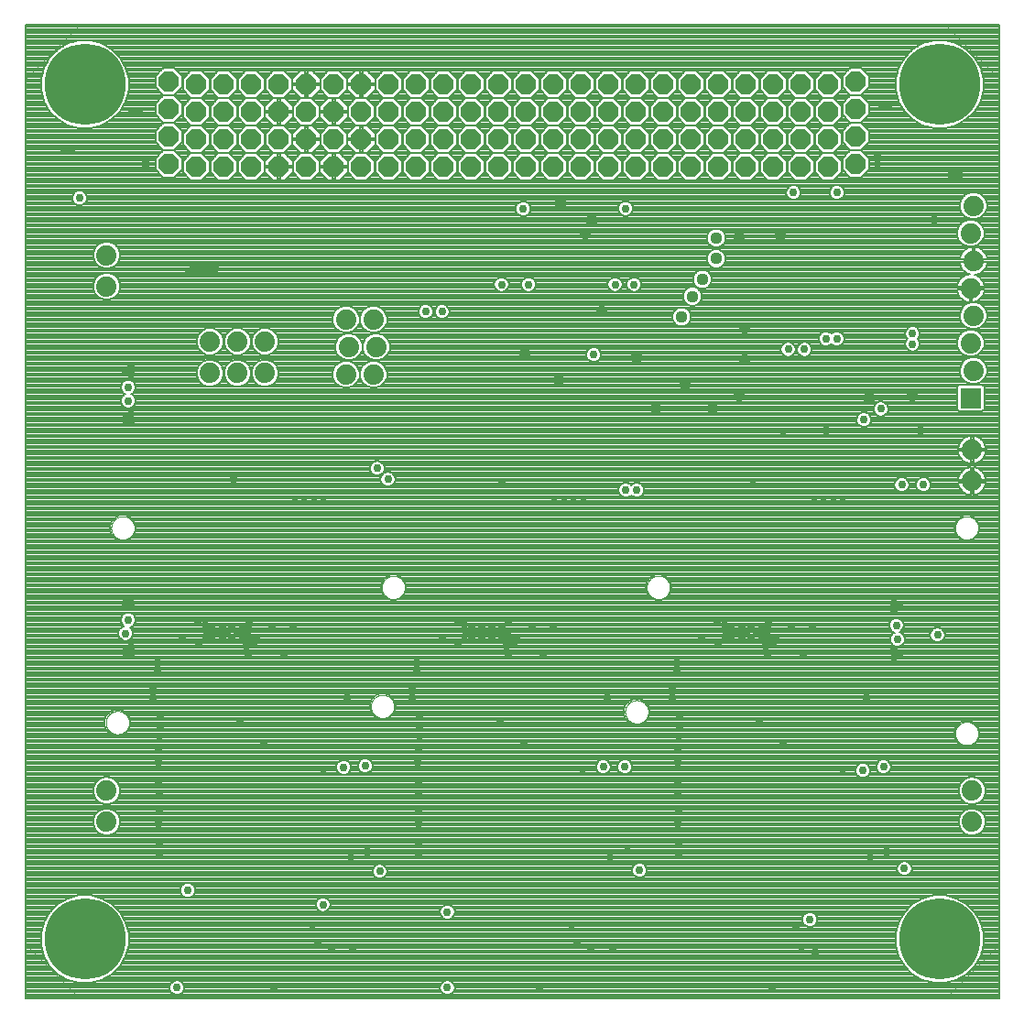
<source format=gbl>
G75*
%MOIN*%
%OFA0B0*%
%FSLAX25Y25*%
%IPPOS*%
%LPD*%
%AMOC8*
5,1,8,0,0,1.08239X$1,22.5*
%
%ADD10OC8,0.07400*%
%ADD11C,0.00000*%
%ADD12C,0.29528*%
%ADD13C,0.04400*%
%ADD14C,0.07400*%
%ADD15R,0.07400X0.07400*%
%ADD16C,0.02978*%
%ADD17C,0.00800*%
%ADD18R,0.02978X0.02978*%
D10*
X0077787Y0321425D03*
X0077787Y0331425D03*
X0077787Y0341425D03*
X0077787Y0351425D03*
X0087787Y0350425D03*
X0087787Y0340425D03*
X0097787Y0340425D03*
X0097787Y0350425D03*
X0107787Y0350425D03*
X0107787Y0340425D03*
X0117787Y0340425D03*
X0117787Y0350425D03*
X0127787Y0350425D03*
X0127787Y0340425D03*
X0137787Y0340425D03*
X0137787Y0350425D03*
X0147787Y0350425D03*
X0147787Y0340425D03*
X0147787Y0330425D03*
X0147787Y0320425D03*
X0137787Y0320425D03*
X0127787Y0320425D03*
X0127787Y0330425D03*
X0137787Y0330425D03*
X0117787Y0330425D03*
X0107787Y0330425D03*
X0107787Y0320425D03*
X0117787Y0320425D03*
X0097787Y0320425D03*
X0087787Y0320425D03*
X0087787Y0330425D03*
X0097787Y0330425D03*
X0157787Y0330425D03*
X0157787Y0320425D03*
X0167787Y0320425D03*
X0167787Y0330425D03*
X0167787Y0340425D03*
X0157787Y0340425D03*
X0157787Y0350425D03*
X0167787Y0350425D03*
X0177787Y0350425D03*
X0177787Y0340425D03*
X0187787Y0340425D03*
X0187787Y0350425D03*
X0197787Y0350425D03*
X0197787Y0340425D03*
X0207787Y0340425D03*
X0207787Y0350425D03*
X0217787Y0350425D03*
X0217787Y0340425D03*
X0227787Y0340425D03*
X0227787Y0350425D03*
X0237787Y0350425D03*
X0237787Y0340425D03*
X0247787Y0340425D03*
X0247787Y0350425D03*
X0257787Y0350425D03*
X0257787Y0340425D03*
X0257787Y0330425D03*
X0257787Y0320425D03*
X0247787Y0320425D03*
X0237787Y0320425D03*
X0237787Y0330425D03*
X0247787Y0330425D03*
X0227787Y0330425D03*
X0217787Y0330425D03*
X0217787Y0320425D03*
X0227787Y0320425D03*
X0207787Y0320425D03*
X0197787Y0320425D03*
X0197787Y0330425D03*
X0207787Y0330425D03*
X0187787Y0330425D03*
X0177787Y0330425D03*
X0177787Y0320425D03*
X0187787Y0320425D03*
X0267787Y0320425D03*
X0267787Y0330425D03*
X0277787Y0330425D03*
X0277787Y0320425D03*
X0287787Y0320425D03*
X0287787Y0330425D03*
X0297787Y0330425D03*
X0297787Y0320425D03*
X0307787Y0320425D03*
X0307787Y0330425D03*
X0317787Y0330425D03*
X0317787Y0320425D03*
X0327787Y0321425D03*
X0327787Y0331425D03*
X0327787Y0341425D03*
X0327787Y0351425D03*
X0317787Y0350425D03*
X0307787Y0350425D03*
X0307787Y0340425D03*
X0317787Y0340425D03*
X0297787Y0340425D03*
X0287787Y0340425D03*
X0287787Y0350425D03*
X0297787Y0350425D03*
X0277787Y0350425D03*
X0267787Y0350425D03*
X0267787Y0340425D03*
X0277787Y0340425D03*
D11*
X0360268Y0372079D02*
X0379953Y0352394D01*
X0379953Y0037433D01*
X0360268Y0017748D01*
X0045307Y0017748D01*
X0025622Y0037433D01*
X0025622Y0352394D01*
X0045307Y0372079D01*
X0360268Y0372079D01*
X0363910Y0189008D02*
X0363912Y0189138D01*
X0363918Y0189267D01*
X0363928Y0189397D01*
X0363942Y0189526D01*
X0363960Y0189654D01*
X0363981Y0189782D01*
X0364007Y0189909D01*
X0364037Y0190035D01*
X0364070Y0190161D01*
X0364107Y0190285D01*
X0364148Y0190408D01*
X0364193Y0190530D01*
X0364242Y0190650D01*
X0364294Y0190769D01*
X0364349Y0190886D01*
X0364409Y0191001D01*
X0364472Y0191115D01*
X0364538Y0191226D01*
X0364608Y0191336D01*
X0364681Y0191443D01*
X0364757Y0191548D01*
X0364836Y0191650D01*
X0364919Y0191750D01*
X0365004Y0191848D01*
X0365093Y0191943D01*
X0365184Y0192035D01*
X0365278Y0192124D01*
X0365375Y0192210D01*
X0365475Y0192293D01*
X0365576Y0192374D01*
X0365681Y0192451D01*
X0365787Y0192525D01*
X0365896Y0192595D01*
X0366007Y0192662D01*
X0366120Y0192726D01*
X0366235Y0192786D01*
X0366352Y0192843D01*
X0366470Y0192896D01*
X0366590Y0192945D01*
X0366712Y0192991D01*
X0366834Y0193033D01*
X0366958Y0193071D01*
X0367083Y0193105D01*
X0367209Y0193136D01*
X0367336Y0193163D01*
X0367464Y0193185D01*
X0367592Y0193204D01*
X0367721Y0193219D01*
X0367850Y0193230D01*
X0367980Y0193237D01*
X0368110Y0193240D01*
X0368239Y0193239D01*
X0368369Y0193234D01*
X0368498Y0193225D01*
X0368627Y0193212D01*
X0368756Y0193195D01*
X0368884Y0193174D01*
X0369011Y0193150D01*
X0369138Y0193121D01*
X0369263Y0193089D01*
X0369388Y0193052D01*
X0369511Y0193012D01*
X0369633Y0192969D01*
X0369754Y0192921D01*
X0369873Y0192870D01*
X0369991Y0192815D01*
X0370106Y0192756D01*
X0370220Y0192694D01*
X0370332Y0192629D01*
X0370442Y0192560D01*
X0370550Y0192488D01*
X0370656Y0192413D01*
X0370759Y0192334D01*
X0370860Y0192252D01*
X0370958Y0192167D01*
X0371053Y0192080D01*
X0371146Y0191989D01*
X0371236Y0191896D01*
X0371323Y0191799D01*
X0371407Y0191701D01*
X0371488Y0191599D01*
X0371566Y0191496D01*
X0371640Y0191389D01*
X0371712Y0191281D01*
X0371780Y0191171D01*
X0371844Y0191058D01*
X0371905Y0190944D01*
X0371963Y0190827D01*
X0372017Y0190710D01*
X0372067Y0190590D01*
X0372114Y0190469D01*
X0372157Y0190347D01*
X0372196Y0190223D01*
X0372231Y0190098D01*
X0372263Y0189972D01*
X0372290Y0189846D01*
X0372314Y0189718D01*
X0372334Y0189590D01*
X0372350Y0189461D01*
X0372362Y0189332D01*
X0372370Y0189202D01*
X0372374Y0189073D01*
X0372374Y0188943D01*
X0372370Y0188814D01*
X0372362Y0188684D01*
X0372350Y0188555D01*
X0372334Y0188426D01*
X0372314Y0188298D01*
X0372290Y0188170D01*
X0372263Y0188044D01*
X0372231Y0187918D01*
X0372196Y0187793D01*
X0372157Y0187669D01*
X0372114Y0187547D01*
X0372067Y0187426D01*
X0372017Y0187306D01*
X0371963Y0187189D01*
X0371905Y0187072D01*
X0371844Y0186958D01*
X0371780Y0186845D01*
X0371712Y0186735D01*
X0371640Y0186627D01*
X0371566Y0186520D01*
X0371488Y0186417D01*
X0371407Y0186315D01*
X0371323Y0186217D01*
X0371236Y0186120D01*
X0371146Y0186027D01*
X0371053Y0185936D01*
X0370958Y0185849D01*
X0370860Y0185764D01*
X0370759Y0185682D01*
X0370656Y0185603D01*
X0370550Y0185528D01*
X0370442Y0185456D01*
X0370332Y0185387D01*
X0370220Y0185322D01*
X0370106Y0185260D01*
X0369991Y0185201D01*
X0369873Y0185146D01*
X0369754Y0185095D01*
X0369633Y0185047D01*
X0369511Y0185004D01*
X0369388Y0184964D01*
X0369263Y0184927D01*
X0369138Y0184895D01*
X0369011Y0184866D01*
X0368884Y0184842D01*
X0368756Y0184821D01*
X0368627Y0184804D01*
X0368498Y0184791D01*
X0368369Y0184782D01*
X0368239Y0184777D01*
X0368110Y0184776D01*
X0367980Y0184779D01*
X0367850Y0184786D01*
X0367721Y0184797D01*
X0367592Y0184812D01*
X0367464Y0184831D01*
X0367336Y0184853D01*
X0367209Y0184880D01*
X0367083Y0184911D01*
X0366958Y0184945D01*
X0366834Y0184983D01*
X0366712Y0185025D01*
X0366590Y0185071D01*
X0366470Y0185120D01*
X0366352Y0185173D01*
X0366235Y0185230D01*
X0366120Y0185290D01*
X0366007Y0185354D01*
X0365896Y0185421D01*
X0365787Y0185491D01*
X0365681Y0185565D01*
X0365576Y0185642D01*
X0365475Y0185723D01*
X0365375Y0185806D01*
X0365278Y0185892D01*
X0365184Y0185981D01*
X0365093Y0186073D01*
X0365004Y0186168D01*
X0364919Y0186266D01*
X0364836Y0186366D01*
X0364757Y0186468D01*
X0364681Y0186573D01*
X0364608Y0186680D01*
X0364538Y0186790D01*
X0364472Y0186901D01*
X0364409Y0187015D01*
X0364349Y0187130D01*
X0364294Y0187247D01*
X0364242Y0187366D01*
X0364193Y0187486D01*
X0364148Y0187608D01*
X0364107Y0187731D01*
X0364070Y0187855D01*
X0364037Y0187981D01*
X0364007Y0188107D01*
X0363981Y0188234D01*
X0363960Y0188362D01*
X0363942Y0188490D01*
X0363928Y0188619D01*
X0363918Y0188749D01*
X0363912Y0188878D01*
X0363910Y0189008D01*
X0363910Y0114205D02*
X0363912Y0114335D01*
X0363918Y0114464D01*
X0363928Y0114594D01*
X0363942Y0114723D01*
X0363960Y0114851D01*
X0363981Y0114979D01*
X0364007Y0115106D01*
X0364037Y0115232D01*
X0364070Y0115358D01*
X0364107Y0115482D01*
X0364148Y0115605D01*
X0364193Y0115727D01*
X0364242Y0115847D01*
X0364294Y0115966D01*
X0364349Y0116083D01*
X0364409Y0116198D01*
X0364472Y0116312D01*
X0364538Y0116423D01*
X0364608Y0116533D01*
X0364681Y0116640D01*
X0364757Y0116745D01*
X0364836Y0116847D01*
X0364919Y0116947D01*
X0365004Y0117045D01*
X0365093Y0117140D01*
X0365184Y0117232D01*
X0365278Y0117321D01*
X0365375Y0117407D01*
X0365475Y0117490D01*
X0365576Y0117571D01*
X0365681Y0117648D01*
X0365787Y0117722D01*
X0365896Y0117792D01*
X0366007Y0117859D01*
X0366120Y0117923D01*
X0366235Y0117983D01*
X0366352Y0118040D01*
X0366470Y0118093D01*
X0366590Y0118142D01*
X0366712Y0118188D01*
X0366834Y0118230D01*
X0366958Y0118268D01*
X0367083Y0118302D01*
X0367209Y0118333D01*
X0367336Y0118360D01*
X0367464Y0118382D01*
X0367592Y0118401D01*
X0367721Y0118416D01*
X0367850Y0118427D01*
X0367980Y0118434D01*
X0368110Y0118437D01*
X0368239Y0118436D01*
X0368369Y0118431D01*
X0368498Y0118422D01*
X0368627Y0118409D01*
X0368756Y0118392D01*
X0368884Y0118371D01*
X0369011Y0118347D01*
X0369138Y0118318D01*
X0369263Y0118286D01*
X0369388Y0118249D01*
X0369511Y0118209D01*
X0369633Y0118166D01*
X0369754Y0118118D01*
X0369873Y0118067D01*
X0369991Y0118012D01*
X0370106Y0117953D01*
X0370220Y0117891D01*
X0370332Y0117826D01*
X0370442Y0117757D01*
X0370550Y0117685D01*
X0370656Y0117610D01*
X0370759Y0117531D01*
X0370860Y0117449D01*
X0370958Y0117364D01*
X0371053Y0117277D01*
X0371146Y0117186D01*
X0371236Y0117093D01*
X0371323Y0116996D01*
X0371407Y0116898D01*
X0371488Y0116796D01*
X0371566Y0116693D01*
X0371640Y0116586D01*
X0371712Y0116478D01*
X0371780Y0116368D01*
X0371844Y0116255D01*
X0371905Y0116141D01*
X0371963Y0116024D01*
X0372017Y0115907D01*
X0372067Y0115787D01*
X0372114Y0115666D01*
X0372157Y0115544D01*
X0372196Y0115420D01*
X0372231Y0115295D01*
X0372263Y0115169D01*
X0372290Y0115043D01*
X0372314Y0114915D01*
X0372334Y0114787D01*
X0372350Y0114658D01*
X0372362Y0114529D01*
X0372370Y0114399D01*
X0372374Y0114270D01*
X0372374Y0114140D01*
X0372370Y0114011D01*
X0372362Y0113881D01*
X0372350Y0113752D01*
X0372334Y0113623D01*
X0372314Y0113495D01*
X0372290Y0113367D01*
X0372263Y0113241D01*
X0372231Y0113115D01*
X0372196Y0112990D01*
X0372157Y0112866D01*
X0372114Y0112744D01*
X0372067Y0112623D01*
X0372017Y0112503D01*
X0371963Y0112386D01*
X0371905Y0112269D01*
X0371844Y0112155D01*
X0371780Y0112042D01*
X0371712Y0111932D01*
X0371640Y0111824D01*
X0371566Y0111717D01*
X0371488Y0111614D01*
X0371407Y0111512D01*
X0371323Y0111414D01*
X0371236Y0111317D01*
X0371146Y0111224D01*
X0371053Y0111133D01*
X0370958Y0111046D01*
X0370860Y0110961D01*
X0370759Y0110879D01*
X0370656Y0110800D01*
X0370550Y0110725D01*
X0370442Y0110653D01*
X0370332Y0110584D01*
X0370220Y0110519D01*
X0370106Y0110457D01*
X0369991Y0110398D01*
X0369873Y0110343D01*
X0369754Y0110292D01*
X0369633Y0110244D01*
X0369511Y0110201D01*
X0369388Y0110161D01*
X0369263Y0110124D01*
X0369138Y0110092D01*
X0369011Y0110063D01*
X0368884Y0110039D01*
X0368756Y0110018D01*
X0368627Y0110001D01*
X0368498Y0109988D01*
X0368369Y0109979D01*
X0368239Y0109974D01*
X0368110Y0109973D01*
X0367980Y0109976D01*
X0367850Y0109983D01*
X0367721Y0109994D01*
X0367592Y0110009D01*
X0367464Y0110028D01*
X0367336Y0110050D01*
X0367209Y0110077D01*
X0367083Y0110108D01*
X0366958Y0110142D01*
X0366834Y0110180D01*
X0366712Y0110222D01*
X0366590Y0110268D01*
X0366470Y0110317D01*
X0366352Y0110370D01*
X0366235Y0110427D01*
X0366120Y0110487D01*
X0366007Y0110551D01*
X0365896Y0110618D01*
X0365787Y0110688D01*
X0365681Y0110762D01*
X0365576Y0110839D01*
X0365475Y0110920D01*
X0365375Y0111003D01*
X0365278Y0111089D01*
X0365184Y0111178D01*
X0365093Y0111270D01*
X0365004Y0111365D01*
X0364919Y0111463D01*
X0364836Y0111563D01*
X0364757Y0111665D01*
X0364681Y0111770D01*
X0364608Y0111877D01*
X0364538Y0111987D01*
X0364472Y0112098D01*
X0364409Y0112212D01*
X0364349Y0112327D01*
X0364294Y0112444D01*
X0364242Y0112563D01*
X0364193Y0112683D01*
X0364148Y0112805D01*
X0364107Y0112928D01*
X0364070Y0113052D01*
X0364037Y0113178D01*
X0364007Y0113304D01*
X0363981Y0113431D01*
X0363960Y0113559D01*
X0363942Y0113687D01*
X0363928Y0113816D01*
X0363918Y0113946D01*
X0363912Y0114075D01*
X0363910Y0114205D01*
X0251705Y0167354D02*
X0251707Y0167484D01*
X0251713Y0167613D01*
X0251723Y0167743D01*
X0251737Y0167872D01*
X0251755Y0168000D01*
X0251776Y0168128D01*
X0251802Y0168255D01*
X0251832Y0168381D01*
X0251865Y0168507D01*
X0251902Y0168631D01*
X0251943Y0168754D01*
X0251988Y0168876D01*
X0252037Y0168996D01*
X0252089Y0169115D01*
X0252144Y0169232D01*
X0252204Y0169347D01*
X0252267Y0169461D01*
X0252333Y0169572D01*
X0252403Y0169682D01*
X0252476Y0169789D01*
X0252552Y0169894D01*
X0252631Y0169996D01*
X0252714Y0170096D01*
X0252799Y0170194D01*
X0252888Y0170289D01*
X0252979Y0170381D01*
X0253073Y0170470D01*
X0253170Y0170556D01*
X0253270Y0170639D01*
X0253371Y0170720D01*
X0253476Y0170797D01*
X0253582Y0170871D01*
X0253691Y0170941D01*
X0253802Y0171008D01*
X0253915Y0171072D01*
X0254030Y0171132D01*
X0254147Y0171189D01*
X0254265Y0171242D01*
X0254385Y0171291D01*
X0254507Y0171337D01*
X0254629Y0171379D01*
X0254753Y0171417D01*
X0254878Y0171451D01*
X0255004Y0171482D01*
X0255131Y0171509D01*
X0255259Y0171531D01*
X0255387Y0171550D01*
X0255516Y0171565D01*
X0255645Y0171576D01*
X0255775Y0171583D01*
X0255905Y0171586D01*
X0256034Y0171585D01*
X0256164Y0171580D01*
X0256293Y0171571D01*
X0256422Y0171558D01*
X0256551Y0171541D01*
X0256679Y0171520D01*
X0256806Y0171496D01*
X0256933Y0171467D01*
X0257058Y0171435D01*
X0257183Y0171398D01*
X0257306Y0171358D01*
X0257428Y0171315D01*
X0257549Y0171267D01*
X0257668Y0171216D01*
X0257786Y0171161D01*
X0257901Y0171102D01*
X0258015Y0171040D01*
X0258127Y0170975D01*
X0258237Y0170906D01*
X0258345Y0170834D01*
X0258451Y0170759D01*
X0258554Y0170680D01*
X0258655Y0170598D01*
X0258753Y0170513D01*
X0258848Y0170426D01*
X0258941Y0170335D01*
X0259031Y0170242D01*
X0259118Y0170145D01*
X0259202Y0170047D01*
X0259283Y0169945D01*
X0259361Y0169842D01*
X0259435Y0169735D01*
X0259507Y0169627D01*
X0259575Y0169517D01*
X0259639Y0169404D01*
X0259700Y0169290D01*
X0259758Y0169173D01*
X0259812Y0169056D01*
X0259862Y0168936D01*
X0259909Y0168815D01*
X0259952Y0168693D01*
X0259991Y0168569D01*
X0260026Y0168444D01*
X0260058Y0168318D01*
X0260085Y0168192D01*
X0260109Y0168064D01*
X0260129Y0167936D01*
X0260145Y0167807D01*
X0260157Y0167678D01*
X0260165Y0167548D01*
X0260169Y0167419D01*
X0260169Y0167289D01*
X0260165Y0167160D01*
X0260157Y0167030D01*
X0260145Y0166901D01*
X0260129Y0166772D01*
X0260109Y0166644D01*
X0260085Y0166516D01*
X0260058Y0166390D01*
X0260026Y0166264D01*
X0259991Y0166139D01*
X0259952Y0166015D01*
X0259909Y0165893D01*
X0259862Y0165772D01*
X0259812Y0165652D01*
X0259758Y0165535D01*
X0259700Y0165418D01*
X0259639Y0165304D01*
X0259575Y0165191D01*
X0259507Y0165081D01*
X0259435Y0164973D01*
X0259361Y0164866D01*
X0259283Y0164763D01*
X0259202Y0164661D01*
X0259118Y0164563D01*
X0259031Y0164466D01*
X0258941Y0164373D01*
X0258848Y0164282D01*
X0258753Y0164195D01*
X0258655Y0164110D01*
X0258554Y0164028D01*
X0258451Y0163949D01*
X0258345Y0163874D01*
X0258237Y0163802D01*
X0258127Y0163733D01*
X0258015Y0163668D01*
X0257901Y0163606D01*
X0257786Y0163547D01*
X0257668Y0163492D01*
X0257549Y0163441D01*
X0257428Y0163393D01*
X0257306Y0163350D01*
X0257183Y0163310D01*
X0257058Y0163273D01*
X0256933Y0163241D01*
X0256806Y0163212D01*
X0256679Y0163188D01*
X0256551Y0163167D01*
X0256422Y0163150D01*
X0256293Y0163137D01*
X0256164Y0163128D01*
X0256034Y0163123D01*
X0255905Y0163122D01*
X0255775Y0163125D01*
X0255645Y0163132D01*
X0255516Y0163143D01*
X0255387Y0163158D01*
X0255259Y0163177D01*
X0255131Y0163199D01*
X0255004Y0163226D01*
X0254878Y0163257D01*
X0254753Y0163291D01*
X0254629Y0163329D01*
X0254507Y0163371D01*
X0254385Y0163417D01*
X0254265Y0163466D01*
X0254147Y0163519D01*
X0254030Y0163576D01*
X0253915Y0163636D01*
X0253802Y0163700D01*
X0253691Y0163767D01*
X0253582Y0163837D01*
X0253476Y0163911D01*
X0253371Y0163988D01*
X0253270Y0164069D01*
X0253170Y0164152D01*
X0253073Y0164238D01*
X0252979Y0164327D01*
X0252888Y0164419D01*
X0252799Y0164514D01*
X0252714Y0164612D01*
X0252631Y0164712D01*
X0252552Y0164814D01*
X0252476Y0164919D01*
X0252403Y0165026D01*
X0252333Y0165136D01*
X0252267Y0165247D01*
X0252204Y0165361D01*
X0252144Y0165476D01*
X0252089Y0165593D01*
X0252037Y0165712D01*
X0251988Y0165832D01*
X0251943Y0165954D01*
X0251902Y0166077D01*
X0251865Y0166201D01*
X0251832Y0166327D01*
X0251802Y0166453D01*
X0251776Y0166580D01*
X0251755Y0166708D01*
X0251737Y0166836D01*
X0251723Y0166965D01*
X0251713Y0167095D01*
X0251707Y0167224D01*
X0251705Y0167354D01*
X0243831Y0122079D02*
X0243833Y0122209D01*
X0243839Y0122338D01*
X0243849Y0122468D01*
X0243863Y0122597D01*
X0243881Y0122725D01*
X0243902Y0122853D01*
X0243928Y0122980D01*
X0243958Y0123106D01*
X0243991Y0123232D01*
X0244028Y0123356D01*
X0244069Y0123479D01*
X0244114Y0123601D01*
X0244163Y0123721D01*
X0244215Y0123840D01*
X0244270Y0123957D01*
X0244330Y0124072D01*
X0244393Y0124186D01*
X0244459Y0124297D01*
X0244529Y0124407D01*
X0244602Y0124514D01*
X0244678Y0124619D01*
X0244757Y0124721D01*
X0244840Y0124821D01*
X0244925Y0124919D01*
X0245014Y0125014D01*
X0245105Y0125106D01*
X0245199Y0125195D01*
X0245296Y0125281D01*
X0245396Y0125364D01*
X0245497Y0125445D01*
X0245602Y0125522D01*
X0245708Y0125596D01*
X0245817Y0125666D01*
X0245928Y0125733D01*
X0246041Y0125797D01*
X0246156Y0125857D01*
X0246273Y0125914D01*
X0246391Y0125967D01*
X0246511Y0126016D01*
X0246633Y0126062D01*
X0246755Y0126104D01*
X0246879Y0126142D01*
X0247004Y0126176D01*
X0247130Y0126207D01*
X0247257Y0126234D01*
X0247385Y0126256D01*
X0247513Y0126275D01*
X0247642Y0126290D01*
X0247771Y0126301D01*
X0247901Y0126308D01*
X0248031Y0126311D01*
X0248160Y0126310D01*
X0248290Y0126305D01*
X0248419Y0126296D01*
X0248548Y0126283D01*
X0248677Y0126266D01*
X0248805Y0126245D01*
X0248932Y0126221D01*
X0249059Y0126192D01*
X0249184Y0126160D01*
X0249309Y0126123D01*
X0249432Y0126083D01*
X0249554Y0126040D01*
X0249675Y0125992D01*
X0249794Y0125941D01*
X0249912Y0125886D01*
X0250027Y0125827D01*
X0250141Y0125765D01*
X0250253Y0125700D01*
X0250363Y0125631D01*
X0250471Y0125559D01*
X0250577Y0125484D01*
X0250680Y0125405D01*
X0250781Y0125323D01*
X0250879Y0125238D01*
X0250974Y0125151D01*
X0251067Y0125060D01*
X0251157Y0124967D01*
X0251244Y0124870D01*
X0251328Y0124772D01*
X0251409Y0124670D01*
X0251487Y0124567D01*
X0251561Y0124460D01*
X0251633Y0124352D01*
X0251701Y0124242D01*
X0251765Y0124129D01*
X0251826Y0124015D01*
X0251884Y0123898D01*
X0251938Y0123781D01*
X0251988Y0123661D01*
X0252035Y0123540D01*
X0252078Y0123418D01*
X0252117Y0123294D01*
X0252152Y0123169D01*
X0252184Y0123043D01*
X0252211Y0122917D01*
X0252235Y0122789D01*
X0252255Y0122661D01*
X0252271Y0122532D01*
X0252283Y0122403D01*
X0252291Y0122273D01*
X0252295Y0122144D01*
X0252295Y0122014D01*
X0252291Y0121885D01*
X0252283Y0121755D01*
X0252271Y0121626D01*
X0252255Y0121497D01*
X0252235Y0121369D01*
X0252211Y0121241D01*
X0252184Y0121115D01*
X0252152Y0120989D01*
X0252117Y0120864D01*
X0252078Y0120740D01*
X0252035Y0120618D01*
X0251988Y0120497D01*
X0251938Y0120377D01*
X0251884Y0120260D01*
X0251826Y0120143D01*
X0251765Y0120029D01*
X0251701Y0119916D01*
X0251633Y0119806D01*
X0251561Y0119698D01*
X0251487Y0119591D01*
X0251409Y0119488D01*
X0251328Y0119386D01*
X0251244Y0119288D01*
X0251157Y0119191D01*
X0251067Y0119098D01*
X0250974Y0119007D01*
X0250879Y0118920D01*
X0250781Y0118835D01*
X0250680Y0118753D01*
X0250577Y0118674D01*
X0250471Y0118599D01*
X0250363Y0118527D01*
X0250253Y0118458D01*
X0250141Y0118393D01*
X0250027Y0118331D01*
X0249912Y0118272D01*
X0249794Y0118217D01*
X0249675Y0118166D01*
X0249554Y0118118D01*
X0249432Y0118075D01*
X0249309Y0118035D01*
X0249184Y0117998D01*
X0249059Y0117966D01*
X0248932Y0117937D01*
X0248805Y0117913D01*
X0248677Y0117892D01*
X0248548Y0117875D01*
X0248419Y0117862D01*
X0248290Y0117853D01*
X0248160Y0117848D01*
X0248031Y0117847D01*
X0247901Y0117850D01*
X0247771Y0117857D01*
X0247642Y0117868D01*
X0247513Y0117883D01*
X0247385Y0117902D01*
X0247257Y0117924D01*
X0247130Y0117951D01*
X0247004Y0117982D01*
X0246879Y0118016D01*
X0246755Y0118054D01*
X0246633Y0118096D01*
X0246511Y0118142D01*
X0246391Y0118191D01*
X0246273Y0118244D01*
X0246156Y0118301D01*
X0246041Y0118361D01*
X0245928Y0118425D01*
X0245817Y0118492D01*
X0245708Y0118562D01*
X0245602Y0118636D01*
X0245497Y0118713D01*
X0245396Y0118794D01*
X0245296Y0118877D01*
X0245199Y0118963D01*
X0245105Y0119052D01*
X0245014Y0119144D01*
X0244925Y0119239D01*
X0244840Y0119337D01*
X0244757Y0119437D01*
X0244678Y0119539D01*
X0244602Y0119644D01*
X0244529Y0119751D01*
X0244459Y0119861D01*
X0244393Y0119972D01*
X0244330Y0120086D01*
X0244270Y0120201D01*
X0244215Y0120318D01*
X0244163Y0120437D01*
X0244114Y0120557D01*
X0244069Y0120679D01*
X0244028Y0120802D01*
X0243991Y0120926D01*
X0243958Y0121052D01*
X0243928Y0121178D01*
X0243902Y0121305D01*
X0243881Y0121433D01*
X0243863Y0121561D01*
X0243849Y0121690D01*
X0243839Y0121820D01*
X0243833Y0121949D01*
X0243831Y0122079D01*
X0155248Y0167354D02*
X0155250Y0167484D01*
X0155256Y0167613D01*
X0155266Y0167743D01*
X0155280Y0167872D01*
X0155298Y0168000D01*
X0155319Y0168128D01*
X0155345Y0168255D01*
X0155375Y0168381D01*
X0155408Y0168507D01*
X0155445Y0168631D01*
X0155486Y0168754D01*
X0155531Y0168876D01*
X0155580Y0168996D01*
X0155632Y0169115D01*
X0155687Y0169232D01*
X0155747Y0169347D01*
X0155810Y0169461D01*
X0155876Y0169572D01*
X0155946Y0169682D01*
X0156019Y0169789D01*
X0156095Y0169894D01*
X0156174Y0169996D01*
X0156257Y0170096D01*
X0156342Y0170194D01*
X0156431Y0170289D01*
X0156522Y0170381D01*
X0156616Y0170470D01*
X0156713Y0170556D01*
X0156813Y0170639D01*
X0156914Y0170720D01*
X0157019Y0170797D01*
X0157125Y0170871D01*
X0157234Y0170941D01*
X0157345Y0171008D01*
X0157458Y0171072D01*
X0157573Y0171132D01*
X0157690Y0171189D01*
X0157808Y0171242D01*
X0157928Y0171291D01*
X0158050Y0171337D01*
X0158172Y0171379D01*
X0158296Y0171417D01*
X0158421Y0171451D01*
X0158547Y0171482D01*
X0158674Y0171509D01*
X0158802Y0171531D01*
X0158930Y0171550D01*
X0159059Y0171565D01*
X0159188Y0171576D01*
X0159318Y0171583D01*
X0159448Y0171586D01*
X0159577Y0171585D01*
X0159707Y0171580D01*
X0159836Y0171571D01*
X0159965Y0171558D01*
X0160094Y0171541D01*
X0160222Y0171520D01*
X0160349Y0171496D01*
X0160476Y0171467D01*
X0160601Y0171435D01*
X0160726Y0171398D01*
X0160849Y0171358D01*
X0160971Y0171315D01*
X0161092Y0171267D01*
X0161211Y0171216D01*
X0161329Y0171161D01*
X0161444Y0171102D01*
X0161558Y0171040D01*
X0161670Y0170975D01*
X0161780Y0170906D01*
X0161888Y0170834D01*
X0161994Y0170759D01*
X0162097Y0170680D01*
X0162198Y0170598D01*
X0162296Y0170513D01*
X0162391Y0170426D01*
X0162484Y0170335D01*
X0162574Y0170242D01*
X0162661Y0170145D01*
X0162745Y0170047D01*
X0162826Y0169945D01*
X0162904Y0169842D01*
X0162978Y0169735D01*
X0163050Y0169627D01*
X0163118Y0169517D01*
X0163182Y0169404D01*
X0163243Y0169290D01*
X0163301Y0169173D01*
X0163355Y0169056D01*
X0163405Y0168936D01*
X0163452Y0168815D01*
X0163495Y0168693D01*
X0163534Y0168569D01*
X0163569Y0168444D01*
X0163601Y0168318D01*
X0163628Y0168192D01*
X0163652Y0168064D01*
X0163672Y0167936D01*
X0163688Y0167807D01*
X0163700Y0167678D01*
X0163708Y0167548D01*
X0163712Y0167419D01*
X0163712Y0167289D01*
X0163708Y0167160D01*
X0163700Y0167030D01*
X0163688Y0166901D01*
X0163672Y0166772D01*
X0163652Y0166644D01*
X0163628Y0166516D01*
X0163601Y0166390D01*
X0163569Y0166264D01*
X0163534Y0166139D01*
X0163495Y0166015D01*
X0163452Y0165893D01*
X0163405Y0165772D01*
X0163355Y0165652D01*
X0163301Y0165535D01*
X0163243Y0165418D01*
X0163182Y0165304D01*
X0163118Y0165191D01*
X0163050Y0165081D01*
X0162978Y0164973D01*
X0162904Y0164866D01*
X0162826Y0164763D01*
X0162745Y0164661D01*
X0162661Y0164563D01*
X0162574Y0164466D01*
X0162484Y0164373D01*
X0162391Y0164282D01*
X0162296Y0164195D01*
X0162198Y0164110D01*
X0162097Y0164028D01*
X0161994Y0163949D01*
X0161888Y0163874D01*
X0161780Y0163802D01*
X0161670Y0163733D01*
X0161558Y0163668D01*
X0161444Y0163606D01*
X0161329Y0163547D01*
X0161211Y0163492D01*
X0161092Y0163441D01*
X0160971Y0163393D01*
X0160849Y0163350D01*
X0160726Y0163310D01*
X0160601Y0163273D01*
X0160476Y0163241D01*
X0160349Y0163212D01*
X0160222Y0163188D01*
X0160094Y0163167D01*
X0159965Y0163150D01*
X0159836Y0163137D01*
X0159707Y0163128D01*
X0159577Y0163123D01*
X0159448Y0163122D01*
X0159318Y0163125D01*
X0159188Y0163132D01*
X0159059Y0163143D01*
X0158930Y0163158D01*
X0158802Y0163177D01*
X0158674Y0163199D01*
X0158547Y0163226D01*
X0158421Y0163257D01*
X0158296Y0163291D01*
X0158172Y0163329D01*
X0158050Y0163371D01*
X0157928Y0163417D01*
X0157808Y0163466D01*
X0157690Y0163519D01*
X0157573Y0163576D01*
X0157458Y0163636D01*
X0157345Y0163700D01*
X0157234Y0163767D01*
X0157125Y0163837D01*
X0157019Y0163911D01*
X0156914Y0163988D01*
X0156813Y0164069D01*
X0156713Y0164152D01*
X0156616Y0164238D01*
X0156522Y0164327D01*
X0156431Y0164419D01*
X0156342Y0164514D01*
X0156257Y0164612D01*
X0156174Y0164712D01*
X0156095Y0164814D01*
X0156019Y0164919D01*
X0155946Y0165026D01*
X0155876Y0165136D01*
X0155810Y0165247D01*
X0155747Y0165361D01*
X0155687Y0165476D01*
X0155632Y0165593D01*
X0155580Y0165712D01*
X0155531Y0165832D01*
X0155486Y0165954D01*
X0155445Y0166077D01*
X0155408Y0166201D01*
X0155375Y0166327D01*
X0155345Y0166453D01*
X0155319Y0166580D01*
X0155298Y0166708D01*
X0155280Y0166836D01*
X0155266Y0166965D01*
X0155256Y0167095D01*
X0155250Y0167224D01*
X0155248Y0167354D01*
X0151311Y0124047D02*
X0151313Y0124177D01*
X0151319Y0124306D01*
X0151329Y0124436D01*
X0151343Y0124565D01*
X0151361Y0124693D01*
X0151382Y0124821D01*
X0151408Y0124948D01*
X0151438Y0125074D01*
X0151471Y0125200D01*
X0151508Y0125324D01*
X0151549Y0125447D01*
X0151594Y0125569D01*
X0151643Y0125689D01*
X0151695Y0125808D01*
X0151750Y0125925D01*
X0151810Y0126040D01*
X0151873Y0126154D01*
X0151939Y0126265D01*
X0152009Y0126375D01*
X0152082Y0126482D01*
X0152158Y0126587D01*
X0152237Y0126689D01*
X0152320Y0126789D01*
X0152405Y0126887D01*
X0152494Y0126982D01*
X0152585Y0127074D01*
X0152679Y0127163D01*
X0152776Y0127249D01*
X0152876Y0127332D01*
X0152977Y0127413D01*
X0153082Y0127490D01*
X0153188Y0127564D01*
X0153297Y0127634D01*
X0153408Y0127701D01*
X0153521Y0127765D01*
X0153636Y0127825D01*
X0153753Y0127882D01*
X0153871Y0127935D01*
X0153991Y0127984D01*
X0154113Y0128030D01*
X0154235Y0128072D01*
X0154359Y0128110D01*
X0154484Y0128144D01*
X0154610Y0128175D01*
X0154737Y0128202D01*
X0154865Y0128224D01*
X0154993Y0128243D01*
X0155122Y0128258D01*
X0155251Y0128269D01*
X0155381Y0128276D01*
X0155511Y0128279D01*
X0155640Y0128278D01*
X0155770Y0128273D01*
X0155899Y0128264D01*
X0156028Y0128251D01*
X0156157Y0128234D01*
X0156285Y0128213D01*
X0156412Y0128189D01*
X0156539Y0128160D01*
X0156664Y0128128D01*
X0156789Y0128091D01*
X0156912Y0128051D01*
X0157034Y0128008D01*
X0157155Y0127960D01*
X0157274Y0127909D01*
X0157392Y0127854D01*
X0157507Y0127795D01*
X0157621Y0127733D01*
X0157733Y0127668D01*
X0157843Y0127599D01*
X0157951Y0127527D01*
X0158057Y0127452D01*
X0158160Y0127373D01*
X0158261Y0127291D01*
X0158359Y0127206D01*
X0158454Y0127119D01*
X0158547Y0127028D01*
X0158637Y0126935D01*
X0158724Y0126838D01*
X0158808Y0126740D01*
X0158889Y0126638D01*
X0158967Y0126535D01*
X0159041Y0126428D01*
X0159113Y0126320D01*
X0159181Y0126210D01*
X0159245Y0126097D01*
X0159306Y0125983D01*
X0159364Y0125866D01*
X0159418Y0125749D01*
X0159468Y0125629D01*
X0159515Y0125508D01*
X0159558Y0125386D01*
X0159597Y0125262D01*
X0159632Y0125137D01*
X0159664Y0125011D01*
X0159691Y0124885D01*
X0159715Y0124757D01*
X0159735Y0124629D01*
X0159751Y0124500D01*
X0159763Y0124371D01*
X0159771Y0124241D01*
X0159775Y0124112D01*
X0159775Y0123982D01*
X0159771Y0123853D01*
X0159763Y0123723D01*
X0159751Y0123594D01*
X0159735Y0123465D01*
X0159715Y0123337D01*
X0159691Y0123209D01*
X0159664Y0123083D01*
X0159632Y0122957D01*
X0159597Y0122832D01*
X0159558Y0122708D01*
X0159515Y0122586D01*
X0159468Y0122465D01*
X0159418Y0122345D01*
X0159364Y0122228D01*
X0159306Y0122111D01*
X0159245Y0121997D01*
X0159181Y0121884D01*
X0159113Y0121774D01*
X0159041Y0121666D01*
X0158967Y0121559D01*
X0158889Y0121456D01*
X0158808Y0121354D01*
X0158724Y0121256D01*
X0158637Y0121159D01*
X0158547Y0121066D01*
X0158454Y0120975D01*
X0158359Y0120888D01*
X0158261Y0120803D01*
X0158160Y0120721D01*
X0158057Y0120642D01*
X0157951Y0120567D01*
X0157843Y0120495D01*
X0157733Y0120426D01*
X0157621Y0120361D01*
X0157507Y0120299D01*
X0157392Y0120240D01*
X0157274Y0120185D01*
X0157155Y0120134D01*
X0157034Y0120086D01*
X0156912Y0120043D01*
X0156789Y0120003D01*
X0156664Y0119966D01*
X0156539Y0119934D01*
X0156412Y0119905D01*
X0156285Y0119881D01*
X0156157Y0119860D01*
X0156028Y0119843D01*
X0155899Y0119830D01*
X0155770Y0119821D01*
X0155640Y0119816D01*
X0155511Y0119815D01*
X0155381Y0119818D01*
X0155251Y0119825D01*
X0155122Y0119836D01*
X0154993Y0119851D01*
X0154865Y0119870D01*
X0154737Y0119892D01*
X0154610Y0119919D01*
X0154484Y0119950D01*
X0154359Y0119984D01*
X0154235Y0120022D01*
X0154113Y0120064D01*
X0153991Y0120110D01*
X0153871Y0120159D01*
X0153753Y0120212D01*
X0153636Y0120269D01*
X0153521Y0120329D01*
X0153408Y0120393D01*
X0153297Y0120460D01*
X0153188Y0120530D01*
X0153082Y0120604D01*
X0152977Y0120681D01*
X0152876Y0120762D01*
X0152776Y0120845D01*
X0152679Y0120931D01*
X0152585Y0121020D01*
X0152494Y0121112D01*
X0152405Y0121207D01*
X0152320Y0121305D01*
X0152237Y0121405D01*
X0152158Y0121507D01*
X0152082Y0121612D01*
X0152009Y0121719D01*
X0151939Y0121829D01*
X0151873Y0121940D01*
X0151810Y0122054D01*
X0151750Y0122169D01*
X0151695Y0122286D01*
X0151643Y0122405D01*
X0151594Y0122525D01*
X0151549Y0122647D01*
X0151508Y0122770D01*
X0151471Y0122894D01*
X0151438Y0123020D01*
X0151408Y0123146D01*
X0151382Y0123273D01*
X0151361Y0123401D01*
X0151343Y0123529D01*
X0151329Y0123658D01*
X0151319Y0123788D01*
X0151313Y0123917D01*
X0151311Y0124047D01*
X0054855Y0118142D02*
X0054857Y0118272D01*
X0054863Y0118401D01*
X0054873Y0118531D01*
X0054887Y0118660D01*
X0054905Y0118788D01*
X0054926Y0118916D01*
X0054952Y0119043D01*
X0054982Y0119169D01*
X0055015Y0119295D01*
X0055052Y0119419D01*
X0055093Y0119542D01*
X0055138Y0119664D01*
X0055187Y0119784D01*
X0055239Y0119903D01*
X0055294Y0120020D01*
X0055354Y0120135D01*
X0055417Y0120249D01*
X0055483Y0120360D01*
X0055553Y0120470D01*
X0055626Y0120577D01*
X0055702Y0120682D01*
X0055781Y0120784D01*
X0055864Y0120884D01*
X0055949Y0120982D01*
X0056038Y0121077D01*
X0056129Y0121169D01*
X0056223Y0121258D01*
X0056320Y0121344D01*
X0056420Y0121427D01*
X0056521Y0121508D01*
X0056626Y0121585D01*
X0056732Y0121659D01*
X0056841Y0121729D01*
X0056952Y0121796D01*
X0057065Y0121860D01*
X0057180Y0121920D01*
X0057297Y0121977D01*
X0057415Y0122030D01*
X0057535Y0122079D01*
X0057657Y0122125D01*
X0057779Y0122167D01*
X0057903Y0122205D01*
X0058028Y0122239D01*
X0058154Y0122270D01*
X0058281Y0122297D01*
X0058409Y0122319D01*
X0058537Y0122338D01*
X0058666Y0122353D01*
X0058795Y0122364D01*
X0058925Y0122371D01*
X0059055Y0122374D01*
X0059184Y0122373D01*
X0059314Y0122368D01*
X0059443Y0122359D01*
X0059572Y0122346D01*
X0059701Y0122329D01*
X0059829Y0122308D01*
X0059956Y0122284D01*
X0060083Y0122255D01*
X0060208Y0122223D01*
X0060333Y0122186D01*
X0060456Y0122146D01*
X0060578Y0122103D01*
X0060699Y0122055D01*
X0060818Y0122004D01*
X0060936Y0121949D01*
X0061051Y0121890D01*
X0061165Y0121828D01*
X0061277Y0121763D01*
X0061387Y0121694D01*
X0061495Y0121622D01*
X0061601Y0121547D01*
X0061704Y0121468D01*
X0061805Y0121386D01*
X0061903Y0121301D01*
X0061998Y0121214D01*
X0062091Y0121123D01*
X0062181Y0121030D01*
X0062268Y0120933D01*
X0062352Y0120835D01*
X0062433Y0120733D01*
X0062511Y0120630D01*
X0062585Y0120523D01*
X0062657Y0120415D01*
X0062725Y0120305D01*
X0062789Y0120192D01*
X0062850Y0120078D01*
X0062908Y0119961D01*
X0062962Y0119844D01*
X0063012Y0119724D01*
X0063059Y0119603D01*
X0063102Y0119481D01*
X0063141Y0119357D01*
X0063176Y0119232D01*
X0063208Y0119106D01*
X0063235Y0118980D01*
X0063259Y0118852D01*
X0063279Y0118724D01*
X0063295Y0118595D01*
X0063307Y0118466D01*
X0063315Y0118336D01*
X0063319Y0118207D01*
X0063319Y0118077D01*
X0063315Y0117948D01*
X0063307Y0117818D01*
X0063295Y0117689D01*
X0063279Y0117560D01*
X0063259Y0117432D01*
X0063235Y0117304D01*
X0063208Y0117178D01*
X0063176Y0117052D01*
X0063141Y0116927D01*
X0063102Y0116803D01*
X0063059Y0116681D01*
X0063012Y0116560D01*
X0062962Y0116440D01*
X0062908Y0116323D01*
X0062850Y0116206D01*
X0062789Y0116092D01*
X0062725Y0115979D01*
X0062657Y0115869D01*
X0062585Y0115761D01*
X0062511Y0115654D01*
X0062433Y0115551D01*
X0062352Y0115449D01*
X0062268Y0115351D01*
X0062181Y0115254D01*
X0062091Y0115161D01*
X0061998Y0115070D01*
X0061903Y0114983D01*
X0061805Y0114898D01*
X0061704Y0114816D01*
X0061601Y0114737D01*
X0061495Y0114662D01*
X0061387Y0114590D01*
X0061277Y0114521D01*
X0061165Y0114456D01*
X0061051Y0114394D01*
X0060936Y0114335D01*
X0060818Y0114280D01*
X0060699Y0114229D01*
X0060578Y0114181D01*
X0060456Y0114138D01*
X0060333Y0114098D01*
X0060208Y0114061D01*
X0060083Y0114029D01*
X0059956Y0114000D01*
X0059829Y0113976D01*
X0059701Y0113955D01*
X0059572Y0113938D01*
X0059443Y0113925D01*
X0059314Y0113916D01*
X0059184Y0113911D01*
X0059055Y0113910D01*
X0058925Y0113913D01*
X0058795Y0113920D01*
X0058666Y0113931D01*
X0058537Y0113946D01*
X0058409Y0113965D01*
X0058281Y0113987D01*
X0058154Y0114014D01*
X0058028Y0114045D01*
X0057903Y0114079D01*
X0057779Y0114117D01*
X0057657Y0114159D01*
X0057535Y0114205D01*
X0057415Y0114254D01*
X0057297Y0114307D01*
X0057180Y0114364D01*
X0057065Y0114424D01*
X0056952Y0114488D01*
X0056841Y0114555D01*
X0056732Y0114625D01*
X0056626Y0114699D01*
X0056521Y0114776D01*
X0056420Y0114857D01*
X0056320Y0114940D01*
X0056223Y0115026D01*
X0056129Y0115115D01*
X0056038Y0115207D01*
X0055949Y0115302D01*
X0055864Y0115400D01*
X0055781Y0115500D01*
X0055702Y0115602D01*
X0055626Y0115707D01*
X0055553Y0115814D01*
X0055483Y0115924D01*
X0055417Y0116035D01*
X0055354Y0116149D01*
X0055294Y0116264D01*
X0055239Y0116381D01*
X0055187Y0116500D01*
X0055138Y0116620D01*
X0055093Y0116742D01*
X0055052Y0116865D01*
X0055015Y0116989D01*
X0054982Y0117115D01*
X0054952Y0117241D01*
X0054926Y0117368D01*
X0054905Y0117496D01*
X0054887Y0117624D01*
X0054873Y0117753D01*
X0054863Y0117883D01*
X0054857Y0118012D01*
X0054855Y0118142D01*
X0056823Y0189008D02*
X0056825Y0189138D01*
X0056831Y0189267D01*
X0056841Y0189397D01*
X0056855Y0189526D01*
X0056873Y0189654D01*
X0056894Y0189782D01*
X0056920Y0189909D01*
X0056950Y0190035D01*
X0056983Y0190161D01*
X0057020Y0190285D01*
X0057061Y0190408D01*
X0057106Y0190530D01*
X0057155Y0190650D01*
X0057207Y0190769D01*
X0057262Y0190886D01*
X0057322Y0191001D01*
X0057385Y0191115D01*
X0057451Y0191226D01*
X0057521Y0191336D01*
X0057594Y0191443D01*
X0057670Y0191548D01*
X0057749Y0191650D01*
X0057832Y0191750D01*
X0057917Y0191848D01*
X0058006Y0191943D01*
X0058097Y0192035D01*
X0058191Y0192124D01*
X0058288Y0192210D01*
X0058388Y0192293D01*
X0058489Y0192374D01*
X0058594Y0192451D01*
X0058700Y0192525D01*
X0058809Y0192595D01*
X0058920Y0192662D01*
X0059033Y0192726D01*
X0059148Y0192786D01*
X0059265Y0192843D01*
X0059383Y0192896D01*
X0059503Y0192945D01*
X0059625Y0192991D01*
X0059747Y0193033D01*
X0059871Y0193071D01*
X0059996Y0193105D01*
X0060122Y0193136D01*
X0060249Y0193163D01*
X0060377Y0193185D01*
X0060505Y0193204D01*
X0060634Y0193219D01*
X0060763Y0193230D01*
X0060893Y0193237D01*
X0061023Y0193240D01*
X0061152Y0193239D01*
X0061282Y0193234D01*
X0061411Y0193225D01*
X0061540Y0193212D01*
X0061669Y0193195D01*
X0061797Y0193174D01*
X0061924Y0193150D01*
X0062051Y0193121D01*
X0062176Y0193089D01*
X0062301Y0193052D01*
X0062424Y0193012D01*
X0062546Y0192969D01*
X0062667Y0192921D01*
X0062786Y0192870D01*
X0062904Y0192815D01*
X0063019Y0192756D01*
X0063133Y0192694D01*
X0063245Y0192629D01*
X0063355Y0192560D01*
X0063463Y0192488D01*
X0063569Y0192413D01*
X0063672Y0192334D01*
X0063773Y0192252D01*
X0063871Y0192167D01*
X0063966Y0192080D01*
X0064059Y0191989D01*
X0064149Y0191896D01*
X0064236Y0191799D01*
X0064320Y0191701D01*
X0064401Y0191599D01*
X0064479Y0191496D01*
X0064553Y0191389D01*
X0064625Y0191281D01*
X0064693Y0191171D01*
X0064757Y0191058D01*
X0064818Y0190944D01*
X0064876Y0190827D01*
X0064930Y0190710D01*
X0064980Y0190590D01*
X0065027Y0190469D01*
X0065070Y0190347D01*
X0065109Y0190223D01*
X0065144Y0190098D01*
X0065176Y0189972D01*
X0065203Y0189846D01*
X0065227Y0189718D01*
X0065247Y0189590D01*
X0065263Y0189461D01*
X0065275Y0189332D01*
X0065283Y0189202D01*
X0065287Y0189073D01*
X0065287Y0188943D01*
X0065283Y0188814D01*
X0065275Y0188684D01*
X0065263Y0188555D01*
X0065247Y0188426D01*
X0065227Y0188298D01*
X0065203Y0188170D01*
X0065176Y0188044D01*
X0065144Y0187918D01*
X0065109Y0187793D01*
X0065070Y0187669D01*
X0065027Y0187547D01*
X0064980Y0187426D01*
X0064930Y0187306D01*
X0064876Y0187189D01*
X0064818Y0187072D01*
X0064757Y0186958D01*
X0064693Y0186845D01*
X0064625Y0186735D01*
X0064553Y0186627D01*
X0064479Y0186520D01*
X0064401Y0186417D01*
X0064320Y0186315D01*
X0064236Y0186217D01*
X0064149Y0186120D01*
X0064059Y0186027D01*
X0063966Y0185936D01*
X0063871Y0185849D01*
X0063773Y0185764D01*
X0063672Y0185682D01*
X0063569Y0185603D01*
X0063463Y0185528D01*
X0063355Y0185456D01*
X0063245Y0185387D01*
X0063133Y0185322D01*
X0063019Y0185260D01*
X0062904Y0185201D01*
X0062786Y0185146D01*
X0062667Y0185095D01*
X0062546Y0185047D01*
X0062424Y0185004D01*
X0062301Y0184964D01*
X0062176Y0184927D01*
X0062051Y0184895D01*
X0061924Y0184866D01*
X0061797Y0184842D01*
X0061669Y0184821D01*
X0061540Y0184804D01*
X0061411Y0184791D01*
X0061282Y0184782D01*
X0061152Y0184777D01*
X0061023Y0184776D01*
X0060893Y0184779D01*
X0060763Y0184786D01*
X0060634Y0184797D01*
X0060505Y0184812D01*
X0060377Y0184831D01*
X0060249Y0184853D01*
X0060122Y0184880D01*
X0059996Y0184911D01*
X0059871Y0184945D01*
X0059747Y0184983D01*
X0059625Y0185025D01*
X0059503Y0185071D01*
X0059383Y0185120D01*
X0059265Y0185173D01*
X0059148Y0185230D01*
X0059033Y0185290D01*
X0058920Y0185354D01*
X0058809Y0185421D01*
X0058700Y0185491D01*
X0058594Y0185565D01*
X0058489Y0185642D01*
X0058388Y0185723D01*
X0058288Y0185806D01*
X0058191Y0185892D01*
X0058097Y0185981D01*
X0058006Y0186073D01*
X0057917Y0186168D01*
X0057832Y0186266D01*
X0057749Y0186366D01*
X0057670Y0186468D01*
X0057594Y0186573D01*
X0057521Y0186680D01*
X0057451Y0186790D01*
X0057385Y0186901D01*
X0057322Y0187015D01*
X0057262Y0187130D01*
X0057207Y0187247D01*
X0057155Y0187366D01*
X0057106Y0187486D01*
X0057061Y0187608D01*
X0057020Y0187731D01*
X0056983Y0187855D01*
X0056950Y0187981D01*
X0056920Y0188107D01*
X0056894Y0188234D01*
X0056873Y0188362D01*
X0056855Y0188490D01*
X0056841Y0188619D01*
X0056831Y0188749D01*
X0056825Y0188878D01*
X0056823Y0189008D01*
D12*
X0047276Y0039402D03*
X0358299Y0039402D03*
X0358299Y0350425D03*
X0047276Y0350425D03*
D13*
X0207217Y0252492D03*
X0219520Y0242650D03*
X0235268Y0267748D03*
X0248063Y0251016D03*
X0254953Y0232315D03*
X0265780Y0241173D03*
X0275622Y0232315D03*
X0285465Y0237236D03*
X0287433Y0250031D03*
X0287433Y0261843D03*
X0268324Y0273261D03*
X0271946Y0279509D03*
X0276961Y0287030D03*
X0276961Y0294530D03*
X0285465Y0294323D03*
X0300228Y0295307D03*
X0264411Y0265780D03*
X0229362Y0296291D03*
X0231823Y0300720D03*
X0220504Y0307118D03*
X0332709Y0236252D03*
X0348457Y0237236D03*
D14*
X0369610Y0256252D03*
X0370610Y0266252D03*
X0369610Y0276252D03*
X0370610Y0286252D03*
X0369610Y0296252D03*
X0370610Y0306252D03*
X0370610Y0246252D03*
X0370110Y0217424D03*
X0370110Y0206024D03*
X0370110Y0093409D03*
X0370110Y0082009D03*
X0152287Y0244913D03*
X0142287Y0244913D03*
X0143287Y0254913D03*
X0153287Y0254913D03*
X0152287Y0264913D03*
X0142287Y0264913D03*
X0112787Y0256794D03*
X0102787Y0256794D03*
X0092787Y0256794D03*
X0092787Y0245394D03*
X0102787Y0245394D03*
X0112787Y0245394D03*
X0055150Y0276891D03*
X0055150Y0288291D03*
X0055150Y0093409D03*
X0055150Y0082009D03*
D15*
X0369610Y0236252D03*
D16*
X0351213Y0224441D03*
X0336909Y0232315D03*
X0330740Y0228378D03*
X0316961Y0224441D03*
X0301213Y0224047D03*
X0290386Y0204756D03*
X0312559Y0198465D03*
X0316059Y0198465D03*
X0319559Y0198465D03*
X0323059Y0198465D03*
X0344520Y0204756D03*
X0352394Y0204756D03*
X0341567Y0161449D03*
X0343535Y0160465D03*
X0341567Y0158496D03*
X0342551Y0153575D03*
X0342945Y0148494D03*
X0341567Y0144717D03*
X0343535Y0142748D03*
X0341567Y0141764D03*
X0331724Y0127000D03*
X0337866Y0102059D03*
X0330366Y0100720D03*
X0322866Y0101177D03*
X0301409Y0110594D03*
X0292748Y0118339D03*
X0308555Y0142654D03*
X0312098Y0152575D03*
X0304421Y0152575D03*
X0298831Y0148874D03*
X0296114Y0148520D03*
X0295169Y0146197D03*
X0297728Y0146315D03*
X0295799Y0143008D03*
X0293634Y0149307D03*
X0295445Y0151118D03*
X0293634Y0152929D03*
X0295917Y0154228D03*
X0291665Y0151039D03*
X0289815Y0149268D03*
X0288004Y0151079D03*
X0286311Y0149386D03*
X0284382Y0151079D03*
X0286232Y0152850D03*
X0289815Y0152811D03*
X0282453Y0152969D03*
X0279933Y0153835D03*
X0277374Y0154465D03*
X0280563Y0151000D03*
X0282413Y0149307D03*
X0279894Y0148205D03*
X0277610Y0146315D03*
X0271705Y0149268D03*
X0262650Y0139780D03*
X0262531Y0136472D03*
X0260917Y0130646D03*
X0260917Y0127220D03*
X0263634Y0120921D03*
X0263516Y0116906D03*
X0263398Y0113244D03*
X0263043Y0108283D03*
X0262925Y0103795D03*
X0263043Y0096827D03*
X0263161Y0092457D03*
X0263280Y0085724D03*
X0263043Y0081354D03*
X0263280Y0074386D03*
X0263280Y0069780D03*
X0249047Y0064402D03*
X0244660Y0071338D03*
X0238378Y0069177D03*
X0224441Y0044323D03*
X0226409Y0037433D03*
X0231331Y0035465D03*
X0239205Y0035465D03*
X0212630Y0021685D03*
X0179165Y0021685D03*
X0179165Y0049244D03*
X0168791Y0069780D03*
X0168791Y0074386D03*
X0168555Y0081354D03*
X0168791Y0085724D03*
X0168673Y0092457D03*
X0168555Y0096827D03*
X0168437Y0103795D03*
X0168555Y0108283D03*
X0168909Y0113244D03*
X0169028Y0116906D03*
X0169146Y0120921D03*
X0166429Y0127220D03*
X0166429Y0130646D03*
X0168043Y0136472D03*
X0168161Y0139780D03*
X0177217Y0149268D03*
X0183083Y0146394D03*
X0185366Y0148283D03*
X0187886Y0149386D03*
X0186035Y0151079D03*
X0187925Y0153047D03*
X0185406Y0153913D03*
X0182846Y0154543D03*
X0189854Y0151157D03*
X0191705Y0152929D03*
X0193476Y0151157D03*
X0191783Y0149465D03*
X0195287Y0149346D03*
X0197138Y0151118D03*
X0195287Y0152890D03*
X0199106Y0153008D03*
X0200917Y0151197D03*
X0199106Y0149386D03*
X0201587Y0148598D03*
X0200642Y0146276D03*
X0203201Y0146394D03*
X0204303Y0148953D03*
X0201390Y0154307D03*
X0209933Y0152575D03*
X0217610Y0152575D03*
X0214067Y0142654D03*
X0201311Y0143008D03*
X0198260Y0118339D03*
X0206921Y0110594D03*
X0228378Y0101177D03*
X0235878Y0102059D03*
X0243772Y0102059D03*
X0237236Y0127000D03*
X0228571Y0198465D03*
X0225071Y0198465D03*
X0221571Y0198465D03*
X0218071Y0198465D03*
X0198850Y0205740D03*
X0157512Y0206724D03*
X0153575Y0210661D03*
X0134083Y0198465D03*
X0130583Y0198465D03*
X0127083Y0198465D03*
X0123583Y0198465D03*
X0101409Y0206724D03*
X0064008Y0227394D03*
X0062039Y0228378D03*
X0064008Y0230346D03*
X0063024Y0235268D03*
X0063024Y0240189D03*
X0064008Y0245110D03*
X0062039Y0246094D03*
X0064008Y0248063D03*
X0084677Y0281528D03*
X0086646Y0283496D03*
X0088614Y0283496D03*
X0090583Y0283496D03*
X0092551Y0283496D03*
X0094520Y0283496D03*
X0069343Y0320120D03*
X0069343Y0322620D03*
X0045307Y0309087D03*
X0171291Y0267748D03*
X0177197Y0267748D03*
X0198850Y0277591D03*
X0208693Y0277591D03*
X0232433Y0252039D03*
X0240189Y0277591D03*
X0247091Y0277591D03*
X0244008Y0305268D03*
X0206724Y0305150D03*
X0303181Y0253969D03*
X0309087Y0253969D03*
X0316961Y0257906D03*
X0320898Y0257906D03*
X0348457Y0259715D03*
X0348457Y0255937D03*
X0356331Y0301213D03*
X0335602Y0321478D03*
X0335602Y0323978D03*
X0320898Y0311055D03*
X0305150Y0311055D03*
X0248063Y0202787D03*
X0244126Y0202787D03*
X0142748Y0127000D03*
X0141390Y0101902D03*
X0133890Y0101177D03*
X0149244Y0102394D03*
X0150172Y0071259D03*
X0143890Y0069177D03*
X0154559Y0064008D03*
X0133890Y0051933D03*
X0129953Y0044323D03*
X0131921Y0037433D03*
X0136843Y0035465D03*
X0144717Y0035465D03*
X0116173Y0021685D03*
X0080740Y0021685D03*
X0084677Y0057118D03*
X0074303Y0069780D03*
X0074303Y0074386D03*
X0074067Y0081354D03*
X0074303Y0085724D03*
X0074185Y0092457D03*
X0074067Y0096827D03*
X0073949Y0103795D03*
X0074067Y0108283D03*
X0074421Y0113244D03*
X0074539Y0116906D03*
X0074657Y0120921D03*
X0071941Y0127220D03*
X0071941Y0130646D03*
X0073555Y0136472D03*
X0073673Y0139780D03*
X0064067Y0142457D03*
X0062039Y0143732D03*
X0064067Y0145409D03*
X0062039Y0150622D03*
X0063024Y0155543D03*
X0064008Y0160465D03*
X0062039Y0161449D03*
X0064008Y0163417D03*
X0082728Y0149268D03*
X0088594Y0146315D03*
X0090878Y0148205D03*
X0093398Y0149307D03*
X0091547Y0151000D03*
X0093437Y0152969D03*
X0090917Y0153835D03*
X0088358Y0154465D03*
X0095366Y0151079D03*
X0097217Y0152850D03*
X0098988Y0151079D03*
X0097295Y0149386D03*
X0100799Y0149268D03*
X0102650Y0151039D03*
X0100799Y0152811D03*
X0104618Y0152929D03*
X0106429Y0151118D03*
X0104618Y0149307D03*
X0107098Y0148520D03*
X0106154Y0146197D03*
X0108713Y0146315D03*
X0109815Y0148874D03*
X0106902Y0154228D03*
X0115445Y0152575D03*
X0123122Y0152575D03*
X0119579Y0142654D03*
X0106823Y0143008D03*
X0103772Y0118339D03*
X0112433Y0110594D03*
X0297276Y0021685D03*
X0308102Y0036449D03*
X0313024Y0034480D03*
X0306134Y0043339D03*
X0311055Y0046488D03*
X0332866Y0069177D03*
X0339148Y0071220D03*
X0345504Y0064992D03*
X0357512Y0150031D03*
D17*
X0025622Y0017748D02*
X0025622Y0372079D01*
X0379953Y0372079D01*
X0379953Y0017748D01*
X0025622Y0017748D01*
X0025622Y0018442D02*
X0379953Y0018442D01*
X0379953Y0019241D02*
X0180291Y0019241D01*
X0180689Y0019405D02*
X0179700Y0018996D01*
X0178630Y0018996D01*
X0177642Y0019405D01*
X0176886Y0020162D01*
X0176476Y0021150D01*
X0176476Y0022220D01*
X0176886Y0023208D01*
X0177642Y0023965D01*
X0178630Y0024374D01*
X0179700Y0024374D01*
X0180689Y0023965D01*
X0181445Y0023208D01*
X0181854Y0022220D01*
X0181854Y0021150D01*
X0181445Y0020162D01*
X0180689Y0019405D01*
X0181323Y0020039D02*
X0379953Y0020039D01*
X0379953Y0020838D02*
X0181725Y0020838D01*
X0181854Y0021636D02*
X0379953Y0021636D01*
X0379953Y0022435D02*
X0181765Y0022435D01*
X0181420Y0023233D02*
X0379953Y0023233D01*
X0379953Y0024032D02*
X0362618Y0024032D01*
X0364461Y0024526D02*
X0368101Y0026627D01*
X0371073Y0029600D01*
X0373175Y0033240D01*
X0374263Y0037300D01*
X0374263Y0041503D01*
X0373175Y0045563D01*
X0371073Y0049204D01*
X0368101Y0052176D01*
X0364461Y0054277D01*
X0360401Y0055365D01*
X0356198Y0055365D01*
X0352137Y0054277D01*
X0348497Y0052176D01*
X0345525Y0049204D01*
X0343423Y0045563D01*
X0342335Y0041503D01*
X0342335Y0037300D01*
X0343423Y0033240D01*
X0345525Y0029600D01*
X0348497Y0026627D01*
X0352137Y0024526D01*
X0356198Y0023438D01*
X0360401Y0023438D01*
X0364461Y0024526D01*
X0364989Y0024830D02*
X0379953Y0024830D01*
X0379953Y0025629D02*
X0366372Y0025629D01*
X0367755Y0026427D02*
X0379953Y0026427D01*
X0379953Y0027226D02*
X0368700Y0027226D01*
X0369498Y0028025D02*
X0379953Y0028025D01*
X0379953Y0028823D02*
X0370297Y0028823D01*
X0371086Y0029622D02*
X0379953Y0029622D01*
X0379953Y0030420D02*
X0371547Y0030420D01*
X0372008Y0031219D02*
X0379953Y0031219D01*
X0379953Y0032017D02*
X0372469Y0032017D01*
X0372930Y0032816D02*
X0379953Y0032816D01*
X0379953Y0033614D02*
X0373275Y0033614D01*
X0373489Y0034413D02*
X0379953Y0034413D01*
X0379953Y0035211D02*
X0373703Y0035211D01*
X0373917Y0036010D02*
X0379953Y0036010D01*
X0379953Y0036808D02*
X0374131Y0036808D01*
X0374263Y0037607D02*
X0379953Y0037607D01*
X0379953Y0038405D02*
X0374263Y0038405D01*
X0374263Y0039204D02*
X0379953Y0039204D01*
X0379953Y0040002D02*
X0374263Y0040002D01*
X0374263Y0040801D02*
X0379953Y0040801D01*
X0379953Y0041599D02*
X0374237Y0041599D01*
X0374023Y0042398D02*
X0379953Y0042398D01*
X0379953Y0043196D02*
X0373809Y0043196D01*
X0373595Y0043995D02*
X0379953Y0043995D01*
X0379953Y0044793D02*
X0373381Y0044793D01*
X0373159Y0045592D02*
X0379953Y0045592D01*
X0379953Y0046390D02*
X0372698Y0046390D01*
X0372237Y0047189D02*
X0379953Y0047189D01*
X0379953Y0047987D02*
X0371776Y0047987D01*
X0371315Y0048786D02*
X0379953Y0048786D01*
X0379953Y0049584D02*
X0370693Y0049584D01*
X0369894Y0050383D02*
X0379953Y0050383D01*
X0379953Y0051181D02*
X0369096Y0051181D01*
X0368297Y0051980D02*
X0379953Y0051980D01*
X0379953Y0052778D02*
X0367057Y0052778D01*
X0365674Y0053577D02*
X0379953Y0053577D01*
X0379953Y0054375D02*
X0364095Y0054375D01*
X0361115Y0055174D02*
X0379953Y0055174D01*
X0379953Y0055972D02*
X0087113Y0055972D01*
X0086957Y0055595D02*
X0087366Y0056583D01*
X0087366Y0057653D01*
X0086957Y0058641D01*
X0086200Y0059398D01*
X0085212Y0059807D01*
X0084142Y0059807D01*
X0083154Y0059398D01*
X0082398Y0058641D01*
X0081988Y0057653D01*
X0081988Y0056583D01*
X0082398Y0055595D01*
X0083154Y0054839D01*
X0084142Y0054429D01*
X0085212Y0054429D01*
X0086200Y0054839D01*
X0086957Y0055595D01*
X0086536Y0055174D02*
X0355483Y0055174D01*
X0352503Y0054375D02*
X0135020Y0054375D01*
X0135413Y0054213D02*
X0134425Y0054622D01*
X0133355Y0054622D01*
X0132367Y0054213D01*
X0131610Y0053456D01*
X0131201Y0052468D01*
X0131201Y0051398D01*
X0131610Y0050410D01*
X0132367Y0049653D01*
X0133355Y0049244D01*
X0134425Y0049244D01*
X0135413Y0049653D01*
X0136169Y0050410D01*
X0136579Y0051398D01*
X0136579Y0052468D01*
X0136169Y0053456D01*
X0135413Y0054213D01*
X0136049Y0053577D02*
X0350924Y0053577D01*
X0349541Y0052778D02*
X0136450Y0052778D01*
X0136579Y0051980D02*
X0348301Y0051980D01*
X0347503Y0051181D02*
X0181031Y0051181D01*
X0180689Y0051524D02*
X0179700Y0051933D01*
X0178630Y0051933D01*
X0177642Y0051524D01*
X0176886Y0050767D01*
X0176476Y0049779D01*
X0176476Y0048709D01*
X0176886Y0047721D01*
X0177642Y0046964D01*
X0178630Y0046555D01*
X0179700Y0046555D01*
X0180689Y0046964D01*
X0181445Y0047721D01*
X0181854Y0048709D01*
X0181854Y0049779D01*
X0181445Y0050767D01*
X0180689Y0051524D01*
X0181604Y0050383D02*
X0346704Y0050383D01*
X0345906Y0049584D02*
X0181854Y0049584D01*
X0181854Y0048786D02*
X0309575Y0048786D01*
X0309532Y0048768D02*
X0308776Y0048011D01*
X0308366Y0047023D01*
X0308366Y0045953D01*
X0308776Y0044965D01*
X0309532Y0044209D01*
X0310520Y0043799D01*
X0311590Y0043799D01*
X0312578Y0044209D01*
X0313335Y0044965D01*
X0313744Y0045953D01*
X0313744Y0047023D01*
X0313335Y0048011D01*
X0312578Y0048768D01*
X0311590Y0049177D01*
X0310520Y0049177D01*
X0309532Y0048768D01*
X0308766Y0047987D02*
X0181555Y0047987D01*
X0180913Y0047189D02*
X0308435Y0047189D01*
X0308366Y0046390D02*
X0061674Y0046390D01*
X0062135Y0045592D02*
X0308516Y0045592D01*
X0308947Y0044793D02*
X0062358Y0044793D01*
X0062151Y0045563D02*
X0060050Y0049204D01*
X0057078Y0052176D01*
X0053437Y0054277D01*
X0049377Y0055365D01*
X0045174Y0055365D01*
X0041114Y0054277D01*
X0037474Y0052176D01*
X0034501Y0049204D01*
X0032400Y0045563D01*
X0031312Y0041503D01*
X0031312Y0037300D01*
X0032400Y0033240D01*
X0034501Y0029600D01*
X0037474Y0026627D01*
X0041114Y0024526D01*
X0045174Y0023438D01*
X0049377Y0023438D01*
X0053437Y0024526D01*
X0057078Y0026627D01*
X0060050Y0029600D01*
X0062151Y0033240D01*
X0063239Y0037300D01*
X0063239Y0041503D01*
X0062151Y0045563D01*
X0062572Y0043995D02*
X0310048Y0043995D01*
X0312062Y0043995D02*
X0343003Y0043995D01*
X0343217Y0044793D02*
X0313163Y0044793D01*
X0313594Y0045592D02*
X0343440Y0045592D01*
X0343901Y0046390D02*
X0313744Y0046390D01*
X0313675Y0047189D02*
X0344362Y0047189D01*
X0344823Y0047987D02*
X0313345Y0047987D01*
X0312535Y0048786D02*
X0345284Y0048786D01*
X0342789Y0043196D02*
X0062786Y0043196D01*
X0063000Y0042398D02*
X0342575Y0042398D01*
X0342361Y0041599D02*
X0063214Y0041599D01*
X0063239Y0040801D02*
X0342335Y0040801D01*
X0342335Y0040002D02*
X0063239Y0040002D01*
X0063239Y0039204D02*
X0342335Y0039204D01*
X0342335Y0038405D02*
X0063239Y0038405D01*
X0063239Y0037607D02*
X0342335Y0037607D01*
X0342467Y0036808D02*
X0063108Y0036808D01*
X0062894Y0036010D02*
X0342681Y0036010D01*
X0342895Y0035211D02*
X0062680Y0035211D01*
X0062466Y0034413D02*
X0343109Y0034413D01*
X0343323Y0033614D02*
X0062252Y0033614D01*
X0061907Y0032816D02*
X0343668Y0032816D01*
X0344129Y0032017D02*
X0061446Y0032017D01*
X0060984Y0031219D02*
X0344590Y0031219D01*
X0345051Y0030420D02*
X0060523Y0030420D01*
X0060062Y0029622D02*
X0345512Y0029622D01*
X0346302Y0028823D02*
X0059273Y0028823D01*
X0058475Y0028025D02*
X0347100Y0028025D01*
X0347899Y0027226D02*
X0057676Y0027226D01*
X0056731Y0026427D02*
X0348843Y0026427D01*
X0350226Y0025629D02*
X0055348Y0025629D01*
X0053965Y0024830D02*
X0351610Y0024830D01*
X0353980Y0024032D02*
X0180526Y0024032D01*
X0177805Y0024032D02*
X0082101Y0024032D01*
X0082263Y0023965D02*
X0081275Y0024374D01*
X0080205Y0024374D01*
X0079217Y0023965D01*
X0078461Y0023208D01*
X0078051Y0022220D01*
X0078051Y0021150D01*
X0078461Y0020162D01*
X0079217Y0019405D01*
X0080205Y0018996D01*
X0081275Y0018996D01*
X0082263Y0019405D01*
X0083020Y0020162D01*
X0083429Y0021150D01*
X0083429Y0022220D01*
X0083020Y0023208D01*
X0082263Y0023965D01*
X0082995Y0023233D02*
X0176911Y0023233D01*
X0176565Y0022435D02*
X0083340Y0022435D01*
X0083429Y0021636D02*
X0176476Y0021636D01*
X0176606Y0020838D02*
X0083300Y0020838D01*
X0082897Y0020039D02*
X0177008Y0020039D01*
X0178039Y0019241D02*
X0081866Y0019241D01*
X0079614Y0019241D02*
X0025622Y0019241D01*
X0025622Y0020039D02*
X0078583Y0020039D01*
X0078181Y0020838D02*
X0025622Y0020838D01*
X0025622Y0021636D02*
X0078051Y0021636D01*
X0078140Y0022435D02*
X0025622Y0022435D01*
X0025622Y0023233D02*
X0078486Y0023233D01*
X0079380Y0024032D02*
X0051595Y0024032D01*
X0042956Y0024032D02*
X0025622Y0024032D01*
X0025622Y0024830D02*
X0040586Y0024830D01*
X0039203Y0025629D02*
X0025622Y0025629D01*
X0025622Y0026427D02*
X0037820Y0026427D01*
X0036875Y0027226D02*
X0025622Y0027226D01*
X0025622Y0028025D02*
X0036076Y0028025D01*
X0035278Y0028823D02*
X0025622Y0028823D01*
X0025622Y0029622D02*
X0034489Y0029622D01*
X0034028Y0030420D02*
X0025622Y0030420D01*
X0025622Y0031219D02*
X0033567Y0031219D01*
X0033106Y0032017D02*
X0025622Y0032017D01*
X0025622Y0032816D02*
X0032645Y0032816D01*
X0032299Y0033614D02*
X0025622Y0033614D01*
X0025622Y0034413D02*
X0032085Y0034413D01*
X0031871Y0035211D02*
X0025622Y0035211D01*
X0025622Y0036010D02*
X0031658Y0036010D01*
X0031444Y0036808D02*
X0025622Y0036808D01*
X0025622Y0037607D02*
X0031312Y0037607D01*
X0031312Y0038405D02*
X0025622Y0038405D01*
X0025622Y0039204D02*
X0031312Y0039204D01*
X0031312Y0040002D02*
X0025622Y0040002D01*
X0025622Y0040801D02*
X0031312Y0040801D01*
X0031338Y0041599D02*
X0025622Y0041599D01*
X0025622Y0042398D02*
X0031551Y0042398D01*
X0031765Y0043196D02*
X0025622Y0043196D01*
X0025622Y0043995D02*
X0031979Y0043995D01*
X0032193Y0044793D02*
X0025622Y0044793D01*
X0025622Y0045592D02*
X0032416Y0045592D01*
X0032877Y0046390D02*
X0025622Y0046390D01*
X0025622Y0047189D02*
X0033338Y0047189D01*
X0033799Y0047987D02*
X0025622Y0047987D01*
X0025622Y0048786D02*
X0034260Y0048786D01*
X0034882Y0049584D02*
X0025622Y0049584D01*
X0025622Y0050383D02*
X0035681Y0050383D01*
X0036479Y0051181D02*
X0025622Y0051181D01*
X0025622Y0051980D02*
X0037278Y0051980D01*
X0038517Y0052778D02*
X0025622Y0052778D01*
X0025622Y0053577D02*
X0039900Y0053577D01*
X0041479Y0054375D02*
X0025622Y0054375D01*
X0025622Y0055174D02*
X0044459Y0055174D01*
X0050092Y0055174D02*
X0082819Y0055174D01*
X0082241Y0055972D02*
X0025622Y0055972D01*
X0025622Y0056771D02*
X0081988Y0056771D01*
X0081988Y0057569D02*
X0025622Y0057569D01*
X0025622Y0058368D02*
X0082284Y0058368D01*
X0082923Y0059166D02*
X0025622Y0059166D01*
X0025622Y0059965D02*
X0379953Y0059965D01*
X0379953Y0060763D02*
X0025622Y0060763D01*
X0025622Y0061562D02*
X0153437Y0061562D01*
X0153036Y0061728D02*
X0154024Y0061319D01*
X0155094Y0061319D01*
X0156082Y0061728D01*
X0156839Y0062485D01*
X0157248Y0063473D01*
X0157248Y0064543D01*
X0156839Y0065531D01*
X0156082Y0066287D01*
X0155094Y0066697D01*
X0154024Y0066697D01*
X0153036Y0066287D01*
X0152279Y0065531D01*
X0151870Y0064543D01*
X0151870Y0063473D01*
X0152279Y0062485D01*
X0153036Y0061728D01*
X0152404Y0062361D02*
X0025622Y0062361D01*
X0025622Y0063159D02*
X0152000Y0063159D01*
X0151870Y0063958D02*
X0025622Y0063958D01*
X0025622Y0064756D02*
X0151958Y0064756D01*
X0152303Y0065555D02*
X0025622Y0065555D01*
X0025622Y0066353D02*
X0153194Y0066353D01*
X0155924Y0066353D02*
X0247196Y0066353D01*
X0247524Y0066681D02*
X0246768Y0065925D01*
X0246358Y0064936D01*
X0246358Y0063867D01*
X0246768Y0062878D01*
X0247524Y0062122D01*
X0248512Y0061713D01*
X0249582Y0061713D01*
X0250570Y0062122D01*
X0251327Y0062878D01*
X0251736Y0063867D01*
X0251736Y0064936D01*
X0251327Y0065925D01*
X0250570Y0066681D01*
X0249582Y0067091D01*
X0248512Y0067091D01*
X0247524Y0066681D01*
X0246614Y0065555D02*
X0156815Y0065555D01*
X0157160Y0064756D02*
X0246358Y0064756D01*
X0246358Y0063958D02*
X0157248Y0063958D01*
X0157118Y0063159D02*
X0246651Y0063159D01*
X0247286Y0062361D02*
X0156714Y0062361D01*
X0155681Y0061562D02*
X0379953Y0061562D01*
X0379953Y0062361D02*
X0346177Y0062361D01*
X0346039Y0062303D02*
X0347027Y0062713D01*
X0347784Y0063469D01*
X0348193Y0064457D01*
X0348193Y0065527D01*
X0347784Y0066515D01*
X0347027Y0067272D01*
X0346039Y0067681D01*
X0344969Y0067681D01*
X0343981Y0067272D01*
X0343224Y0066515D01*
X0342815Y0065527D01*
X0342815Y0064457D01*
X0343224Y0063469D01*
X0343981Y0062713D01*
X0344969Y0062303D01*
X0346039Y0062303D01*
X0344831Y0062361D02*
X0250809Y0062361D01*
X0251443Y0063159D02*
X0343534Y0063159D01*
X0343022Y0063958D02*
X0251736Y0063958D01*
X0251736Y0064756D02*
X0342815Y0064756D01*
X0342826Y0065555D02*
X0251480Y0065555D01*
X0250899Y0066353D02*
X0343157Y0066353D01*
X0343861Y0067152D02*
X0025622Y0067152D01*
X0025622Y0067950D02*
X0379953Y0067950D01*
X0379953Y0067152D02*
X0347147Y0067152D01*
X0347851Y0066353D02*
X0379953Y0066353D01*
X0379953Y0065555D02*
X0348181Y0065555D01*
X0348193Y0064756D02*
X0379953Y0064756D01*
X0379953Y0063958D02*
X0347986Y0063958D01*
X0347474Y0063159D02*
X0379953Y0063159D01*
X0379953Y0059166D02*
X0086432Y0059166D01*
X0087070Y0058368D02*
X0379953Y0058368D01*
X0379953Y0057569D02*
X0087366Y0057569D01*
X0087366Y0056771D02*
X0379953Y0056771D01*
X0379953Y0068749D02*
X0025622Y0068749D01*
X0025622Y0069547D02*
X0379953Y0069547D01*
X0379953Y0070346D02*
X0025622Y0070346D01*
X0025622Y0071144D02*
X0379953Y0071144D01*
X0379953Y0071943D02*
X0025622Y0071943D01*
X0025622Y0072741D02*
X0379953Y0072741D01*
X0379953Y0073540D02*
X0025622Y0073540D01*
X0025622Y0074338D02*
X0379953Y0074338D01*
X0379953Y0075137D02*
X0025622Y0075137D01*
X0025622Y0075935D02*
X0379953Y0075935D01*
X0379953Y0076734D02*
X0025622Y0076734D01*
X0025622Y0077532D02*
X0053152Y0077532D01*
X0052374Y0077855D02*
X0054175Y0077109D01*
X0056124Y0077109D01*
X0057925Y0077855D01*
X0059304Y0079233D01*
X0060050Y0081034D01*
X0060050Y0082983D01*
X0059304Y0084784D01*
X0057925Y0086163D01*
X0056124Y0086909D01*
X0054175Y0086909D01*
X0052374Y0086163D01*
X0050996Y0084784D01*
X0050250Y0082983D01*
X0050250Y0081034D01*
X0050996Y0079233D01*
X0052374Y0077855D01*
X0051898Y0078331D02*
X0025622Y0078331D01*
X0025622Y0079129D02*
X0051099Y0079129D01*
X0050708Y0079928D02*
X0025622Y0079928D01*
X0025622Y0080726D02*
X0050377Y0080726D01*
X0050250Y0081525D02*
X0025622Y0081525D01*
X0025622Y0082323D02*
X0050250Y0082323D01*
X0050307Y0083122D02*
X0025622Y0083122D01*
X0025622Y0083920D02*
X0050638Y0083920D01*
X0050968Y0084719D02*
X0025622Y0084719D01*
X0025622Y0085517D02*
X0051729Y0085517D01*
X0052744Y0086316D02*
X0025622Y0086316D01*
X0025622Y0087114D02*
X0379953Y0087114D01*
X0379953Y0086316D02*
X0372516Y0086316D01*
X0372886Y0086163D02*
X0371085Y0086909D01*
X0369136Y0086909D01*
X0367335Y0086163D01*
X0365956Y0084784D01*
X0365210Y0082983D01*
X0365210Y0081034D01*
X0365956Y0079233D01*
X0367335Y0077855D01*
X0369136Y0077109D01*
X0371085Y0077109D01*
X0372886Y0077855D01*
X0374264Y0079233D01*
X0375010Y0081034D01*
X0375010Y0082983D01*
X0374264Y0084784D01*
X0372886Y0086163D01*
X0373531Y0085517D02*
X0379953Y0085517D01*
X0379953Y0084719D02*
X0374291Y0084719D01*
X0374622Y0083920D02*
X0379953Y0083920D01*
X0379953Y0083122D02*
X0374953Y0083122D01*
X0375010Y0082323D02*
X0379953Y0082323D01*
X0379953Y0081525D02*
X0375010Y0081525D01*
X0374883Y0080726D02*
X0379953Y0080726D01*
X0379953Y0079928D02*
X0374552Y0079928D01*
X0374160Y0079129D02*
X0379953Y0079129D01*
X0379953Y0078331D02*
X0373362Y0078331D01*
X0372107Y0077532D02*
X0379953Y0077532D01*
X0379953Y0087913D02*
X0025622Y0087913D01*
X0025622Y0088711D02*
X0053686Y0088711D01*
X0054175Y0088509D02*
X0056124Y0088509D01*
X0057925Y0089255D01*
X0059304Y0090633D01*
X0060050Y0092434D01*
X0060050Y0094383D01*
X0059304Y0096184D01*
X0057925Y0097563D01*
X0056124Y0098309D01*
X0054175Y0098309D01*
X0052374Y0097563D01*
X0050996Y0096184D01*
X0050250Y0094383D01*
X0050250Y0092434D01*
X0050996Y0090633D01*
X0052374Y0089255D01*
X0054175Y0088509D01*
X0052119Y0089510D02*
X0025622Y0089510D01*
X0025622Y0090308D02*
X0051320Y0090308D01*
X0050799Y0091107D02*
X0025622Y0091107D01*
X0025622Y0091905D02*
X0050469Y0091905D01*
X0050250Y0092704D02*
X0025622Y0092704D01*
X0025622Y0093502D02*
X0050250Y0093502D01*
X0050250Y0094301D02*
X0025622Y0094301D01*
X0025622Y0095099D02*
X0050546Y0095099D01*
X0050877Y0095898D02*
X0025622Y0095898D01*
X0025622Y0096696D02*
X0051508Y0096696D01*
X0052306Y0097495D02*
X0025622Y0097495D01*
X0025622Y0098294D02*
X0054138Y0098294D01*
X0056161Y0098294D02*
X0329199Y0098294D01*
X0328843Y0098441D02*
X0329831Y0098031D01*
X0330901Y0098031D01*
X0331889Y0098441D01*
X0332646Y0099197D01*
X0333055Y0100186D01*
X0333055Y0101255D01*
X0332646Y0102244D01*
X0331889Y0103000D01*
X0330901Y0103409D01*
X0329831Y0103409D01*
X0328843Y0103000D01*
X0328087Y0102244D01*
X0327677Y0101255D01*
X0327677Y0100186D01*
X0328087Y0099197D01*
X0328843Y0098441D01*
X0328192Y0099092D02*
X0025622Y0099092D01*
X0025622Y0099891D02*
X0139598Y0099891D01*
X0139867Y0099622D02*
X0140855Y0099213D01*
X0141925Y0099213D01*
X0142913Y0099622D01*
X0143669Y0100378D01*
X0144079Y0101367D01*
X0144079Y0102436D01*
X0143669Y0103425D01*
X0142913Y0104181D01*
X0141925Y0104591D01*
X0140855Y0104591D01*
X0139867Y0104181D01*
X0139110Y0103425D01*
X0138701Y0102436D01*
X0138701Y0101367D01*
X0139110Y0100378D01*
X0139867Y0099622D01*
X0138981Y0100689D02*
X0025622Y0100689D01*
X0025622Y0101488D02*
X0138701Y0101488D01*
X0138701Y0102286D02*
X0025622Y0102286D01*
X0025622Y0103085D02*
X0138969Y0103085D01*
X0139569Y0103883D02*
X0025622Y0103883D01*
X0025622Y0104682D02*
X0147741Y0104682D01*
X0147721Y0104673D02*
X0146964Y0103917D01*
X0146555Y0102929D01*
X0146555Y0101859D01*
X0146964Y0100871D01*
X0147721Y0100114D01*
X0148709Y0099705D01*
X0149779Y0099705D01*
X0150767Y0100114D01*
X0151524Y0100871D01*
X0151933Y0101859D01*
X0151933Y0102929D01*
X0151524Y0103917D01*
X0150767Y0104673D01*
X0149779Y0105083D01*
X0148709Y0105083D01*
X0147721Y0104673D01*
X0146951Y0103883D02*
X0143211Y0103883D01*
X0143810Y0103085D02*
X0146620Y0103085D01*
X0146555Y0102286D02*
X0144079Y0102286D01*
X0144079Y0101488D02*
X0146709Y0101488D01*
X0147146Y0100689D02*
X0143798Y0100689D01*
X0143182Y0099891D02*
X0148261Y0099891D01*
X0150228Y0099891D02*
X0234244Y0099891D01*
X0234355Y0099779D02*
X0235343Y0099370D01*
X0236413Y0099370D01*
X0237401Y0099779D01*
X0238158Y0100536D01*
X0238567Y0101524D01*
X0238567Y0102594D01*
X0238158Y0103582D01*
X0237401Y0104339D01*
X0236413Y0104748D01*
X0235343Y0104748D01*
X0234355Y0104339D01*
X0233598Y0103582D01*
X0233189Y0102594D01*
X0233189Y0101524D01*
X0233598Y0100536D01*
X0234355Y0099779D01*
X0233535Y0100689D02*
X0151342Y0100689D01*
X0151779Y0101488D02*
X0233204Y0101488D01*
X0233189Y0102286D02*
X0151933Y0102286D01*
X0151868Y0103085D02*
X0233392Y0103085D01*
X0233899Y0103883D02*
X0151538Y0103883D01*
X0150747Y0104682D02*
X0235183Y0104682D01*
X0236573Y0104682D02*
X0243076Y0104682D01*
X0243237Y0104748D02*
X0242248Y0104339D01*
X0241492Y0103582D01*
X0241083Y0102594D01*
X0241083Y0101524D01*
X0241492Y0100536D01*
X0242248Y0099779D01*
X0243237Y0099370D01*
X0244307Y0099370D01*
X0245295Y0099779D01*
X0246051Y0100536D01*
X0246461Y0101524D01*
X0246461Y0102594D01*
X0246051Y0103582D01*
X0245295Y0104339D01*
X0244307Y0104748D01*
X0243237Y0104748D01*
X0244467Y0104682D02*
X0337171Y0104682D01*
X0337331Y0104748D02*
X0336343Y0104339D01*
X0335587Y0103582D01*
X0335177Y0102594D01*
X0335177Y0101524D01*
X0335587Y0100536D01*
X0336343Y0099779D01*
X0337331Y0099370D01*
X0338401Y0099370D01*
X0339389Y0099779D01*
X0340146Y0100536D01*
X0340555Y0101524D01*
X0340555Y0102594D01*
X0340146Y0103582D01*
X0339389Y0104339D01*
X0338401Y0104748D01*
X0337331Y0104748D01*
X0338561Y0104682D02*
X0379953Y0104682D01*
X0379953Y0105480D02*
X0025622Y0105480D01*
X0025622Y0106279D02*
X0379953Y0106279D01*
X0379953Y0107077D02*
X0025622Y0107077D01*
X0025622Y0107876D02*
X0379953Y0107876D01*
X0379953Y0108674D02*
X0025622Y0108674D01*
X0025622Y0109473D02*
X0379953Y0109473D01*
X0379953Y0110271D02*
X0370750Y0110271D01*
X0370766Y0110278D02*
X0372069Y0111581D01*
X0372774Y0113283D01*
X0372774Y0115126D01*
X0372069Y0116829D01*
X0370766Y0118132D01*
X0369063Y0118837D01*
X0367220Y0118837D01*
X0365518Y0118132D01*
X0364215Y0116829D01*
X0363509Y0115126D01*
X0363509Y0113283D01*
X0364215Y0111581D01*
X0365518Y0110278D01*
X0367220Y0109572D01*
X0369063Y0109572D01*
X0370766Y0110278D01*
X0371558Y0111070D02*
X0379953Y0111070D01*
X0379953Y0111868D02*
X0372188Y0111868D01*
X0372519Y0112667D02*
X0379953Y0112667D01*
X0379953Y0113465D02*
X0372774Y0113465D01*
X0372774Y0114264D02*
X0379953Y0114264D01*
X0379953Y0115062D02*
X0372774Y0115062D01*
X0372470Y0115861D02*
X0379953Y0115861D01*
X0379953Y0116659D02*
X0372139Y0116659D01*
X0371440Y0117458D02*
X0379953Y0117458D01*
X0379953Y0118256D02*
X0370465Y0118256D01*
X0365818Y0118256D02*
X0250792Y0118256D01*
X0250687Y0118152D02*
X0251990Y0119455D01*
X0252695Y0121157D01*
X0252695Y0123000D01*
X0251990Y0124703D01*
X0250687Y0126006D01*
X0248984Y0126711D01*
X0247142Y0126711D01*
X0245439Y0126006D01*
X0244136Y0124703D01*
X0243431Y0123000D01*
X0243431Y0121157D01*
X0244136Y0119455D01*
X0245439Y0118152D01*
X0247142Y0117446D01*
X0248984Y0117446D01*
X0250687Y0118152D01*
X0251590Y0119055D02*
X0379953Y0119055D01*
X0379953Y0119853D02*
X0252155Y0119853D01*
X0252486Y0120652D02*
X0379953Y0120652D01*
X0379953Y0121450D02*
X0252695Y0121450D01*
X0252695Y0122249D02*
X0379953Y0122249D01*
X0379953Y0123047D02*
X0252676Y0123047D01*
X0252345Y0123846D02*
X0379953Y0123846D01*
X0379953Y0124644D02*
X0252014Y0124644D01*
X0251250Y0125443D02*
X0379953Y0125443D01*
X0379953Y0126241D02*
X0250118Y0126241D01*
X0246008Y0126241D02*
X0159648Y0126241D01*
X0159470Y0126671D02*
X0158167Y0127974D01*
X0156465Y0128680D01*
X0154622Y0128680D01*
X0152919Y0127974D01*
X0151616Y0126671D01*
X0150911Y0124969D01*
X0150911Y0123126D01*
X0151616Y0121423D01*
X0152919Y0120120D01*
X0154622Y0119415D01*
X0156465Y0119415D01*
X0158167Y0120120D01*
X0159470Y0121423D01*
X0160176Y0123126D01*
X0160176Y0124969D01*
X0159470Y0126671D01*
X0159102Y0127040D02*
X0379953Y0127040D01*
X0379953Y0127838D02*
X0158303Y0127838D01*
X0156568Y0128637D02*
X0379953Y0128637D01*
X0379953Y0129435D02*
X0025622Y0129435D01*
X0025622Y0128637D02*
X0154519Y0128637D01*
X0152783Y0127838D02*
X0025622Y0127838D01*
X0025622Y0127040D02*
X0151985Y0127040D01*
X0151438Y0126241D02*
X0025622Y0126241D01*
X0025622Y0125443D02*
X0151107Y0125443D01*
X0150911Y0124644D02*
X0025622Y0124644D01*
X0025622Y0123846D02*
X0150911Y0123846D01*
X0150944Y0123047D02*
X0025622Y0123047D01*
X0025622Y0122249D02*
X0056897Y0122249D01*
X0056463Y0122069D02*
X0055160Y0120766D01*
X0054454Y0119063D01*
X0054454Y0117220D01*
X0055160Y0115518D01*
X0056463Y0114215D01*
X0058165Y0113509D01*
X0060008Y0113509D01*
X0061711Y0114215D01*
X0063014Y0115518D01*
X0063719Y0117220D01*
X0063719Y0119063D01*
X0063014Y0120766D01*
X0061711Y0122069D01*
X0060008Y0122774D01*
X0058165Y0122774D01*
X0056463Y0122069D01*
X0055844Y0121450D02*
X0025622Y0121450D01*
X0025622Y0120652D02*
X0055112Y0120652D01*
X0054782Y0119853D02*
X0025622Y0119853D01*
X0025622Y0119055D02*
X0054454Y0119055D01*
X0054454Y0118256D02*
X0025622Y0118256D01*
X0025622Y0117458D02*
X0054454Y0117458D01*
X0054687Y0116659D02*
X0025622Y0116659D01*
X0025622Y0115861D02*
X0055017Y0115861D01*
X0055615Y0115062D02*
X0025622Y0115062D01*
X0025622Y0114264D02*
X0056414Y0114264D01*
X0061760Y0114264D02*
X0363509Y0114264D01*
X0363509Y0115062D02*
X0062558Y0115062D01*
X0063156Y0115861D02*
X0363814Y0115861D01*
X0364145Y0116659D02*
X0063486Y0116659D01*
X0063719Y0117458D02*
X0247114Y0117458D01*
X0249012Y0117458D02*
X0364844Y0117458D01*
X0363509Y0113465D02*
X0025622Y0113465D01*
X0025622Y0112667D02*
X0363765Y0112667D01*
X0364096Y0111868D02*
X0025622Y0111868D01*
X0025622Y0111070D02*
X0364726Y0111070D01*
X0365533Y0110271D02*
X0025622Y0110271D01*
X0025622Y0130234D02*
X0379953Y0130234D01*
X0379953Y0131032D02*
X0025622Y0131032D01*
X0025622Y0131831D02*
X0379953Y0131831D01*
X0379953Y0132630D02*
X0025622Y0132630D01*
X0025622Y0133428D02*
X0379953Y0133428D01*
X0379953Y0134227D02*
X0025622Y0134227D01*
X0025622Y0135025D02*
X0379953Y0135025D01*
X0379953Y0135824D02*
X0025622Y0135824D01*
X0025622Y0136622D02*
X0379953Y0136622D01*
X0379953Y0137421D02*
X0025622Y0137421D01*
X0025622Y0138219D02*
X0379953Y0138219D01*
X0379953Y0139018D02*
X0025622Y0139018D01*
X0025622Y0139816D02*
X0379953Y0139816D01*
X0379953Y0140615D02*
X0025622Y0140615D01*
X0025622Y0141413D02*
X0379953Y0141413D01*
X0379953Y0142212D02*
X0025622Y0142212D01*
X0025622Y0143010D02*
X0379953Y0143010D01*
X0379953Y0143809D02*
X0025622Y0143809D01*
X0025622Y0144607D02*
X0379953Y0144607D01*
X0379953Y0145406D02*
X0025622Y0145406D01*
X0025622Y0146204D02*
X0341447Y0146204D01*
X0341422Y0146215D02*
X0342410Y0145806D01*
X0343480Y0145806D01*
X0344468Y0146215D01*
X0345224Y0146971D01*
X0345634Y0147960D01*
X0345634Y0149029D01*
X0345224Y0150018D01*
X0344468Y0150774D01*
X0343642Y0151116D01*
X0344074Y0151295D01*
X0344831Y0152052D01*
X0345240Y0153040D01*
X0345240Y0154110D01*
X0344831Y0155098D01*
X0344074Y0155854D01*
X0343086Y0156264D01*
X0342016Y0156264D01*
X0341028Y0155854D01*
X0340272Y0155098D01*
X0339862Y0154110D01*
X0339862Y0153040D01*
X0340272Y0152052D01*
X0341028Y0151295D01*
X0341854Y0150953D01*
X0341422Y0150774D01*
X0340665Y0150018D01*
X0340256Y0149029D01*
X0340256Y0147960D01*
X0340665Y0146971D01*
X0341422Y0146215D01*
X0340652Y0147003D02*
X0025622Y0147003D01*
X0025622Y0147801D02*
X0340322Y0147801D01*
X0340256Y0148600D02*
X0063820Y0148600D01*
X0063563Y0148342D02*
X0064319Y0149099D01*
X0064728Y0150087D01*
X0064728Y0151157D01*
X0064319Y0152145D01*
X0063595Y0152869D01*
X0064547Y0153264D01*
X0065303Y0154020D01*
X0065713Y0155008D01*
X0065713Y0156078D01*
X0065303Y0157066D01*
X0064547Y0157823D01*
X0063558Y0158232D01*
X0062489Y0158232D01*
X0061500Y0157823D01*
X0060744Y0157066D01*
X0060335Y0156078D01*
X0060335Y0155008D01*
X0060744Y0154020D01*
X0061468Y0153296D01*
X0060516Y0152902D01*
X0059760Y0152145D01*
X0059350Y0151157D01*
X0059350Y0150087D01*
X0059760Y0149099D01*
X0060516Y0148342D01*
X0061504Y0147933D01*
X0062574Y0147933D01*
X0063563Y0148342D01*
X0064443Y0149398D02*
X0340409Y0149398D01*
X0340844Y0150197D02*
X0064728Y0150197D01*
X0064728Y0150995D02*
X0341752Y0150995D01*
X0340529Y0151794D02*
X0064465Y0151794D01*
X0063872Y0152592D02*
X0340048Y0152592D01*
X0339862Y0153391D02*
X0064674Y0153391D01*
X0065373Y0154189D02*
X0339895Y0154189D01*
X0340226Y0154988D02*
X0065704Y0154988D01*
X0065713Y0155786D02*
X0340960Y0155786D01*
X0344142Y0155786D02*
X0379953Y0155786D01*
X0379953Y0154988D02*
X0344876Y0154988D01*
X0345207Y0154189D02*
X0379953Y0154189D01*
X0379953Y0153391D02*
X0345240Y0153391D01*
X0345055Y0152592D02*
X0356667Y0152592D01*
X0356977Y0152720D02*
X0355989Y0152311D01*
X0355232Y0151555D01*
X0354823Y0150566D01*
X0354823Y0149497D01*
X0355232Y0148508D01*
X0355989Y0147752D01*
X0356977Y0147343D01*
X0358047Y0147343D01*
X0359035Y0147752D01*
X0359791Y0148508D01*
X0360201Y0149497D01*
X0360201Y0150566D01*
X0359791Y0151555D01*
X0359035Y0152311D01*
X0358047Y0152720D01*
X0356977Y0152720D01*
X0358356Y0152592D02*
X0379953Y0152592D01*
X0379953Y0151794D02*
X0359552Y0151794D01*
X0360023Y0150995D02*
X0379953Y0150995D01*
X0379953Y0150197D02*
X0360201Y0150197D01*
X0360160Y0149398D02*
X0379953Y0149398D01*
X0379953Y0148600D02*
X0359829Y0148600D01*
X0359084Y0147801D02*
X0379953Y0147801D01*
X0379953Y0147003D02*
X0345237Y0147003D01*
X0345568Y0147801D02*
X0355939Y0147801D01*
X0355194Y0148600D02*
X0345634Y0148600D01*
X0345481Y0149398D02*
X0354864Y0149398D01*
X0354823Y0150197D02*
X0345045Y0150197D01*
X0343934Y0150995D02*
X0355000Y0150995D01*
X0355471Y0151794D02*
X0344573Y0151794D01*
X0344442Y0146204D02*
X0379953Y0146204D01*
X0379953Y0156585D02*
X0065503Y0156585D01*
X0064986Y0157383D02*
X0379953Y0157383D01*
X0379953Y0158182D02*
X0063680Y0158182D01*
X0062367Y0158182D02*
X0025622Y0158182D01*
X0025622Y0158980D02*
X0379953Y0158980D01*
X0379953Y0159779D02*
X0025622Y0159779D01*
X0025622Y0160577D02*
X0379953Y0160577D01*
X0379953Y0161376D02*
X0025622Y0161376D01*
X0025622Y0162174D02*
X0379953Y0162174D01*
X0379953Y0162973D02*
X0257464Y0162973D01*
X0256858Y0162722D02*
X0258561Y0163427D01*
X0259864Y0164730D01*
X0260569Y0166433D01*
X0260569Y0168276D01*
X0259864Y0169978D01*
X0258561Y0171281D01*
X0256858Y0171987D01*
X0255016Y0171987D01*
X0253313Y0171281D01*
X0252010Y0169978D01*
X0251305Y0168276D01*
X0251305Y0166433D01*
X0252010Y0164730D01*
X0253313Y0163427D01*
X0255016Y0162722D01*
X0256858Y0162722D01*
X0258905Y0163771D02*
X0379953Y0163771D01*
X0379953Y0164570D02*
X0259704Y0164570D01*
X0260128Y0165368D02*
X0379953Y0165368D01*
X0379953Y0166167D02*
X0260459Y0166167D01*
X0260569Y0166965D02*
X0379953Y0166965D01*
X0379953Y0167764D02*
X0260569Y0167764D01*
X0260451Y0168563D02*
X0379953Y0168563D01*
X0379953Y0169361D02*
X0260120Y0169361D01*
X0259683Y0170160D02*
X0379953Y0170160D01*
X0379953Y0170958D02*
X0258884Y0170958D01*
X0257414Y0171757D02*
X0379953Y0171757D01*
X0379953Y0172555D02*
X0025622Y0172555D01*
X0025622Y0171757D02*
X0158004Y0171757D01*
X0158559Y0171987D02*
X0156856Y0171281D01*
X0155553Y0169978D01*
X0154848Y0168276D01*
X0154848Y0166433D01*
X0155553Y0164730D01*
X0156856Y0163427D01*
X0158559Y0162722D01*
X0160402Y0162722D01*
X0162104Y0163427D01*
X0163407Y0164730D01*
X0164113Y0166433D01*
X0164113Y0168276D01*
X0163407Y0169978D01*
X0162104Y0171281D01*
X0160402Y0171987D01*
X0158559Y0171987D01*
X0156533Y0170958D02*
X0025622Y0170958D01*
X0025622Y0170160D02*
X0155734Y0170160D01*
X0155298Y0169361D02*
X0025622Y0169361D01*
X0025622Y0168563D02*
X0154967Y0168563D01*
X0154848Y0167764D02*
X0025622Y0167764D01*
X0025622Y0166965D02*
X0154848Y0166965D01*
X0154958Y0166167D02*
X0025622Y0166167D01*
X0025622Y0165368D02*
X0155289Y0165368D01*
X0155714Y0164570D02*
X0025622Y0164570D01*
X0025622Y0163771D02*
X0156512Y0163771D01*
X0157953Y0162973D02*
X0025622Y0162973D01*
X0025622Y0157383D02*
X0061061Y0157383D01*
X0060545Y0156585D02*
X0025622Y0156585D01*
X0025622Y0155786D02*
X0060335Y0155786D01*
X0060343Y0154988D02*
X0025622Y0154988D01*
X0025622Y0154189D02*
X0060674Y0154189D01*
X0061373Y0153391D02*
X0025622Y0153391D01*
X0025622Y0152592D02*
X0060207Y0152592D01*
X0059614Y0151794D02*
X0025622Y0151794D01*
X0025622Y0150995D02*
X0059350Y0150995D01*
X0059350Y0150197D02*
X0025622Y0150197D01*
X0025622Y0149398D02*
X0059636Y0149398D01*
X0060259Y0148600D02*
X0025622Y0148600D01*
X0025622Y0173354D02*
X0379953Y0173354D01*
X0379953Y0174152D02*
X0025622Y0174152D01*
X0025622Y0174951D02*
X0379953Y0174951D01*
X0379953Y0175749D02*
X0025622Y0175749D01*
X0025622Y0176548D02*
X0379953Y0176548D01*
X0379953Y0177346D02*
X0025622Y0177346D01*
X0025622Y0178145D02*
X0379953Y0178145D01*
X0379953Y0178943D02*
X0025622Y0178943D01*
X0025622Y0179742D02*
X0379953Y0179742D01*
X0379953Y0180540D02*
X0025622Y0180540D01*
X0025622Y0181339D02*
X0379953Y0181339D01*
X0379953Y0182137D02*
X0025622Y0182137D01*
X0025622Y0182936D02*
X0379953Y0182936D01*
X0379953Y0183734D02*
X0025622Y0183734D01*
X0025622Y0184533D02*
X0059754Y0184533D01*
X0060134Y0184376D02*
X0061977Y0184376D01*
X0063679Y0185081D01*
X0064982Y0186384D01*
X0065687Y0188086D01*
X0065687Y0189929D01*
X0064982Y0191632D01*
X0063679Y0192935D01*
X0061977Y0193640D01*
X0060134Y0193640D01*
X0058431Y0192935D01*
X0057128Y0191632D01*
X0056423Y0189929D01*
X0056423Y0188086D01*
X0057128Y0186384D01*
X0058431Y0185081D01*
X0060134Y0184376D01*
X0058181Y0185331D02*
X0025622Y0185331D01*
X0025622Y0186130D02*
X0057382Y0186130D01*
X0056903Y0186928D02*
X0025622Y0186928D01*
X0025622Y0187727D02*
X0056572Y0187727D01*
X0056423Y0188525D02*
X0025622Y0188525D01*
X0025622Y0189324D02*
X0056423Y0189324D01*
X0056503Y0190122D02*
X0025622Y0190122D01*
X0025622Y0190921D02*
X0056834Y0190921D01*
X0057216Y0191719D02*
X0025622Y0191719D01*
X0025622Y0192518D02*
X0058014Y0192518D01*
X0059352Y0193316D02*
X0025622Y0193316D01*
X0025622Y0194115D02*
X0379953Y0194115D01*
X0379953Y0194913D02*
X0025622Y0194913D01*
X0025622Y0195712D02*
X0379953Y0195712D01*
X0379953Y0196510D02*
X0025622Y0196510D01*
X0025622Y0197309D02*
X0379953Y0197309D01*
X0379953Y0198107D02*
X0025622Y0198107D01*
X0025622Y0198906D02*
X0379953Y0198906D01*
X0379953Y0199704D02*
X0025622Y0199704D01*
X0025622Y0200503D02*
X0242614Y0200503D01*
X0242603Y0200508D02*
X0243591Y0200098D01*
X0244661Y0200098D01*
X0245649Y0200508D01*
X0246094Y0200953D01*
X0246540Y0200508D01*
X0247528Y0200098D01*
X0248598Y0200098D01*
X0249586Y0200508D01*
X0250343Y0201264D01*
X0250752Y0202253D01*
X0250752Y0203322D01*
X0250343Y0204311D01*
X0249586Y0205067D01*
X0248598Y0205476D01*
X0247528Y0205476D01*
X0246540Y0205067D01*
X0246094Y0204622D01*
X0245649Y0205067D01*
X0244661Y0205476D01*
X0243591Y0205476D01*
X0242603Y0205067D01*
X0241846Y0204311D01*
X0241437Y0203322D01*
X0241437Y0202253D01*
X0241846Y0201264D01*
X0242603Y0200508D01*
X0241831Y0201301D02*
X0025622Y0201301D01*
X0025622Y0202100D02*
X0241500Y0202100D01*
X0241437Y0202898D02*
X0025622Y0202898D01*
X0025622Y0203697D02*
X0241592Y0203697D01*
X0242031Y0204496D02*
X0159086Y0204496D01*
X0159035Y0204445D02*
X0159791Y0205201D01*
X0160201Y0206190D01*
X0160201Y0207259D01*
X0159791Y0208248D01*
X0159035Y0209004D01*
X0158047Y0209413D01*
X0156977Y0209413D01*
X0155989Y0209004D01*
X0155232Y0208248D01*
X0154823Y0207259D01*
X0154823Y0206190D01*
X0155232Y0205201D01*
X0155989Y0204445D01*
X0156977Y0204035D01*
X0158047Y0204035D01*
X0159035Y0204445D01*
X0159830Y0205294D02*
X0243151Y0205294D01*
X0245101Y0205294D02*
X0247088Y0205294D01*
X0249038Y0205294D02*
X0341832Y0205294D01*
X0341831Y0205291D02*
X0341831Y0204221D01*
X0342240Y0203233D01*
X0342996Y0202476D01*
X0343985Y0202067D01*
X0345055Y0202067D01*
X0346043Y0202476D01*
X0346799Y0203233D01*
X0347209Y0204221D01*
X0347209Y0205291D01*
X0346799Y0206279D01*
X0346043Y0207035D01*
X0345055Y0207445D01*
X0343985Y0207445D01*
X0342996Y0207035D01*
X0342240Y0206279D01*
X0341831Y0205291D01*
X0341831Y0204496D02*
X0250158Y0204496D01*
X0250597Y0203697D02*
X0342048Y0203697D01*
X0342574Y0202898D02*
X0250752Y0202898D01*
X0250689Y0202100D02*
X0343905Y0202100D01*
X0345134Y0202100D02*
X0351779Y0202100D01*
X0351859Y0202067D02*
X0352929Y0202067D01*
X0353917Y0202476D01*
X0354673Y0203233D01*
X0355083Y0204221D01*
X0355083Y0205291D01*
X0354673Y0206279D01*
X0353917Y0207035D01*
X0352929Y0207445D01*
X0351859Y0207445D01*
X0350871Y0207035D01*
X0350114Y0206279D01*
X0349705Y0205291D01*
X0349705Y0204221D01*
X0350114Y0203233D01*
X0350871Y0202476D01*
X0351859Y0202067D01*
X0353008Y0202100D02*
X0366835Y0202100D01*
X0366788Y0202134D02*
X0367437Y0201662D01*
X0368153Y0201298D01*
X0368916Y0201050D01*
X0369709Y0200924D01*
X0369710Y0200924D01*
X0369710Y0205624D01*
X0370510Y0205624D01*
X0370510Y0200924D01*
X0370512Y0200924D01*
X0371304Y0201050D01*
X0372068Y0201298D01*
X0372783Y0201662D01*
X0373433Y0202134D01*
X0374000Y0202702D01*
X0374472Y0203351D01*
X0374837Y0204067D01*
X0375085Y0204830D01*
X0375210Y0205623D01*
X0375210Y0205624D01*
X0370510Y0205624D01*
X0370510Y0206424D01*
X0375210Y0206424D01*
X0375210Y0206426D01*
X0375085Y0207219D01*
X0374837Y0207982D01*
X0374472Y0208697D01*
X0374000Y0209347D01*
X0373433Y0209914D01*
X0372783Y0210386D01*
X0372068Y0210751D01*
X0371304Y0210999D01*
X0370512Y0211124D01*
X0370510Y0211124D01*
X0370510Y0206424D01*
X0369710Y0206424D01*
X0369710Y0205624D01*
X0365010Y0205624D01*
X0365010Y0205623D01*
X0365136Y0204830D01*
X0365384Y0204067D01*
X0365748Y0203351D01*
X0366220Y0202702D01*
X0366788Y0202134D01*
X0366077Y0202898D02*
X0354339Y0202898D01*
X0354866Y0203697D02*
X0365572Y0203697D01*
X0365245Y0204496D02*
X0355083Y0204496D01*
X0355081Y0205294D02*
X0365062Y0205294D01*
X0365010Y0206424D02*
X0369710Y0206424D01*
X0369710Y0211124D01*
X0369709Y0211124D01*
X0368916Y0210999D01*
X0368153Y0210751D01*
X0367437Y0210386D01*
X0366788Y0209914D01*
X0366220Y0209347D01*
X0365748Y0208697D01*
X0365384Y0207982D01*
X0365136Y0207219D01*
X0365010Y0206426D01*
X0365010Y0206424D01*
X0365084Y0206891D02*
X0354061Y0206891D01*
X0354751Y0206093D02*
X0369710Y0206093D01*
X0369710Y0206891D02*
X0370510Y0206891D01*
X0370510Y0206093D02*
X0379953Y0206093D01*
X0379953Y0206891D02*
X0375137Y0206891D01*
X0374932Y0207690D02*
X0379953Y0207690D01*
X0379953Y0208488D02*
X0374579Y0208488D01*
X0374044Y0209287D02*
X0379953Y0209287D01*
X0379953Y0210085D02*
X0373198Y0210085D01*
X0371659Y0210884D02*
X0379953Y0210884D01*
X0379953Y0211682D02*
X0156063Y0211682D01*
X0156264Y0211196D02*
X0155854Y0212185D01*
X0155098Y0212941D01*
X0154110Y0213350D01*
X0153040Y0213350D01*
X0152052Y0212941D01*
X0151295Y0212185D01*
X0150886Y0211196D01*
X0150886Y0210127D01*
X0151295Y0209138D01*
X0152052Y0208382D01*
X0153040Y0207972D01*
X0154110Y0207972D01*
X0155098Y0208382D01*
X0155854Y0209138D01*
X0156264Y0210127D01*
X0156264Y0211196D01*
X0156264Y0210884D02*
X0368561Y0210884D01*
X0369710Y0210884D02*
X0370510Y0210884D01*
X0370510Y0210085D02*
X0369710Y0210085D01*
X0369710Y0209287D02*
X0370510Y0209287D01*
X0370510Y0208488D02*
X0369710Y0208488D01*
X0369710Y0207690D02*
X0370510Y0207690D01*
X0370510Y0205294D02*
X0369710Y0205294D01*
X0369710Y0204496D02*
X0370510Y0204496D01*
X0370510Y0203697D02*
X0369710Y0203697D01*
X0369710Y0202898D02*
X0370510Y0202898D01*
X0370510Y0202100D02*
X0369710Y0202100D01*
X0369710Y0201301D02*
X0370510Y0201301D01*
X0372075Y0201301D02*
X0379953Y0201301D01*
X0379953Y0200503D02*
X0249574Y0200503D01*
X0250358Y0201301D02*
X0368146Y0201301D01*
X0373385Y0202100D02*
X0379953Y0202100D01*
X0379953Y0202898D02*
X0374143Y0202898D01*
X0374648Y0203697D02*
X0379953Y0203697D01*
X0379953Y0204496D02*
X0374976Y0204496D01*
X0375158Y0205294D02*
X0379953Y0205294D01*
X0379953Y0212481D02*
X0371399Y0212481D01*
X0371304Y0212450D02*
X0372068Y0212698D01*
X0372783Y0213062D01*
X0373433Y0213534D01*
X0374000Y0214102D01*
X0374472Y0214751D01*
X0374837Y0215467D01*
X0375085Y0216230D01*
X0375210Y0217023D01*
X0375210Y0217024D01*
X0370510Y0217024D01*
X0370510Y0212324D01*
X0370512Y0212324D01*
X0371304Y0212450D01*
X0370510Y0212481D02*
X0369710Y0212481D01*
X0369710Y0212324D02*
X0369710Y0217024D01*
X0370510Y0217024D01*
X0370510Y0217824D01*
X0375210Y0217824D01*
X0375210Y0217826D01*
X0375085Y0218619D01*
X0374837Y0219382D01*
X0374472Y0220097D01*
X0374000Y0220747D01*
X0373433Y0221314D01*
X0372783Y0221786D01*
X0372068Y0222151D01*
X0371304Y0222399D01*
X0370512Y0222524D01*
X0370510Y0222524D01*
X0370510Y0217824D01*
X0369710Y0217824D01*
X0369710Y0217024D01*
X0365010Y0217024D01*
X0365010Y0217023D01*
X0365136Y0216230D01*
X0365384Y0215467D01*
X0365748Y0214751D01*
X0366220Y0214102D01*
X0366788Y0213534D01*
X0367437Y0213062D01*
X0368153Y0212698D01*
X0368916Y0212450D01*
X0369709Y0212324D01*
X0369710Y0212324D01*
X0368822Y0212481D02*
X0155558Y0212481D01*
X0154282Y0213279D02*
X0367139Y0213279D01*
X0366245Y0214078D02*
X0025622Y0214078D01*
X0025622Y0214876D02*
X0365685Y0214876D01*
X0365316Y0215675D02*
X0025622Y0215675D01*
X0025622Y0216473D02*
X0365097Y0216473D01*
X0365010Y0217824D02*
X0369710Y0217824D01*
X0369710Y0222524D01*
X0369709Y0222524D01*
X0368916Y0222399D01*
X0368153Y0222151D01*
X0367437Y0221786D01*
X0366788Y0221314D01*
X0366220Y0220747D01*
X0365748Y0220097D01*
X0365384Y0219382D01*
X0365136Y0218619D01*
X0365010Y0217826D01*
X0365010Y0217824D01*
X0365049Y0218070D02*
X0025622Y0218070D01*
X0025622Y0217272D02*
X0369710Y0217272D01*
X0369710Y0218070D02*
X0370510Y0218070D01*
X0370510Y0217272D02*
X0379953Y0217272D01*
X0379953Y0218070D02*
X0375172Y0218070D01*
X0375003Y0218869D02*
X0379953Y0218869D01*
X0379953Y0219667D02*
X0374691Y0219667D01*
X0374205Y0220466D02*
X0379953Y0220466D01*
X0379953Y0221264D02*
X0373483Y0221264D01*
X0372241Y0222063D02*
X0379953Y0222063D01*
X0379953Y0222861D02*
X0025622Y0222861D01*
X0025622Y0222063D02*
X0367980Y0222063D01*
X0366738Y0221264D02*
X0025622Y0221264D01*
X0025622Y0220466D02*
X0366016Y0220466D01*
X0365529Y0219667D02*
X0025622Y0219667D01*
X0025622Y0218869D02*
X0365217Y0218869D01*
X0369710Y0218869D02*
X0370510Y0218869D01*
X0370510Y0219667D02*
X0369710Y0219667D01*
X0369710Y0220466D02*
X0370510Y0220466D01*
X0370510Y0221264D02*
X0369710Y0221264D01*
X0369710Y0222063D02*
X0370510Y0222063D01*
X0370510Y0216473D02*
X0369710Y0216473D01*
X0369710Y0215675D02*
X0370510Y0215675D01*
X0370510Y0214876D02*
X0369710Y0214876D01*
X0369710Y0214078D02*
X0370510Y0214078D01*
X0370510Y0213279D02*
X0369710Y0213279D01*
X0373081Y0213279D02*
X0379953Y0213279D01*
X0379953Y0214078D02*
X0373976Y0214078D01*
X0374536Y0214876D02*
X0379953Y0214876D01*
X0379953Y0215675D02*
X0374904Y0215675D01*
X0375123Y0216473D02*
X0379953Y0216473D01*
X0379953Y0223660D02*
X0025622Y0223660D01*
X0025622Y0224458D02*
X0379953Y0224458D01*
X0379953Y0225257D02*
X0025622Y0225257D01*
X0025622Y0226055D02*
X0329321Y0226055D01*
X0329217Y0226098D02*
X0330205Y0225689D01*
X0331275Y0225689D01*
X0332263Y0226098D01*
X0333020Y0226855D01*
X0333429Y0227843D01*
X0333429Y0228913D01*
X0333020Y0229901D01*
X0332263Y0230658D01*
X0331275Y0231067D01*
X0330205Y0231067D01*
X0329217Y0230658D01*
X0328461Y0229901D01*
X0328051Y0228913D01*
X0328051Y0227843D01*
X0328461Y0226855D01*
X0329217Y0226098D01*
X0328461Y0226854D02*
X0025622Y0226854D01*
X0025622Y0227652D02*
X0328130Y0227652D01*
X0328051Y0228451D02*
X0025622Y0228451D01*
X0025622Y0229249D02*
X0328191Y0229249D01*
X0328607Y0230048D02*
X0025622Y0230048D01*
X0025622Y0230846D02*
X0329673Y0230846D01*
X0331807Y0230846D02*
X0334607Y0230846D01*
X0334630Y0230792D02*
X0335386Y0230035D01*
X0336375Y0229626D01*
X0337444Y0229626D01*
X0338433Y0230035D01*
X0339189Y0230792D01*
X0339598Y0231780D01*
X0339598Y0232850D01*
X0339189Y0233838D01*
X0338433Y0234595D01*
X0337444Y0235004D01*
X0336375Y0235004D01*
X0335386Y0234595D01*
X0334630Y0233838D01*
X0334220Y0232850D01*
X0334220Y0231780D01*
X0334630Y0230792D01*
X0334276Y0231645D02*
X0025622Y0231645D01*
X0025622Y0232443D02*
X0334220Y0232443D01*
X0334383Y0233242D02*
X0064801Y0233242D01*
X0064547Y0232988D02*
X0065303Y0233745D01*
X0065713Y0234733D01*
X0065713Y0235803D01*
X0065303Y0236791D01*
X0064547Y0237547D01*
X0064110Y0237728D01*
X0064547Y0237909D01*
X0065303Y0238666D01*
X0065713Y0239654D01*
X0065713Y0240724D01*
X0065303Y0241712D01*
X0064547Y0242469D01*
X0063558Y0242878D01*
X0062489Y0242878D01*
X0061500Y0242469D01*
X0060744Y0241712D01*
X0060335Y0240724D01*
X0060335Y0239654D01*
X0060744Y0238666D01*
X0061500Y0237909D01*
X0061937Y0237728D01*
X0061500Y0237547D01*
X0060744Y0236791D01*
X0060335Y0235803D01*
X0060335Y0234733D01*
X0060744Y0233745D01*
X0061500Y0232988D01*
X0062489Y0232579D01*
X0063558Y0232579D01*
X0064547Y0232988D01*
X0065426Y0234040D02*
X0334832Y0234040D01*
X0335976Y0234839D02*
X0065713Y0234839D01*
X0065713Y0235637D02*
X0364710Y0235637D01*
X0364710Y0234839D02*
X0337843Y0234839D01*
X0338987Y0234040D02*
X0364710Y0234040D01*
X0364710Y0233242D02*
X0339436Y0233242D01*
X0339598Y0232443D02*
X0364710Y0232443D01*
X0364710Y0232055D02*
X0365413Y0231352D01*
X0373807Y0231352D01*
X0374510Y0232055D01*
X0374510Y0240449D01*
X0373807Y0241152D01*
X0365413Y0241152D01*
X0364710Y0240449D01*
X0364710Y0232055D01*
X0365120Y0231645D02*
X0339542Y0231645D01*
X0339212Y0230846D02*
X0379953Y0230846D01*
X0379953Y0230048D02*
X0338445Y0230048D01*
X0335374Y0230048D02*
X0332873Y0230048D01*
X0333290Y0229249D02*
X0379953Y0229249D01*
X0379953Y0228451D02*
X0333429Y0228451D01*
X0333350Y0227652D02*
X0379953Y0227652D01*
X0379953Y0226854D02*
X0333019Y0226854D01*
X0332159Y0226055D02*
X0379953Y0226055D01*
X0379953Y0231645D02*
X0374100Y0231645D01*
X0374510Y0232443D02*
X0379953Y0232443D01*
X0379953Y0233242D02*
X0374510Y0233242D01*
X0374510Y0234040D02*
X0379953Y0234040D01*
X0379953Y0234839D02*
X0374510Y0234839D01*
X0374510Y0235637D02*
X0379953Y0235637D01*
X0379953Y0236436D02*
X0374510Y0236436D01*
X0374510Y0237234D02*
X0379953Y0237234D01*
X0379953Y0238033D02*
X0374510Y0238033D01*
X0374510Y0238832D02*
X0379953Y0238832D01*
X0379953Y0239630D02*
X0374510Y0239630D01*
X0374510Y0240429D02*
X0379953Y0240429D01*
X0379953Y0241227D02*
X0155531Y0241227D01*
X0155063Y0240759D02*
X0156441Y0242138D01*
X0157187Y0243939D01*
X0157187Y0245888D01*
X0156441Y0247689D01*
X0155063Y0249067D01*
X0153262Y0249813D01*
X0151313Y0249813D01*
X0149512Y0249067D01*
X0148133Y0247689D01*
X0147387Y0245888D01*
X0147387Y0243939D01*
X0148133Y0242138D01*
X0149512Y0240759D01*
X0151313Y0240013D01*
X0153262Y0240013D01*
X0155063Y0240759D01*
X0154264Y0240429D02*
X0364710Y0240429D01*
X0364710Y0239630D02*
X0065703Y0239630D01*
X0065713Y0240429D02*
X0140310Y0240429D01*
X0139512Y0240759D02*
X0141313Y0240013D01*
X0143262Y0240013D01*
X0145063Y0240759D01*
X0146441Y0242138D01*
X0147187Y0243939D01*
X0147187Y0245888D01*
X0146441Y0247689D01*
X0145063Y0249067D01*
X0143262Y0249813D01*
X0141313Y0249813D01*
X0139512Y0249067D01*
X0138133Y0247689D01*
X0137387Y0245888D01*
X0137387Y0243939D01*
X0138133Y0242138D01*
X0139512Y0240759D01*
X0139044Y0241227D02*
X0115531Y0241227D01*
X0115563Y0241240D02*
X0116941Y0242619D01*
X0117687Y0244420D01*
X0117687Y0246369D01*
X0116941Y0248170D01*
X0115563Y0249548D01*
X0113762Y0250294D01*
X0111813Y0250294D01*
X0110012Y0249548D01*
X0108633Y0248170D01*
X0107887Y0246369D01*
X0107887Y0244420D01*
X0108633Y0242619D01*
X0110012Y0241240D01*
X0111813Y0240494D01*
X0113762Y0240494D01*
X0115563Y0241240D01*
X0116348Y0242026D02*
X0138246Y0242026D01*
X0137849Y0242824D02*
X0117026Y0242824D01*
X0117357Y0243623D02*
X0137518Y0243623D01*
X0137387Y0244421D02*
X0117687Y0244421D01*
X0117687Y0245220D02*
X0137387Y0245220D01*
X0137441Y0246018D02*
X0117687Y0246018D01*
X0117502Y0246817D02*
X0137772Y0246817D01*
X0138103Y0247615D02*
X0117171Y0247615D01*
X0116698Y0248414D02*
X0138858Y0248414D01*
X0139861Y0249212D02*
X0115899Y0249212D01*
X0114447Y0250011D02*
X0230659Y0250011D01*
X0230910Y0249760D02*
X0231898Y0249350D01*
X0232968Y0249350D01*
X0233956Y0249760D01*
X0234713Y0250516D01*
X0235122Y0251504D01*
X0235122Y0252574D01*
X0234713Y0253563D01*
X0233956Y0254319D01*
X0232968Y0254728D01*
X0231898Y0254728D01*
X0230910Y0254319D01*
X0230153Y0253563D01*
X0229744Y0252574D01*
X0229744Y0251504D01*
X0230153Y0250516D01*
X0230910Y0249760D01*
X0230032Y0250809D02*
X0156113Y0250809D01*
X0156063Y0250759D02*
X0157441Y0252138D01*
X0158187Y0253939D01*
X0158187Y0255888D01*
X0157441Y0257689D01*
X0156063Y0259067D01*
X0154262Y0259813D01*
X0152313Y0259813D01*
X0150512Y0259067D01*
X0149133Y0257689D01*
X0148387Y0255888D01*
X0148387Y0253939D01*
X0149133Y0252138D01*
X0150512Y0250759D01*
X0152313Y0250013D01*
X0154262Y0250013D01*
X0156063Y0250759D01*
X0156911Y0251608D02*
X0229744Y0251608D01*
X0229744Y0252406D02*
X0157553Y0252406D01*
X0157883Y0253205D02*
X0230005Y0253205D01*
X0230594Y0254003D02*
X0158187Y0254003D01*
X0158187Y0254802D02*
X0300616Y0254802D01*
X0300492Y0254503D02*
X0300902Y0255492D01*
X0301658Y0256248D01*
X0302646Y0256657D01*
X0303716Y0256657D01*
X0304704Y0256248D01*
X0305461Y0255492D01*
X0305870Y0254503D01*
X0305870Y0253434D01*
X0305461Y0252445D01*
X0304704Y0251689D01*
X0303716Y0251280D01*
X0302646Y0251280D01*
X0301658Y0251689D01*
X0300902Y0252445D01*
X0300492Y0253434D01*
X0300492Y0254503D01*
X0300492Y0254003D02*
X0234272Y0254003D01*
X0234861Y0253205D02*
X0300587Y0253205D01*
X0300941Y0252406D02*
X0235122Y0252406D01*
X0235122Y0251608D02*
X0301854Y0251608D01*
X0304508Y0251608D02*
X0307759Y0251608D01*
X0307563Y0251689D02*
X0308552Y0251280D01*
X0309621Y0251280D01*
X0310610Y0251689D01*
X0311366Y0252445D01*
X0311776Y0253434D01*
X0311776Y0254503D01*
X0311366Y0255492D01*
X0310610Y0256248D01*
X0309621Y0256657D01*
X0308552Y0256657D01*
X0307563Y0256248D01*
X0306807Y0255492D01*
X0306398Y0254503D01*
X0306398Y0253434D01*
X0306807Y0252445D01*
X0307563Y0251689D01*
X0306846Y0252406D02*
X0305422Y0252406D01*
X0305775Y0253205D02*
X0306492Y0253205D01*
X0306398Y0254003D02*
X0305870Y0254003D01*
X0305746Y0254802D02*
X0306521Y0254802D01*
X0306916Y0255600D02*
X0305352Y0255600D01*
X0304341Y0256399D02*
X0307927Y0256399D01*
X0310246Y0256399D02*
X0314674Y0256399D01*
X0314681Y0256382D02*
X0315437Y0255626D01*
X0316426Y0255217D01*
X0317495Y0255217D01*
X0318484Y0255626D01*
X0318929Y0256071D01*
X0319374Y0255626D01*
X0320363Y0255217D01*
X0321433Y0255217D01*
X0322421Y0255626D01*
X0323177Y0256382D01*
X0323587Y0257371D01*
X0323587Y0258440D01*
X0323177Y0259429D01*
X0322421Y0260185D01*
X0321433Y0260594D01*
X0320363Y0260594D01*
X0319374Y0260185D01*
X0318929Y0259740D01*
X0318484Y0260185D01*
X0317495Y0260594D01*
X0316426Y0260594D01*
X0315437Y0260185D01*
X0314681Y0259429D01*
X0314272Y0258440D01*
X0314272Y0257371D01*
X0314681Y0256382D01*
X0314343Y0257197D02*
X0157645Y0257197D01*
X0157976Y0256399D02*
X0302022Y0256399D01*
X0301010Y0255600D02*
X0158187Y0255600D01*
X0157135Y0257996D02*
X0314272Y0257996D01*
X0314418Y0258794D02*
X0156336Y0258794D01*
X0154795Y0259593D02*
X0314845Y0259593D01*
X0315935Y0260391D02*
X0154174Y0260391D01*
X0155063Y0260759D02*
X0156441Y0262138D01*
X0157187Y0263939D01*
X0157187Y0265888D01*
X0156441Y0267689D01*
X0155063Y0269067D01*
X0153262Y0269813D01*
X0151313Y0269813D01*
X0149512Y0269067D01*
X0148133Y0267689D01*
X0147387Y0265888D01*
X0147387Y0263939D01*
X0148133Y0262138D01*
X0149512Y0260759D01*
X0151313Y0260013D01*
X0153262Y0260013D01*
X0155063Y0260759D01*
X0155493Y0261190D02*
X0346157Y0261190D01*
X0346177Y0261238D02*
X0345768Y0260250D01*
X0345768Y0259180D01*
X0346177Y0258192D01*
X0346543Y0257826D01*
X0346177Y0257460D01*
X0345768Y0256472D01*
X0345768Y0255402D01*
X0346177Y0254414D01*
X0346934Y0253657D01*
X0347922Y0253248D01*
X0348992Y0253248D01*
X0349980Y0253657D01*
X0350736Y0254414D01*
X0351146Y0255402D01*
X0351146Y0256472D01*
X0350736Y0257460D01*
X0350370Y0257826D01*
X0350736Y0258192D01*
X0351146Y0259180D01*
X0351146Y0260250D01*
X0350736Y0261238D01*
X0349980Y0261995D01*
X0348992Y0262404D01*
X0347922Y0262404D01*
X0346934Y0261995D01*
X0346177Y0261238D01*
X0345826Y0260391D02*
X0321923Y0260391D01*
X0323013Y0259593D02*
X0345768Y0259593D01*
X0345928Y0258794D02*
X0323440Y0258794D01*
X0323587Y0257996D02*
X0346373Y0257996D01*
X0346068Y0257197D02*
X0323515Y0257197D01*
X0323184Y0256399D02*
X0345768Y0256399D01*
X0345768Y0255600D02*
X0322359Y0255600D01*
X0319436Y0255600D02*
X0318422Y0255600D01*
X0315499Y0255600D02*
X0311258Y0255600D01*
X0311652Y0254802D02*
X0346016Y0254802D01*
X0346588Y0254003D02*
X0311776Y0254003D01*
X0311681Y0253205D02*
X0365728Y0253205D01*
X0365456Y0253476D02*
X0366835Y0252098D01*
X0368636Y0251352D01*
X0370585Y0251352D01*
X0372386Y0252098D01*
X0373764Y0253476D01*
X0374510Y0255277D01*
X0374510Y0257227D01*
X0373764Y0259028D01*
X0372386Y0260406D01*
X0370585Y0261152D01*
X0368636Y0261152D01*
X0366835Y0260406D01*
X0365456Y0259028D01*
X0364710Y0257227D01*
X0364710Y0255277D01*
X0365456Y0253476D01*
X0365238Y0254003D02*
X0350326Y0254003D01*
X0350897Y0254802D02*
X0364907Y0254802D01*
X0364710Y0255600D02*
X0351146Y0255600D01*
X0351146Y0256399D02*
X0364710Y0256399D01*
X0364710Y0257197D02*
X0350845Y0257197D01*
X0350540Y0257996D02*
X0365029Y0257996D01*
X0365360Y0258794D02*
X0350986Y0258794D01*
X0351146Y0259593D02*
X0366021Y0259593D01*
X0366820Y0260391D02*
X0351087Y0260391D01*
X0350756Y0261190D02*
X0379953Y0261190D01*
X0379953Y0261988D02*
X0373121Y0261988D01*
X0373386Y0262098D02*
X0374764Y0263476D01*
X0375510Y0265277D01*
X0375510Y0267227D01*
X0374764Y0269028D01*
X0373386Y0270406D01*
X0371585Y0271152D01*
X0369636Y0271152D01*
X0367835Y0270406D01*
X0366456Y0269028D01*
X0365710Y0267227D01*
X0365710Y0265277D01*
X0366456Y0263476D01*
X0367835Y0262098D01*
X0369636Y0261352D01*
X0371585Y0261352D01*
X0373386Y0262098D01*
X0374075Y0262787D02*
X0379953Y0262787D01*
X0379953Y0263585D02*
X0374809Y0263585D01*
X0375140Y0264384D02*
X0379953Y0264384D01*
X0379953Y0265182D02*
X0375471Y0265182D01*
X0375510Y0265981D02*
X0379953Y0265981D01*
X0379953Y0266779D02*
X0375510Y0266779D01*
X0375365Y0267578D02*
X0379953Y0267578D01*
X0379953Y0268376D02*
X0375034Y0268376D01*
X0374617Y0269175D02*
X0379953Y0269175D01*
X0379953Y0269973D02*
X0373818Y0269973D01*
X0372502Y0270772D02*
X0379953Y0270772D01*
X0379953Y0271570D02*
X0371656Y0271570D01*
X0371568Y0271526D02*
X0372283Y0271890D01*
X0372933Y0272362D01*
X0373500Y0272930D01*
X0373972Y0273579D01*
X0374337Y0274294D01*
X0374585Y0275058D01*
X0374710Y0275851D01*
X0374710Y0275852D01*
X0370010Y0275852D01*
X0370010Y0271152D01*
X0370012Y0271152D01*
X0370804Y0271278D01*
X0371568Y0271526D01*
X0370010Y0271570D02*
X0369210Y0271570D01*
X0369210Y0271152D02*
X0369210Y0275852D01*
X0364510Y0275852D01*
X0364510Y0275851D01*
X0364636Y0275058D01*
X0364884Y0274294D01*
X0365248Y0273579D01*
X0365720Y0272930D01*
X0366288Y0272362D01*
X0366937Y0271890D01*
X0367653Y0271526D01*
X0368416Y0271278D01*
X0369209Y0271152D01*
X0369210Y0271152D01*
X0368718Y0270772D02*
X0270643Y0270772D01*
X0270250Y0270379D02*
X0271207Y0271335D01*
X0271724Y0272585D01*
X0271724Y0273938D01*
X0271207Y0275187D01*
X0270250Y0276144D01*
X0269001Y0276661D01*
X0267648Y0276661D01*
X0266398Y0276144D01*
X0265442Y0275187D01*
X0264924Y0273938D01*
X0264924Y0272585D01*
X0265442Y0271335D01*
X0266398Y0270379D01*
X0267648Y0269861D01*
X0269001Y0269861D01*
X0270250Y0270379D01*
X0269271Y0269973D02*
X0367402Y0269973D01*
X0366604Y0269175D02*
X0265098Y0269175D01*
X0265087Y0269180D02*
X0263735Y0269180D01*
X0262485Y0268662D01*
X0261529Y0267705D01*
X0261011Y0266456D01*
X0261011Y0265103D01*
X0261529Y0263854D01*
X0262485Y0262897D01*
X0263735Y0262380D01*
X0265087Y0262380D01*
X0266337Y0262897D01*
X0267293Y0263854D01*
X0267811Y0265103D01*
X0267811Y0266456D01*
X0267293Y0267705D01*
X0266337Y0268662D01*
X0265087Y0269180D01*
X0263724Y0269175D02*
X0179516Y0269175D01*
X0179476Y0269271D02*
X0178720Y0270028D01*
X0177732Y0270437D01*
X0176662Y0270437D01*
X0175674Y0270028D01*
X0174917Y0269271D01*
X0174508Y0268283D01*
X0174508Y0267213D01*
X0174917Y0266225D01*
X0175674Y0265468D01*
X0176662Y0265059D01*
X0177732Y0265059D01*
X0178720Y0265468D01*
X0179476Y0266225D01*
X0179886Y0267213D01*
X0179886Y0268283D01*
X0179476Y0269271D01*
X0179847Y0268376D02*
X0262200Y0268376D01*
X0261476Y0267578D02*
X0179886Y0267578D01*
X0179706Y0266779D02*
X0261145Y0266779D01*
X0261011Y0265981D02*
X0179232Y0265981D01*
X0178029Y0265182D02*
X0261011Y0265182D01*
X0261309Y0264384D02*
X0157187Y0264384D01*
X0157187Y0265182D02*
X0170459Y0265182D01*
X0170756Y0265059D02*
X0171826Y0265059D01*
X0172815Y0265468D01*
X0173571Y0266225D01*
X0173980Y0267213D01*
X0173980Y0268283D01*
X0173571Y0269271D01*
X0172815Y0270028D01*
X0171826Y0270437D01*
X0170756Y0270437D01*
X0169768Y0270028D01*
X0169012Y0269271D01*
X0168602Y0268283D01*
X0168602Y0267213D01*
X0169012Y0266225D01*
X0169768Y0265468D01*
X0170756Y0265059D01*
X0172124Y0265182D02*
X0176364Y0265182D01*
X0175161Y0265981D02*
X0173327Y0265981D01*
X0173801Y0266779D02*
X0174688Y0266779D01*
X0174508Y0267578D02*
X0173980Y0267578D01*
X0173942Y0268376D02*
X0174547Y0268376D01*
X0174877Y0269175D02*
X0173611Y0269175D01*
X0172869Y0269973D02*
X0175619Y0269973D01*
X0178774Y0269973D02*
X0267378Y0269973D01*
X0266006Y0270772D02*
X0025622Y0270772D01*
X0025622Y0271570D02*
X0265345Y0271570D01*
X0265014Y0272369D02*
X0057038Y0272369D01*
X0057925Y0272737D02*
X0059304Y0274115D01*
X0060050Y0275916D01*
X0060050Y0277865D01*
X0059304Y0279666D01*
X0057925Y0281045D01*
X0056124Y0281791D01*
X0054175Y0281791D01*
X0052374Y0281045D01*
X0050996Y0279666D01*
X0050250Y0277865D01*
X0050250Y0275916D01*
X0050996Y0274115D01*
X0052374Y0272737D01*
X0054175Y0271991D01*
X0056124Y0271991D01*
X0057925Y0272737D01*
X0058356Y0273167D02*
X0264924Y0273167D01*
X0264936Y0273966D02*
X0059155Y0273966D01*
X0059573Y0274765D02*
X0265267Y0274765D01*
X0265818Y0275563D02*
X0248866Y0275563D01*
X0248614Y0275311D02*
X0249370Y0276067D01*
X0249780Y0277056D01*
X0249780Y0278125D01*
X0249370Y0279114D01*
X0248614Y0279870D01*
X0247625Y0280280D01*
X0246556Y0280280D01*
X0245567Y0279870D01*
X0244811Y0279114D01*
X0244402Y0278125D01*
X0244402Y0277056D01*
X0244811Y0276067D01*
X0245567Y0275311D01*
X0246556Y0274902D01*
X0247625Y0274902D01*
X0248614Y0275311D01*
X0249492Y0276362D02*
X0266924Y0276362D01*
X0269063Y0277583D02*
X0268546Y0278833D01*
X0268546Y0280185D01*
X0269063Y0281435D01*
X0270020Y0282391D01*
X0271269Y0282909D01*
X0272622Y0282909D01*
X0273872Y0282391D01*
X0274828Y0281435D01*
X0275346Y0280185D01*
X0275346Y0278833D01*
X0274828Y0277583D01*
X0273872Y0276627D01*
X0272622Y0276109D01*
X0271269Y0276109D01*
X0270020Y0276627D01*
X0269063Y0277583D01*
X0268908Y0277959D02*
X0249780Y0277959D01*
X0249780Y0277160D02*
X0269486Y0277160D01*
X0269725Y0276362D02*
X0270660Y0276362D01*
X0270831Y0275563D02*
X0364556Y0275563D01*
X0364731Y0274765D02*
X0271382Y0274765D01*
X0271713Y0273966D02*
X0365051Y0273966D01*
X0365547Y0273167D02*
X0271724Y0273167D01*
X0271635Y0272369D02*
X0366281Y0272369D01*
X0367564Y0271570D02*
X0271304Y0271570D01*
X0273232Y0276362D02*
X0369210Y0276362D01*
X0369210Y0276652D02*
X0369210Y0275852D01*
X0370010Y0275852D01*
X0370010Y0276652D01*
X0374710Y0276652D01*
X0374710Y0276653D01*
X0374585Y0277446D01*
X0374337Y0278210D01*
X0373972Y0278925D01*
X0373500Y0279574D01*
X0372933Y0280142D01*
X0372283Y0280614D01*
X0371568Y0280978D01*
X0371026Y0281154D01*
X0371804Y0281278D01*
X0372568Y0281526D01*
X0373283Y0281890D01*
X0373933Y0282362D01*
X0374500Y0282930D01*
X0374972Y0283579D01*
X0375337Y0284294D01*
X0375585Y0285058D01*
X0375710Y0285851D01*
X0375710Y0285852D01*
X0371010Y0285852D01*
X0371010Y0286652D01*
X0370210Y0286652D01*
X0370210Y0285852D01*
X0365510Y0285852D01*
X0365510Y0285851D01*
X0365636Y0285058D01*
X0365884Y0284294D01*
X0366248Y0283579D01*
X0366720Y0282930D01*
X0367288Y0282362D01*
X0367937Y0281890D01*
X0368653Y0281526D01*
X0369194Y0281350D01*
X0368416Y0281226D01*
X0367653Y0280978D01*
X0366937Y0280614D01*
X0366288Y0280142D01*
X0365720Y0279574D01*
X0365248Y0278925D01*
X0364884Y0278210D01*
X0364636Y0277446D01*
X0364510Y0276653D01*
X0364510Y0276652D01*
X0369210Y0276652D01*
X0370010Y0276362D02*
X0379953Y0276362D01*
X0379953Y0277160D02*
X0374630Y0277160D01*
X0374418Y0277959D02*
X0379953Y0277959D01*
X0379953Y0278757D02*
X0374058Y0278757D01*
X0373514Y0279556D02*
X0379953Y0279556D01*
X0379953Y0280354D02*
X0372641Y0280354D01*
X0373367Y0281951D02*
X0379953Y0281951D01*
X0379953Y0281153D02*
X0371031Y0281153D01*
X0368189Y0281153D02*
X0274945Y0281153D01*
X0275276Y0280354D02*
X0366580Y0280354D01*
X0365707Y0279556D02*
X0275346Y0279556D01*
X0275314Y0278757D02*
X0365163Y0278757D01*
X0364802Y0277959D02*
X0274984Y0277959D01*
X0274405Y0277160D02*
X0364591Y0277160D01*
X0369210Y0275563D02*
X0370010Y0275563D01*
X0370010Y0274765D02*
X0369210Y0274765D01*
X0369210Y0273966D02*
X0370010Y0273966D01*
X0370010Y0273167D02*
X0369210Y0273167D01*
X0369210Y0272369D02*
X0370010Y0272369D01*
X0372940Y0272369D02*
X0379953Y0272369D01*
X0379953Y0273167D02*
X0373673Y0273167D01*
X0374169Y0273966D02*
X0379953Y0273966D01*
X0379953Y0274765D02*
X0374489Y0274765D01*
X0374665Y0275563D02*
X0379953Y0275563D01*
X0379953Y0282750D02*
X0374320Y0282750D01*
X0374950Y0283548D02*
X0379953Y0283548D01*
X0379953Y0284347D02*
X0375354Y0284347D01*
X0375598Y0285145D02*
X0379953Y0285145D01*
X0379953Y0285944D02*
X0371010Y0285944D01*
X0371010Y0286652D02*
X0375710Y0286652D01*
X0375710Y0286653D01*
X0375585Y0287446D01*
X0375337Y0288210D01*
X0374972Y0288925D01*
X0374500Y0289574D01*
X0373933Y0290142D01*
X0373283Y0290614D01*
X0372568Y0290978D01*
X0371804Y0291226D01*
X0371012Y0291352D01*
X0371010Y0291352D01*
X0371010Y0286652D01*
X0371010Y0286742D02*
X0370210Y0286742D01*
X0370210Y0286652D02*
X0370210Y0291352D01*
X0370209Y0291352D01*
X0369416Y0291226D01*
X0368653Y0290978D01*
X0367937Y0290614D01*
X0367288Y0290142D01*
X0366720Y0289574D01*
X0366248Y0288925D01*
X0365884Y0288210D01*
X0365636Y0287446D01*
X0365510Y0286653D01*
X0365510Y0286652D01*
X0370210Y0286652D01*
X0370210Y0285944D02*
X0280191Y0285944D01*
X0280361Y0286353D02*
X0279843Y0285104D01*
X0278887Y0284147D01*
X0277637Y0283630D01*
X0276284Y0283630D01*
X0275035Y0284147D01*
X0274078Y0285104D01*
X0273561Y0286353D01*
X0273561Y0287706D01*
X0274078Y0288955D01*
X0275035Y0289912D01*
X0276284Y0290430D01*
X0277637Y0290430D01*
X0278887Y0289912D01*
X0279843Y0288955D01*
X0280361Y0287706D01*
X0280361Y0286353D01*
X0280361Y0286742D02*
X0365524Y0286742D01*
X0365667Y0287541D02*
X0280361Y0287541D01*
X0280098Y0288339D02*
X0365950Y0288339D01*
X0366403Y0289138D02*
X0279661Y0289138D01*
X0278828Y0289936D02*
X0367082Y0289936D01*
X0368174Y0290735D02*
X0059441Y0290735D01*
X0059304Y0291066D02*
X0057925Y0292445D01*
X0056124Y0293191D01*
X0054175Y0293191D01*
X0052374Y0292445D01*
X0050996Y0291066D01*
X0050250Y0289265D01*
X0050250Y0287316D01*
X0050996Y0285515D01*
X0052374Y0284137D01*
X0054175Y0283391D01*
X0056124Y0283391D01*
X0057925Y0284137D01*
X0059304Y0285515D01*
X0060050Y0287316D01*
X0060050Y0289265D01*
X0059304Y0291066D01*
X0058837Y0291533D02*
X0275310Y0291533D01*
X0275035Y0291647D02*
X0276284Y0291130D01*
X0277637Y0291130D01*
X0278887Y0291647D01*
X0279843Y0292604D01*
X0280361Y0293853D01*
X0280361Y0295206D01*
X0279843Y0296455D01*
X0278887Y0297412D01*
X0277637Y0297930D01*
X0276284Y0297930D01*
X0275035Y0297412D01*
X0274078Y0296455D01*
X0273561Y0295206D01*
X0273561Y0293853D01*
X0274078Y0292604D01*
X0275035Y0291647D01*
X0274350Y0292332D02*
X0058038Y0292332D01*
X0056270Y0293130D02*
X0273860Y0293130D01*
X0273561Y0293929D02*
X0025622Y0293929D01*
X0025622Y0294727D02*
X0273561Y0294727D01*
X0273693Y0295526D02*
X0025622Y0295526D01*
X0025622Y0296324D02*
X0274024Y0296324D01*
X0274746Y0297123D02*
X0025622Y0297123D01*
X0025622Y0297921D02*
X0276265Y0297921D01*
X0277657Y0297921D02*
X0364998Y0297921D01*
X0364710Y0297227D02*
X0364710Y0295277D01*
X0365456Y0293476D01*
X0366835Y0292098D01*
X0368636Y0291352D01*
X0370585Y0291352D01*
X0372386Y0292098D01*
X0373764Y0293476D01*
X0374510Y0295277D01*
X0374510Y0297227D01*
X0373764Y0299028D01*
X0372386Y0300406D01*
X0370585Y0301152D01*
X0368636Y0301152D01*
X0366835Y0300406D01*
X0365456Y0299028D01*
X0364710Y0297227D01*
X0364710Y0297123D02*
X0279176Y0297123D01*
X0279897Y0296324D02*
X0364710Y0296324D01*
X0364710Y0295526D02*
X0280228Y0295526D01*
X0280361Y0294727D02*
X0364938Y0294727D01*
X0365269Y0293929D02*
X0280361Y0293929D01*
X0280061Y0293130D02*
X0365802Y0293130D01*
X0366601Y0292332D02*
X0279571Y0292332D01*
X0278612Y0291533D02*
X0368198Y0291533D01*
X0370210Y0290735D02*
X0371010Y0290735D01*
X0371023Y0291533D02*
X0379953Y0291533D01*
X0379953Y0290735D02*
X0373046Y0290735D01*
X0374138Y0289936D02*
X0379953Y0289936D01*
X0379953Y0289138D02*
X0374818Y0289138D01*
X0375271Y0288339D02*
X0379953Y0288339D01*
X0379953Y0287541D02*
X0375554Y0287541D01*
X0375696Y0286742D02*
X0379953Y0286742D01*
X0379953Y0292332D02*
X0372620Y0292332D01*
X0373418Y0293130D02*
X0379953Y0293130D01*
X0379953Y0293929D02*
X0373952Y0293929D01*
X0374282Y0294727D02*
X0379953Y0294727D01*
X0379953Y0295526D02*
X0374510Y0295526D01*
X0374510Y0296324D02*
X0379953Y0296324D01*
X0379953Y0297123D02*
X0374510Y0297123D01*
X0374222Y0297921D02*
X0379953Y0297921D01*
X0379953Y0298720D02*
X0373892Y0298720D01*
X0373273Y0299518D02*
X0379953Y0299518D01*
X0379953Y0300317D02*
X0372475Y0300317D01*
X0371585Y0301352D02*
X0369636Y0301352D01*
X0367835Y0302098D01*
X0366456Y0303476D01*
X0365710Y0305277D01*
X0365710Y0307227D01*
X0366456Y0309028D01*
X0367835Y0310406D01*
X0369636Y0311152D01*
X0371585Y0311152D01*
X0373386Y0310406D01*
X0374764Y0309028D01*
X0375510Y0307227D01*
X0375510Y0305277D01*
X0374764Y0303476D01*
X0373386Y0302098D01*
X0371585Y0301352D01*
X0370673Y0301115D02*
X0379953Y0301115D01*
X0379953Y0301914D02*
X0372942Y0301914D01*
X0374000Y0302712D02*
X0379953Y0302712D01*
X0379953Y0303511D02*
X0374779Y0303511D01*
X0375109Y0304309D02*
X0379953Y0304309D01*
X0379953Y0305108D02*
X0375440Y0305108D01*
X0375510Y0305906D02*
X0379953Y0305906D01*
X0379953Y0306705D02*
X0375510Y0306705D01*
X0375396Y0307503D02*
X0379953Y0307503D01*
X0379953Y0308302D02*
X0375065Y0308302D01*
X0374691Y0309101D02*
X0379953Y0309101D01*
X0379953Y0309899D02*
X0373893Y0309899D01*
X0372682Y0310698D02*
X0379953Y0310698D01*
X0379953Y0311496D02*
X0323587Y0311496D01*
X0323587Y0311590D02*
X0323177Y0312578D01*
X0322421Y0313335D01*
X0321433Y0313744D01*
X0320363Y0313744D01*
X0319374Y0313335D01*
X0318618Y0312578D01*
X0318209Y0311590D01*
X0318209Y0310520D01*
X0318618Y0309532D01*
X0319374Y0308776D01*
X0320363Y0308366D01*
X0321433Y0308366D01*
X0322421Y0308776D01*
X0323177Y0309532D01*
X0323587Y0310520D01*
X0323587Y0311590D01*
X0323295Y0312295D02*
X0379953Y0312295D01*
X0379953Y0313093D02*
X0322662Y0313093D01*
X0323587Y0310698D02*
X0368538Y0310698D01*
X0367328Y0309899D02*
X0323329Y0309899D01*
X0322746Y0309101D02*
X0366529Y0309101D01*
X0366156Y0308302D02*
X0047893Y0308302D01*
X0047996Y0308552D02*
X0047587Y0307563D01*
X0046830Y0306807D01*
X0045842Y0306398D01*
X0044772Y0306398D01*
X0043784Y0306807D01*
X0043027Y0307563D01*
X0042618Y0308552D01*
X0042618Y0309621D01*
X0043027Y0310610D01*
X0043784Y0311366D01*
X0044772Y0311776D01*
X0045842Y0311776D01*
X0046830Y0311366D01*
X0047587Y0310610D01*
X0047996Y0309621D01*
X0047996Y0308552D01*
X0047996Y0309101D02*
X0303301Y0309101D01*
X0303626Y0308776D02*
X0304615Y0308366D01*
X0305684Y0308366D01*
X0306673Y0308776D01*
X0307429Y0309532D01*
X0307839Y0310520D01*
X0307839Y0311590D01*
X0307429Y0312578D01*
X0306673Y0313335D01*
X0305684Y0313744D01*
X0304615Y0313744D01*
X0303626Y0313335D01*
X0302870Y0312578D01*
X0302461Y0311590D01*
X0302461Y0310520D01*
X0302870Y0309532D01*
X0303626Y0308776D01*
X0302718Y0309899D02*
X0047881Y0309899D01*
X0047499Y0310698D02*
X0302461Y0310698D01*
X0302461Y0311496D02*
X0046517Y0311496D01*
X0044097Y0311496D02*
X0025622Y0311496D01*
X0025622Y0310698D02*
X0043115Y0310698D01*
X0042733Y0309899D02*
X0025622Y0309899D01*
X0025622Y0309101D02*
X0042618Y0309101D01*
X0042722Y0308302D02*
X0025622Y0308302D01*
X0025622Y0307503D02*
X0043087Y0307503D01*
X0044030Y0306705D02*
X0025622Y0306705D01*
X0025622Y0305906D02*
X0204127Y0305906D01*
X0204035Y0305684D02*
X0204035Y0304615D01*
X0204445Y0303626D01*
X0205201Y0302870D01*
X0206190Y0302461D01*
X0207259Y0302461D01*
X0208248Y0302870D01*
X0209004Y0303626D01*
X0209413Y0304615D01*
X0209413Y0305684D01*
X0209004Y0306673D01*
X0208248Y0307429D01*
X0207259Y0307839D01*
X0206190Y0307839D01*
X0205201Y0307429D01*
X0204445Y0306673D01*
X0204035Y0305684D01*
X0204035Y0305108D02*
X0025622Y0305108D01*
X0025622Y0304309D02*
X0204162Y0304309D01*
X0204560Y0303511D02*
X0025622Y0303511D01*
X0025622Y0302712D02*
X0205582Y0302712D01*
X0207867Y0302712D02*
X0243150Y0302712D01*
X0243473Y0302579D02*
X0244543Y0302579D01*
X0245531Y0302988D01*
X0246287Y0303745D01*
X0246697Y0304733D01*
X0246697Y0305803D01*
X0246287Y0306791D01*
X0245531Y0307547D01*
X0244543Y0307957D01*
X0243473Y0307957D01*
X0242485Y0307547D01*
X0241728Y0306791D01*
X0241319Y0305803D01*
X0241319Y0304733D01*
X0241728Y0303745D01*
X0242485Y0302988D01*
X0243473Y0302579D01*
X0244865Y0302712D02*
X0367220Y0302712D01*
X0366442Y0303511D02*
X0246054Y0303511D01*
X0246521Y0304309D02*
X0366111Y0304309D01*
X0365780Y0305108D02*
X0246697Y0305108D01*
X0246654Y0305906D02*
X0365710Y0305906D01*
X0365710Y0306705D02*
X0246323Y0306705D01*
X0245575Y0307503D02*
X0365825Y0307503D01*
X0368279Y0301914D02*
X0025622Y0301914D01*
X0025622Y0301115D02*
X0368547Y0301115D01*
X0366746Y0300317D02*
X0025622Y0300317D01*
X0025622Y0299518D02*
X0365947Y0299518D01*
X0365329Y0298720D02*
X0025622Y0298720D01*
X0025622Y0293130D02*
X0054029Y0293130D01*
X0052261Y0292332D02*
X0025622Y0292332D01*
X0025622Y0291533D02*
X0051463Y0291533D01*
X0050858Y0290735D02*
X0025622Y0290735D01*
X0025622Y0289936D02*
X0050528Y0289936D01*
X0050250Y0289138D02*
X0025622Y0289138D01*
X0025622Y0288339D02*
X0050250Y0288339D01*
X0050250Y0287541D02*
X0025622Y0287541D01*
X0025622Y0286742D02*
X0050487Y0286742D01*
X0050818Y0285944D02*
X0025622Y0285944D01*
X0025622Y0285145D02*
X0051365Y0285145D01*
X0052164Y0284347D02*
X0025622Y0284347D01*
X0025622Y0283548D02*
X0053794Y0283548D01*
X0052635Y0281153D02*
X0025622Y0281153D01*
X0025622Y0281951D02*
X0269579Y0281951D01*
X0268946Y0281153D02*
X0057664Y0281153D01*
X0058616Y0280354D02*
X0268616Y0280354D01*
X0268546Y0279556D02*
X0248928Y0279556D01*
X0249518Y0278757D02*
X0268577Y0278757D01*
X0270885Y0282750D02*
X0025622Y0282750D01*
X0025622Y0280354D02*
X0051684Y0280354D01*
X0050950Y0279556D02*
X0025622Y0279556D01*
X0025622Y0278757D02*
X0050619Y0278757D01*
X0050288Y0277959D02*
X0025622Y0277959D01*
X0025622Y0277160D02*
X0050250Y0277160D01*
X0050250Y0276362D02*
X0025622Y0276362D01*
X0025622Y0275563D02*
X0050396Y0275563D01*
X0050727Y0274765D02*
X0025622Y0274765D01*
X0025622Y0273966D02*
X0051145Y0273966D01*
X0051943Y0273167D02*
X0025622Y0273167D01*
X0025622Y0272369D02*
X0053261Y0272369D01*
X0059903Y0275563D02*
X0197075Y0275563D01*
X0197327Y0275311D02*
X0198316Y0274902D01*
X0199385Y0274902D01*
X0200374Y0275311D01*
X0201130Y0276067D01*
X0201539Y0277056D01*
X0201539Y0278125D01*
X0201130Y0279114D01*
X0200374Y0279870D01*
X0199385Y0280280D01*
X0198316Y0280280D01*
X0197327Y0279870D01*
X0196571Y0279114D01*
X0196161Y0278125D01*
X0196161Y0277056D01*
X0196571Y0276067D01*
X0197327Y0275311D01*
X0196449Y0276362D02*
X0060050Y0276362D01*
X0060050Y0277160D02*
X0196161Y0277160D01*
X0196161Y0277959D02*
X0060011Y0277959D01*
X0059680Y0278757D02*
X0196423Y0278757D01*
X0197013Y0279556D02*
X0059349Y0279556D01*
X0056505Y0283548D02*
X0366271Y0283548D01*
X0365867Y0284347D02*
X0279086Y0284347D01*
X0279860Y0285145D02*
X0365622Y0285145D01*
X0366900Y0282750D02*
X0273007Y0282750D01*
X0274312Y0281951D02*
X0367853Y0281951D01*
X0370210Y0287541D02*
X0371010Y0287541D01*
X0371010Y0288339D02*
X0370210Y0288339D01*
X0370210Y0289138D02*
X0371010Y0289138D01*
X0371010Y0289936D02*
X0370210Y0289936D01*
X0366187Y0268376D02*
X0266622Y0268376D01*
X0267346Y0267578D02*
X0365856Y0267578D01*
X0365710Y0266779D02*
X0267677Y0266779D01*
X0267811Y0265981D02*
X0365710Y0265981D01*
X0365750Y0265182D02*
X0267811Y0265182D01*
X0267513Y0264384D02*
X0366080Y0264384D01*
X0366411Y0263585D02*
X0267025Y0263585D01*
X0266071Y0262787D02*
X0367146Y0262787D01*
X0368099Y0261988D02*
X0349986Y0261988D01*
X0346927Y0261988D02*
X0156292Y0261988D01*
X0156710Y0262787D02*
X0262751Y0262787D01*
X0261797Y0263585D02*
X0157041Y0263585D01*
X0157149Y0265981D02*
X0169256Y0265981D01*
X0168782Y0266779D02*
X0156818Y0266779D01*
X0156487Y0267578D02*
X0168602Y0267578D01*
X0168641Y0268376D02*
X0155754Y0268376D01*
X0154803Y0269175D02*
X0168972Y0269175D01*
X0169714Y0269973D02*
X0025622Y0269973D01*
X0025622Y0269175D02*
X0139771Y0269175D01*
X0139512Y0269067D02*
X0138133Y0267689D01*
X0137387Y0265888D01*
X0137387Y0263939D01*
X0138133Y0262138D01*
X0139512Y0260759D01*
X0141313Y0260013D01*
X0143262Y0260013D01*
X0145063Y0260759D01*
X0146441Y0262138D01*
X0147187Y0263939D01*
X0147187Y0265888D01*
X0146441Y0267689D01*
X0145063Y0269067D01*
X0143262Y0269813D01*
X0141313Y0269813D01*
X0139512Y0269067D01*
X0138821Y0268376D02*
X0025622Y0268376D01*
X0025622Y0267578D02*
X0138087Y0267578D01*
X0137757Y0266779D02*
X0025622Y0266779D01*
X0025622Y0265981D02*
X0137426Y0265981D01*
X0137387Y0265182D02*
X0025622Y0265182D01*
X0025622Y0264384D02*
X0137387Y0264384D01*
X0137534Y0263585D02*
X0025622Y0263585D01*
X0025622Y0262787D02*
X0137865Y0262787D01*
X0138283Y0261988D02*
X0025622Y0261988D01*
X0025622Y0261190D02*
X0090594Y0261190D01*
X0090012Y0260948D02*
X0091813Y0261694D01*
X0093762Y0261694D01*
X0095563Y0260948D01*
X0096941Y0259570D01*
X0097687Y0257769D01*
X0097687Y0255820D01*
X0096941Y0254019D01*
X0095563Y0252640D01*
X0093762Y0251894D01*
X0091813Y0251894D01*
X0090012Y0252640D01*
X0088633Y0254019D01*
X0087887Y0255820D01*
X0087887Y0257769D01*
X0088633Y0259570D01*
X0090012Y0260948D01*
X0089455Y0260391D02*
X0025622Y0260391D01*
X0025622Y0259593D02*
X0088656Y0259593D01*
X0088312Y0258794D02*
X0025622Y0258794D01*
X0025622Y0257996D02*
X0087981Y0257996D01*
X0087887Y0257197D02*
X0025622Y0257197D01*
X0025622Y0256399D02*
X0087887Y0256399D01*
X0087978Y0255600D02*
X0025622Y0255600D01*
X0025622Y0254802D02*
X0088309Y0254802D01*
X0088649Y0254003D02*
X0025622Y0254003D01*
X0025622Y0253205D02*
X0089448Y0253205D01*
X0090577Y0252406D02*
X0025622Y0252406D01*
X0025622Y0251608D02*
X0139663Y0251608D01*
X0139133Y0252138D02*
X0140512Y0250759D01*
X0142313Y0250013D01*
X0144262Y0250013D01*
X0146063Y0250759D01*
X0147441Y0252138D01*
X0148187Y0253939D01*
X0148187Y0255888D01*
X0147441Y0257689D01*
X0146063Y0259067D01*
X0144262Y0259813D01*
X0142313Y0259813D01*
X0140512Y0259067D01*
X0139133Y0257689D01*
X0138387Y0255888D01*
X0138387Y0253939D01*
X0139133Y0252138D01*
X0139022Y0252406D02*
X0114997Y0252406D01*
X0115563Y0252640D02*
X0116941Y0254019D01*
X0117687Y0255820D01*
X0117687Y0257769D01*
X0116941Y0259570D01*
X0115563Y0260948D01*
X0113762Y0261694D01*
X0111813Y0261694D01*
X0110012Y0260948D01*
X0108633Y0259570D01*
X0107887Y0257769D01*
X0107887Y0255820D01*
X0108633Y0254019D01*
X0110012Y0252640D01*
X0111813Y0251894D01*
X0113762Y0251894D01*
X0115563Y0252640D01*
X0116127Y0253205D02*
X0138691Y0253205D01*
X0138387Y0254003D02*
X0116926Y0254003D01*
X0117266Y0254802D02*
X0138387Y0254802D01*
X0138387Y0255600D02*
X0117596Y0255600D01*
X0117687Y0256399D02*
X0138599Y0256399D01*
X0138930Y0257197D02*
X0117687Y0257197D01*
X0117594Y0257996D02*
X0139440Y0257996D01*
X0140239Y0258794D02*
X0117263Y0258794D01*
X0116919Y0259593D02*
X0141780Y0259593D01*
X0140400Y0260391D02*
X0116120Y0260391D01*
X0114980Y0261190D02*
X0139081Y0261190D01*
X0144174Y0260391D02*
X0150400Y0260391D01*
X0149081Y0261190D02*
X0145493Y0261190D01*
X0146292Y0261988D02*
X0148283Y0261988D01*
X0147865Y0262787D02*
X0146710Y0262787D01*
X0147041Y0263585D02*
X0147534Y0263585D01*
X0147387Y0264384D02*
X0147187Y0264384D01*
X0147187Y0265182D02*
X0147387Y0265182D01*
X0147426Y0265981D02*
X0147149Y0265981D01*
X0146818Y0266779D02*
X0147757Y0266779D01*
X0148087Y0267578D02*
X0146487Y0267578D01*
X0145754Y0268376D02*
X0148821Y0268376D01*
X0149771Y0269175D02*
X0144803Y0269175D01*
X0144795Y0259593D02*
X0151780Y0259593D01*
X0150239Y0258794D02*
X0146336Y0258794D01*
X0147135Y0257996D02*
X0149440Y0257996D01*
X0148930Y0257197D02*
X0147645Y0257197D01*
X0147976Y0256399D02*
X0148599Y0256399D01*
X0148387Y0255600D02*
X0148187Y0255600D01*
X0148187Y0254802D02*
X0148387Y0254802D01*
X0148387Y0254003D02*
X0148187Y0254003D01*
X0147883Y0253205D02*
X0148691Y0253205D01*
X0149022Y0252406D02*
X0147553Y0252406D01*
X0146911Y0251608D02*
X0149663Y0251608D01*
X0150462Y0250809D02*
X0146113Y0250809D01*
X0144714Y0249212D02*
X0149861Y0249212D01*
X0148858Y0248414D02*
X0145717Y0248414D01*
X0146472Y0247615D02*
X0148103Y0247615D01*
X0147772Y0246817D02*
X0146803Y0246817D01*
X0147134Y0246018D02*
X0147441Y0246018D01*
X0147387Y0245220D02*
X0147187Y0245220D01*
X0147187Y0244421D02*
X0147387Y0244421D01*
X0147518Y0243623D02*
X0147056Y0243623D01*
X0146726Y0242824D02*
X0147849Y0242824D01*
X0148246Y0242026D02*
X0146329Y0242026D01*
X0145531Y0241227D02*
X0149044Y0241227D01*
X0150310Y0240429D02*
X0144264Y0240429D01*
X0140462Y0250809D02*
X0025622Y0250809D01*
X0025622Y0250011D02*
X0091128Y0250011D01*
X0091813Y0250294D02*
X0090012Y0249548D01*
X0088633Y0248170D01*
X0087887Y0246369D01*
X0087887Y0244420D01*
X0088633Y0242619D01*
X0090012Y0241240D01*
X0091813Y0240494D01*
X0093762Y0240494D01*
X0095563Y0241240D01*
X0096941Y0242619D01*
X0097687Y0244420D01*
X0097687Y0246369D01*
X0096941Y0248170D01*
X0095563Y0249548D01*
X0093762Y0250294D01*
X0091813Y0250294D01*
X0089675Y0249212D02*
X0025622Y0249212D01*
X0025622Y0248414D02*
X0088877Y0248414D01*
X0088404Y0247615D02*
X0025622Y0247615D01*
X0025622Y0246817D02*
X0088073Y0246817D01*
X0087887Y0246018D02*
X0025622Y0246018D01*
X0025622Y0245220D02*
X0087887Y0245220D01*
X0087887Y0244421D02*
X0025622Y0244421D01*
X0025622Y0243623D02*
X0088218Y0243623D01*
X0088548Y0242824D02*
X0063689Y0242824D01*
X0062359Y0242824D02*
X0025622Y0242824D01*
X0025622Y0242026D02*
X0061057Y0242026D01*
X0060543Y0241227D02*
X0025622Y0241227D01*
X0025622Y0240429D02*
X0060335Y0240429D01*
X0060345Y0239630D02*
X0025622Y0239630D01*
X0025622Y0238832D02*
X0060675Y0238832D01*
X0061377Y0238033D02*
X0025622Y0238033D01*
X0025622Y0237234D02*
X0061188Y0237234D01*
X0060597Y0236436D02*
X0025622Y0236436D01*
X0025622Y0235637D02*
X0060335Y0235637D01*
X0060335Y0234839D02*
X0025622Y0234839D01*
X0025622Y0234040D02*
X0060621Y0234040D01*
X0061247Y0233242D02*
X0025622Y0233242D01*
X0025622Y0213279D02*
X0152868Y0213279D01*
X0151591Y0212481D02*
X0025622Y0212481D01*
X0025622Y0211682D02*
X0151087Y0211682D01*
X0150886Y0210884D02*
X0025622Y0210884D01*
X0025622Y0210085D02*
X0150903Y0210085D01*
X0151234Y0209287D02*
X0025622Y0209287D01*
X0025622Y0208488D02*
X0151945Y0208488D01*
X0155001Y0207690D02*
X0025622Y0207690D01*
X0025622Y0206891D02*
X0154823Y0206891D01*
X0154863Y0206093D02*
X0025622Y0206093D01*
X0025622Y0205294D02*
X0155194Y0205294D01*
X0155938Y0204496D02*
X0025622Y0204496D01*
X0062758Y0193316D02*
X0366439Y0193316D01*
X0367220Y0193640D02*
X0365518Y0192935D01*
X0364215Y0191632D01*
X0363509Y0189929D01*
X0363509Y0188086D01*
X0364215Y0186384D01*
X0365518Y0185081D01*
X0367220Y0184376D01*
X0369063Y0184376D01*
X0370766Y0185081D01*
X0372069Y0186384D01*
X0372774Y0188086D01*
X0372774Y0189929D01*
X0372069Y0191632D01*
X0370766Y0192935D01*
X0369063Y0193640D01*
X0367220Y0193640D01*
X0365101Y0192518D02*
X0064096Y0192518D01*
X0064895Y0191719D02*
X0364302Y0191719D01*
X0363920Y0190921D02*
X0065277Y0190921D01*
X0065607Y0190122D02*
X0363589Y0190122D01*
X0363509Y0189324D02*
X0065687Y0189324D01*
X0065687Y0188525D02*
X0363509Y0188525D01*
X0363658Y0187727D02*
X0065538Y0187727D01*
X0065208Y0186928D02*
X0363989Y0186928D01*
X0364469Y0186130D02*
X0064728Y0186130D01*
X0063930Y0185331D02*
X0365267Y0185331D01*
X0366841Y0184533D02*
X0062356Y0184533D01*
X0065450Y0236436D02*
X0364710Y0236436D01*
X0364710Y0237234D02*
X0064860Y0237234D01*
X0064670Y0238033D02*
X0364710Y0238033D01*
X0364710Y0238832D02*
X0065372Y0238832D01*
X0065504Y0241227D02*
X0090044Y0241227D01*
X0089227Y0242026D02*
X0064990Y0242026D01*
X0094447Y0250011D02*
X0101128Y0250011D01*
X0101813Y0250294D02*
X0100012Y0249548D01*
X0098633Y0248170D01*
X0097887Y0246369D01*
X0097887Y0244420D01*
X0098633Y0242619D01*
X0100012Y0241240D01*
X0101813Y0240494D01*
X0103762Y0240494D01*
X0105563Y0241240D01*
X0106941Y0242619D01*
X0107687Y0244420D01*
X0107687Y0246369D01*
X0106941Y0248170D01*
X0105563Y0249548D01*
X0103762Y0250294D01*
X0101813Y0250294D01*
X0101813Y0251894D02*
X0103762Y0251894D01*
X0105563Y0252640D01*
X0106941Y0254019D01*
X0107687Y0255820D01*
X0107687Y0257769D01*
X0106941Y0259570D01*
X0105563Y0260948D01*
X0103762Y0261694D01*
X0101813Y0261694D01*
X0100012Y0260948D01*
X0098633Y0259570D01*
X0097887Y0257769D01*
X0097887Y0255820D01*
X0098633Y0254019D01*
X0100012Y0252640D01*
X0101813Y0251894D01*
X0100577Y0252406D02*
X0094997Y0252406D01*
X0096127Y0253205D02*
X0099448Y0253205D01*
X0098649Y0254003D02*
X0096926Y0254003D01*
X0097266Y0254802D02*
X0098309Y0254802D01*
X0097978Y0255600D02*
X0097596Y0255600D01*
X0097687Y0256399D02*
X0097887Y0256399D01*
X0097887Y0257197D02*
X0097687Y0257197D01*
X0097594Y0257996D02*
X0097981Y0257996D01*
X0098312Y0258794D02*
X0097263Y0258794D01*
X0096919Y0259593D02*
X0098656Y0259593D01*
X0099455Y0260391D02*
X0096120Y0260391D01*
X0094980Y0261190D02*
X0100594Y0261190D01*
X0104980Y0261190D02*
X0110594Y0261190D01*
X0109455Y0260391D02*
X0106120Y0260391D01*
X0106919Y0259593D02*
X0108656Y0259593D01*
X0108312Y0258794D02*
X0107263Y0258794D01*
X0107594Y0257996D02*
X0107981Y0257996D01*
X0107887Y0257197D02*
X0107687Y0257197D01*
X0107687Y0256399D02*
X0107887Y0256399D01*
X0107978Y0255600D02*
X0107596Y0255600D01*
X0107266Y0254802D02*
X0108309Y0254802D01*
X0108649Y0254003D02*
X0106926Y0254003D01*
X0106127Y0253205D02*
X0109448Y0253205D01*
X0110577Y0252406D02*
X0104997Y0252406D01*
X0104447Y0250011D02*
X0111128Y0250011D01*
X0109675Y0249212D02*
X0105899Y0249212D01*
X0106698Y0248414D02*
X0108877Y0248414D01*
X0108404Y0247615D02*
X0107171Y0247615D01*
X0107502Y0246817D02*
X0108073Y0246817D01*
X0107887Y0246018D02*
X0107687Y0246018D01*
X0107687Y0245220D02*
X0107887Y0245220D01*
X0107887Y0244421D02*
X0107687Y0244421D01*
X0107357Y0243623D02*
X0108218Y0243623D01*
X0108548Y0242824D02*
X0107026Y0242824D01*
X0106348Y0242026D02*
X0109227Y0242026D01*
X0110044Y0241227D02*
X0105531Y0241227D01*
X0100044Y0241227D02*
X0095531Y0241227D01*
X0096348Y0242026D02*
X0099227Y0242026D01*
X0098548Y0242824D02*
X0097026Y0242824D01*
X0097357Y0243623D02*
X0098218Y0243623D01*
X0097887Y0244421D02*
X0097687Y0244421D01*
X0097687Y0245220D02*
X0097887Y0245220D01*
X0097887Y0246018D02*
X0097687Y0246018D01*
X0097502Y0246817D02*
X0098073Y0246817D01*
X0098404Y0247615D02*
X0097171Y0247615D01*
X0096698Y0248414D02*
X0098877Y0248414D01*
X0099675Y0249212D02*
X0095899Y0249212D01*
X0058934Y0285145D02*
X0274061Y0285145D01*
X0273730Y0285944D02*
X0059481Y0285944D01*
X0059812Y0286742D02*
X0273561Y0286742D01*
X0273561Y0287541D02*
X0060050Y0287541D01*
X0060050Y0288339D02*
X0273823Y0288339D01*
X0274261Y0289138D02*
X0060050Y0289138D01*
X0059772Y0289936D02*
X0275093Y0289936D01*
X0274835Y0284347D02*
X0058135Y0284347D01*
X0046584Y0306705D02*
X0204477Y0306705D01*
X0205381Y0307503D02*
X0047527Y0307503D01*
X0025622Y0312295D02*
X0302752Y0312295D01*
X0303385Y0313093D02*
X0025622Y0313093D01*
X0025622Y0313892D02*
X0379953Y0313892D01*
X0379953Y0314690D02*
X0025622Y0314690D01*
X0025622Y0315489D02*
X0115512Y0315489D01*
X0115675Y0315325D02*
X0117387Y0315325D01*
X0117387Y0320025D01*
X0112687Y0320025D01*
X0112687Y0318313D01*
X0115675Y0315325D01*
X0114713Y0316287D02*
X0110579Y0316287D01*
X0109817Y0315525D02*
X0112687Y0318396D01*
X0112687Y0322455D01*
X0109817Y0325325D01*
X0105758Y0325325D01*
X0102887Y0322455D01*
X0102887Y0318396D01*
X0105758Y0315525D01*
X0109817Y0315525D01*
X0111377Y0317086D02*
X0113914Y0317086D01*
X0113116Y0317884D02*
X0112176Y0317884D01*
X0112687Y0318683D02*
X0112687Y0318683D01*
X0112687Y0319481D02*
X0112687Y0319481D01*
X0112687Y0320280D02*
X0117387Y0320280D01*
X0117387Y0320025D02*
X0117387Y0320825D01*
X0112687Y0320825D01*
X0112687Y0322538D01*
X0115675Y0325525D01*
X0117387Y0325525D01*
X0117387Y0320825D01*
X0118187Y0320825D01*
X0118187Y0325525D01*
X0119900Y0325525D01*
X0122887Y0322538D01*
X0122887Y0320825D01*
X0118187Y0320825D01*
X0118187Y0320025D01*
X0118187Y0315325D01*
X0119900Y0315325D01*
X0122887Y0318313D01*
X0122887Y0320025D01*
X0118187Y0320025D01*
X0117387Y0320025D01*
X0117387Y0319481D02*
X0118187Y0319481D01*
X0118187Y0318683D02*
X0117387Y0318683D01*
X0117387Y0317884D02*
X0118187Y0317884D01*
X0118187Y0317086D02*
X0117387Y0317086D01*
X0117387Y0316287D02*
X0118187Y0316287D01*
X0118187Y0315489D02*
X0117387Y0315489D01*
X0120063Y0315489D02*
X0135512Y0315489D01*
X0135675Y0315325D02*
X0137387Y0315325D01*
X0137387Y0320025D01*
X0132687Y0320025D01*
X0132687Y0318313D01*
X0135675Y0315325D01*
X0134713Y0316287D02*
X0130579Y0316287D01*
X0129817Y0315525D02*
X0132687Y0318396D01*
X0132687Y0322455D01*
X0129817Y0325325D01*
X0125758Y0325325D01*
X0122887Y0322455D01*
X0122887Y0318396D01*
X0125758Y0315525D01*
X0129817Y0315525D01*
X0131377Y0317086D02*
X0133914Y0317086D01*
X0133116Y0317884D02*
X0132176Y0317884D01*
X0132687Y0318683D02*
X0132687Y0318683D01*
X0132687Y0319481D02*
X0132687Y0319481D01*
X0132687Y0320280D02*
X0137387Y0320280D01*
X0137387Y0320025D02*
X0137387Y0320825D01*
X0132687Y0320825D01*
X0132687Y0322538D01*
X0135675Y0325525D01*
X0137387Y0325525D01*
X0137387Y0320825D01*
X0138187Y0320825D01*
X0138187Y0325525D01*
X0139900Y0325525D01*
X0142887Y0322538D01*
X0142887Y0320825D01*
X0138187Y0320825D01*
X0138187Y0320025D01*
X0138187Y0315325D01*
X0139900Y0315325D01*
X0142887Y0318313D01*
X0142887Y0320025D01*
X0138187Y0320025D01*
X0137387Y0320025D01*
X0137387Y0319481D02*
X0138187Y0319481D01*
X0138187Y0318683D02*
X0137387Y0318683D01*
X0137387Y0317884D02*
X0138187Y0317884D01*
X0138187Y0317086D02*
X0137387Y0317086D01*
X0137387Y0316287D02*
X0138187Y0316287D01*
X0138187Y0315489D02*
X0137387Y0315489D01*
X0140063Y0315489D02*
X0379953Y0315489D01*
X0379953Y0316287D02*
X0320579Y0316287D01*
X0319817Y0315525D02*
X0322687Y0318396D01*
X0322687Y0322455D01*
X0319817Y0325325D01*
X0315758Y0325325D01*
X0312887Y0322455D01*
X0312887Y0318396D01*
X0315758Y0315525D01*
X0319817Y0315525D01*
X0321377Y0317086D02*
X0325197Y0317086D01*
X0325758Y0316525D02*
X0329817Y0316525D01*
X0332687Y0319396D01*
X0332687Y0323455D01*
X0329817Y0326325D01*
X0325758Y0326325D01*
X0322887Y0323455D01*
X0322887Y0319396D01*
X0325758Y0316525D01*
X0324399Y0317884D02*
X0322176Y0317884D01*
X0322687Y0318683D02*
X0323600Y0318683D01*
X0322887Y0319481D02*
X0322687Y0319481D01*
X0322687Y0320280D02*
X0322887Y0320280D01*
X0322887Y0321078D02*
X0322687Y0321078D01*
X0322687Y0321877D02*
X0322887Y0321877D01*
X0322887Y0322675D02*
X0322467Y0322675D01*
X0322906Y0323474D02*
X0321669Y0323474D01*
X0320870Y0324272D02*
X0323705Y0324272D01*
X0324503Y0325071D02*
X0320071Y0325071D01*
X0319817Y0325525D02*
X0322687Y0328396D01*
X0322687Y0332455D01*
X0319817Y0335325D01*
X0315758Y0335325D01*
X0312887Y0332455D01*
X0312887Y0328396D01*
X0315758Y0325525D01*
X0319817Y0325525D01*
X0320161Y0325869D02*
X0325302Y0325869D01*
X0325758Y0326525D02*
X0329817Y0326525D01*
X0332687Y0329396D01*
X0332687Y0333455D01*
X0329817Y0336325D01*
X0325758Y0336325D01*
X0322887Y0333455D01*
X0322887Y0329396D01*
X0325758Y0326525D01*
X0325615Y0326668D02*
X0320960Y0326668D01*
X0321758Y0327466D02*
X0324817Y0327466D01*
X0324018Y0328265D02*
X0322557Y0328265D01*
X0322687Y0329063D02*
X0323220Y0329063D01*
X0322887Y0329862D02*
X0322687Y0329862D01*
X0322687Y0330660D02*
X0322887Y0330660D01*
X0322887Y0331459D02*
X0322687Y0331459D01*
X0322687Y0332257D02*
X0322887Y0332257D01*
X0322887Y0333056D02*
X0322086Y0333056D01*
X0321288Y0333854D02*
X0323287Y0333854D01*
X0324085Y0334653D02*
X0320489Y0334653D01*
X0319817Y0335525D02*
X0322687Y0338396D01*
X0322687Y0342455D01*
X0319817Y0345325D01*
X0315758Y0345325D01*
X0312887Y0342455D01*
X0312887Y0338396D01*
X0315758Y0335525D01*
X0319817Y0335525D01*
X0320542Y0336250D02*
X0325682Y0336250D01*
X0325758Y0336525D02*
X0329817Y0336525D01*
X0332687Y0339396D01*
X0332687Y0343455D01*
X0329817Y0346325D01*
X0325758Y0346325D01*
X0322887Y0343455D01*
X0322887Y0339396D01*
X0325758Y0336525D01*
X0325235Y0337048D02*
X0321340Y0337048D01*
X0322139Y0337847D02*
X0324436Y0337847D01*
X0323638Y0338645D02*
X0322687Y0338645D01*
X0322687Y0339444D02*
X0322887Y0339444D01*
X0322887Y0340242D02*
X0322687Y0340242D01*
X0322687Y0341041D02*
X0322887Y0341041D01*
X0322887Y0341839D02*
X0322687Y0341839D01*
X0322504Y0342638D02*
X0322887Y0342638D01*
X0322887Y0343436D02*
X0321706Y0343436D01*
X0320907Y0344235D02*
X0323668Y0344235D01*
X0324466Y0345034D02*
X0320109Y0345034D01*
X0319817Y0345525D02*
X0322687Y0348396D01*
X0322687Y0352455D01*
X0319817Y0355325D01*
X0315758Y0355325D01*
X0312887Y0352455D01*
X0312887Y0348396D01*
X0315758Y0345525D01*
X0319817Y0345525D01*
X0320124Y0345832D02*
X0325265Y0345832D01*
X0325758Y0346525D02*
X0329817Y0346525D01*
X0332687Y0349396D01*
X0332687Y0353455D01*
X0329817Y0356325D01*
X0325758Y0356325D01*
X0322887Y0353455D01*
X0322887Y0349396D01*
X0325758Y0346525D01*
X0325652Y0346631D02*
X0320922Y0346631D01*
X0321721Y0347429D02*
X0324854Y0347429D01*
X0324055Y0348228D02*
X0322519Y0348228D01*
X0322687Y0349026D02*
X0323257Y0349026D01*
X0322887Y0349825D02*
X0322687Y0349825D01*
X0322687Y0350623D02*
X0322887Y0350623D01*
X0322887Y0351422D02*
X0322687Y0351422D01*
X0322687Y0352220D02*
X0322887Y0352220D01*
X0322887Y0353019D02*
X0322124Y0353019D01*
X0321325Y0353817D02*
X0323250Y0353817D01*
X0324048Y0354616D02*
X0320527Y0354616D01*
X0324847Y0355414D02*
X0150011Y0355414D01*
X0149900Y0355525D02*
X0148187Y0355525D01*
X0148187Y0350825D01*
X0147387Y0350825D01*
X0147387Y0350025D01*
X0142687Y0350025D01*
X0142687Y0348313D01*
X0145675Y0345325D01*
X0147387Y0345325D01*
X0147387Y0350025D01*
X0148187Y0350025D01*
X0148187Y0345325D01*
X0149900Y0345325D01*
X0152887Y0348313D01*
X0152887Y0350025D01*
X0148187Y0350025D01*
X0148187Y0350825D01*
X0152887Y0350825D01*
X0152887Y0352538D01*
X0149900Y0355525D01*
X0150809Y0354616D02*
X0155048Y0354616D01*
X0155758Y0355325D02*
X0152887Y0352455D01*
X0152887Y0348396D01*
X0155758Y0345525D01*
X0159817Y0345525D01*
X0162687Y0348396D01*
X0162687Y0352455D01*
X0159817Y0355325D01*
X0155758Y0355325D01*
X0154250Y0353817D02*
X0151608Y0353817D01*
X0152406Y0353019D02*
X0153451Y0353019D01*
X0152887Y0352220D02*
X0152887Y0352220D01*
X0152887Y0351422D02*
X0152887Y0351422D01*
X0152887Y0350623D02*
X0148187Y0350623D01*
X0148187Y0349825D02*
X0147387Y0349825D01*
X0147387Y0350623D02*
X0142687Y0350623D01*
X0142687Y0350825D02*
X0147387Y0350825D01*
X0147387Y0355525D01*
X0145675Y0355525D01*
X0142687Y0352538D01*
X0142687Y0350825D01*
X0142687Y0351422D02*
X0142687Y0351422D01*
X0142687Y0352220D02*
X0142687Y0352220D01*
X0142687Y0352455D02*
X0139817Y0355325D01*
X0135758Y0355325D01*
X0132887Y0352455D01*
X0132887Y0348396D01*
X0135758Y0345525D01*
X0139817Y0345525D01*
X0142687Y0348396D01*
X0142687Y0352455D01*
X0143168Y0353019D02*
X0142124Y0353019D01*
X0141325Y0353817D02*
X0143967Y0353817D01*
X0144765Y0354616D02*
X0140527Y0354616D01*
X0145564Y0355414D02*
X0130011Y0355414D01*
X0129900Y0355525D02*
X0132887Y0352538D01*
X0132887Y0350825D01*
X0128187Y0350825D01*
X0127387Y0350825D01*
X0127387Y0350025D01*
X0122687Y0350025D01*
X0122687Y0348313D01*
X0125675Y0345325D01*
X0127387Y0345325D01*
X0127387Y0350025D01*
X0128187Y0350025D01*
X0128187Y0345325D01*
X0129900Y0345325D01*
X0132887Y0348313D01*
X0132887Y0350025D01*
X0128187Y0350025D01*
X0128187Y0350825D01*
X0128187Y0355525D01*
X0129900Y0355525D01*
X0130809Y0354616D02*
X0135048Y0354616D01*
X0134250Y0353817D02*
X0131608Y0353817D01*
X0132406Y0353019D02*
X0133451Y0353019D01*
X0132887Y0352220D02*
X0132887Y0352220D01*
X0132887Y0351422D02*
X0132887Y0351422D01*
X0132887Y0350623D02*
X0128187Y0350623D01*
X0128187Y0349825D02*
X0127387Y0349825D01*
X0127387Y0350623D02*
X0122687Y0350623D01*
X0122687Y0350825D02*
X0127387Y0350825D01*
X0127387Y0355525D01*
X0125675Y0355525D01*
X0122687Y0352538D01*
X0122687Y0350825D01*
X0122687Y0351422D02*
X0122687Y0351422D01*
X0122687Y0352220D02*
X0122687Y0352220D01*
X0122687Y0352455D02*
X0119817Y0355325D01*
X0115758Y0355325D01*
X0112887Y0352455D01*
X0112887Y0348396D01*
X0115758Y0345525D01*
X0119817Y0345525D01*
X0122687Y0348396D01*
X0122687Y0352455D01*
X0123168Y0353019D02*
X0122124Y0353019D01*
X0121325Y0353817D02*
X0123967Y0353817D01*
X0124765Y0354616D02*
X0120527Y0354616D01*
X0125564Y0355414D02*
X0080728Y0355414D01*
X0081527Y0354616D02*
X0085048Y0354616D01*
X0085758Y0355325D02*
X0082887Y0352455D01*
X0082887Y0348396D01*
X0085758Y0345525D01*
X0089817Y0345525D01*
X0092687Y0348396D01*
X0092687Y0352455D01*
X0089817Y0355325D01*
X0085758Y0355325D01*
X0084250Y0353817D02*
X0082325Y0353817D01*
X0082687Y0353455D02*
X0079817Y0356325D01*
X0075758Y0356325D01*
X0072887Y0353455D01*
X0072887Y0349396D01*
X0075758Y0346525D01*
X0079817Y0346525D01*
X0082687Y0349396D01*
X0082687Y0353455D01*
X0082687Y0353019D02*
X0083451Y0353019D01*
X0082887Y0352220D02*
X0082687Y0352220D01*
X0082687Y0351422D02*
X0082887Y0351422D01*
X0082887Y0350623D02*
X0082687Y0350623D01*
X0082687Y0349825D02*
X0082887Y0349825D01*
X0082887Y0349026D02*
X0082318Y0349026D01*
X0083055Y0348228D02*
X0081519Y0348228D01*
X0080721Y0347429D02*
X0083854Y0347429D01*
X0084652Y0346631D02*
X0079922Y0346631D01*
X0079817Y0346325D02*
X0075758Y0346325D01*
X0072887Y0343455D01*
X0072887Y0339396D01*
X0075758Y0336525D01*
X0079817Y0336525D01*
X0082687Y0339396D01*
X0082687Y0343455D01*
X0079817Y0346325D01*
X0080310Y0345832D02*
X0085451Y0345832D01*
X0085758Y0345325D02*
X0082887Y0342455D01*
X0082887Y0338396D01*
X0085758Y0335525D01*
X0089817Y0335525D01*
X0092687Y0338396D01*
X0092687Y0342455D01*
X0089817Y0345325D01*
X0085758Y0345325D01*
X0085466Y0345034D02*
X0081109Y0345034D01*
X0081907Y0344235D02*
X0084668Y0344235D01*
X0083869Y0343436D02*
X0082687Y0343436D01*
X0082687Y0342638D02*
X0083071Y0342638D01*
X0082887Y0341839D02*
X0082687Y0341839D01*
X0082687Y0341041D02*
X0082887Y0341041D01*
X0082887Y0340242D02*
X0082687Y0340242D01*
X0082687Y0339444D02*
X0082887Y0339444D01*
X0082887Y0338645D02*
X0081937Y0338645D01*
X0081139Y0337847D02*
X0083436Y0337847D01*
X0084235Y0337048D02*
X0080340Y0337048D01*
X0079817Y0336325D02*
X0075758Y0336325D01*
X0072887Y0333455D01*
X0072887Y0329396D01*
X0075758Y0326525D01*
X0079817Y0326525D01*
X0082687Y0329396D01*
X0082687Y0333455D01*
X0079817Y0336325D01*
X0079892Y0336250D02*
X0085033Y0336250D01*
X0085758Y0335325D02*
X0082887Y0332455D01*
X0082887Y0328396D01*
X0085758Y0325525D01*
X0089817Y0325525D01*
X0092687Y0328396D01*
X0092687Y0332455D01*
X0089817Y0335325D01*
X0085758Y0335325D01*
X0085085Y0334653D02*
X0081489Y0334653D01*
X0080691Y0335451D02*
X0115549Y0335451D01*
X0115675Y0335325D02*
X0117387Y0335325D01*
X0117387Y0340025D01*
X0112687Y0340025D01*
X0112687Y0338313D01*
X0115675Y0335325D01*
X0115758Y0335325D02*
X0112887Y0332455D01*
X0112887Y0328396D01*
X0115758Y0325525D01*
X0119817Y0325525D01*
X0122687Y0328396D01*
X0122687Y0332455D01*
X0119817Y0335325D01*
X0115758Y0335325D01*
X0115085Y0334653D02*
X0110489Y0334653D01*
X0109817Y0335325D02*
X0112687Y0332455D01*
X0112687Y0328396D01*
X0109817Y0325525D01*
X0105758Y0325525D01*
X0102887Y0328396D01*
X0102887Y0332455D01*
X0105758Y0335325D01*
X0109817Y0335325D01*
X0109817Y0335525D02*
X0112687Y0338396D01*
X0112687Y0342455D01*
X0109817Y0345325D01*
X0105758Y0345325D01*
X0102887Y0342455D01*
X0102887Y0338396D01*
X0105758Y0335525D01*
X0109817Y0335525D01*
X0110542Y0336250D02*
X0114750Y0336250D01*
X0113952Y0337048D02*
X0111340Y0337048D01*
X0112139Y0337847D02*
X0113153Y0337847D01*
X0112687Y0338645D02*
X0112687Y0338645D01*
X0112687Y0339444D02*
X0112687Y0339444D01*
X0112687Y0340242D02*
X0117387Y0340242D01*
X0117387Y0340025D02*
X0117387Y0340825D01*
X0112687Y0340825D01*
X0112687Y0342538D01*
X0115675Y0345525D01*
X0117387Y0345525D01*
X0117387Y0340825D01*
X0118187Y0340825D01*
X0118187Y0345525D01*
X0119900Y0345525D01*
X0122887Y0342538D01*
X0122887Y0340825D01*
X0118187Y0340825D01*
X0118187Y0340025D01*
X0118187Y0335325D01*
X0119900Y0335325D01*
X0122887Y0338313D01*
X0122887Y0340025D01*
X0118187Y0340025D01*
X0117387Y0340025D01*
X0117387Y0339444D02*
X0118187Y0339444D01*
X0118187Y0340242D02*
X0122887Y0340242D01*
X0122887Y0339444D02*
X0122887Y0339444D01*
X0122887Y0338645D02*
X0122887Y0338645D01*
X0122887Y0338396D02*
X0125758Y0335525D01*
X0129817Y0335525D01*
X0132687Y0338396D01*
X0132687Y0342455D01*
X0129817Y0345325D01*
X0125758Y0345325D01*
X0122887Y0342455D01*
X0122887Y0338396D01*
X0122422Y0337847D02*
X0123436Y0337847D01*
X0124235Y0337048D02*
X0121623Y0337048D01*
X0120825Y0336250D02*
X0125033Y0336250D01*
X0125675Y0335525D02*
X0122687Y0332538D01*
X0122687Y0330825D01*
X0127387Y0330825D01*
X0127387Y0330025D01*
X0122687Y0330025D01*
X0122687Y0328313D01*
X0125675Y0325325D01*
X0127387Y0325325D01*
X0127387Y0330025D01*
X0128187Y0330025D01*
X0128187Y0325325D01*
X0129900Y0325325D01*
X0132887Y0328313D01*
X0132887Y0330025D01*
X0128187Y0330025D01*
X0128187Y0330825D01*
X0127387Y0330825D01*
X0127387Y0335525D01*
X0125675Y0335525D01*
X0125601Y0335451D02*
X0120026Y0335451D01*
X0120489Y0334653D02*
X0124803Y0334653D01*
X0124004Y0333854D02*
X0121288Y0333854D01*
X0122086Y0333056D02*
X0123206Y0333056D01*
X0122687Y0332257D02*
X0122687Y0332257D01*
X0122687Y0331459D02*
X0122687Y0331459D01*
X0122687Y0330660D02*
X0127387Y0330660D01*
X0127387Y0329862D02*
X0128187Y0329862D01*
X0128187Y0330660D02*
X0132887Y0330660D01*
X0132887Y0330825D02*
X0132887Y0332538D01*
X0129900Y0335525D01*
X0128187Y0335525D01*
X0128187Y0330825D01*
X0132887Y0330825D01*
X0132887Y0331459D02*
X0132887Y0331459D01*
X0132887Y0332257D02*
X0132887Y0332257D01*
X0132887Y0332455D02*
X0132887Y0328396D01*
X0135758Y0325525D01*
X0139817Y0325525D01*
X0142687Y0328396D01*
X0142687Y0332455D01*
X0139817Y0335325D01*
X0135758Y0335325D01*
X0132887Y0332455D01*
X0132369Y0333056D02*
X0133488Y0333056D01*
X0134287Y0333854D02*
X0131571Y0333854D01*
X0130772Y0334653D02*
X0135085Y0334653D01*
X0135675Y0335325D02*
X0137387Y0335325D01*
X0137387Y0340025D01*
X0132687Y0340025D01*
X0132687Y0338313D01*
X0135675Y0335325D01*
X0135549Y0335451D02*
X0129974Y0335451D01*
X0130542Y0336250D02*
X0134750Y0336250D01*
X0133952Y0337048D02*
X0131340Y0337048D01*
X0132139Y0337847D02*
X0133153Y0337847D01*
X0132687Y0338645D02*
X0132687Y0338645D01*
X0132687Y0339444D02*
X0132687Y0339444D01*
X0132687Y0340242D02*
X0137387Y0340242D01*
X0137387Y0340025D02*
X0137387Y0340825D01*
X0132687Y0340825D01*
X0132687Y0342538D01*
X0135675Y0345525D01*
X0137387Y0345525D01*
X0137387Y0340825D01*
X0138187Y0340825D01*
X0138187Y0345525D01*
X0139900Y0345525D01*
X0142887Y0342538D01*
X0142887Y0340825D01*
X0138187Y0340825D01*
X0138187Y0340025D01*
X0138187Y0335325D01*
X0139900Y0335325D01*
X0142887Y0338313D01*
X0142887Y0340025D01*
X0138187Y0340025D01*
X0137387Y0340025D01*
X0137387Y0339444D02*
X0138187Y0339444D01*
X0138187Y0340242D02*
X0142887Y0340242D01*
X0142887Y0339444D02*
X0142887Y0339444D01*
X0142887Y0338645D02*
X0142887Y0338645D01*
X0142887Y0338396D02*
X0145758Y0335525D01*
X0149817Y0335525D01*
X0152687Y0338396D01*
X0152687Y0342455D01*
X0149817Y0345325D01*
X0145758Y0345325D01*
X0142887Y0342455D01*
X0142887Y0338396D01*
X0142422Y0337847D02*
X0143436Y0337847D01*
X0144235Y0337048D02*
X0141623Y0337048D01*
X0140825Y0336250D02*
X0145033Y0336250D01*
X0145675Y0335525D02*
X0142687Y0332538D01*
X0142687Y0330825D01*
X0147387Y0330825D01*
X0147387Y0330025D01*
X0142687Y0330025D01*
X0142687Y0328313D01*
X0145675Y0325325D01*
X0147387Y0325325D01*
X0147387Y0330025D01*
X0148187Y0330025D01*
X0148187Y0325325D01*
X0149900Y0325325D01*
X0152887Y0328313D01*
X0152887Y0330025D01*
X0148187Y0330025D01*
X0148187Y0330825D01*
X0147387Y0330825D01*
X0147387Y0335525D01*
X0145675Y0335525D01*
X0145601Y0335451D02*
X0140026Y0335451D01*
X0140489Y0334653D02*
X0144803Y0334653D01*
X0144004Y0333854D02*
X0141288Y0333854D01*
X0142086Y0333056D02*
X0143206Y0333056D01*
X0142687Y0332257D02*
X0142687Y0332257D01*
X0142687Y0331459D02*
X0142687Y0331459D01*
X0142687Y0330660D02*
X0147387Y0330660D01*
X0147387Y0329862D02*
X0148187Y0329862D01*
X0148187Y0330660D02*
X0152887Y0330660D01*
X0152887Y0330825D02*
X0152887Y0332538D01*
X0149900Y0335525D01*
X0148187Y0335525D01*
X0148187Y0330825D01*
X0152887Y0330825D01*
X0152887Y0331459D02*
X0152887Y0331459D01*
X0152887Y0332257D02*
X0152887Y0332257D01*
X0152887Y0332455D02*
X0152887Y0328396D01*
X0155758Y0325525D01*
X0159817Y0325525D01*
X0162687Y0328396D01*
X0162687Y0332455D01*
X0159817Y0335325D01*
X0155758Y0335325D01*
X0152887Y0332455D01*
X0152369Y0333056D02*
X0153488Y0333056D01*
X0154287Y0333854D02*
X0151571Y0333854D01*
X0150772Y0334653D02*
X0155085Y0334653D01*
X0155758Y0335525D02*
X0159817Y0335525D01*
X0162687Y0338396D01*
X0162687Y0342455D01*
X0159817Y0345325D01*
X0155758Y0345325D01*
X0152887Y0342455D01*
X0152887Y0338396D01*
X0155758Y0335525D01*
X0155033Y0336250D02*
X0150542Y0336250D01*
X0149974Y0335451D02*
X0324884Y0335451D01*
X0329892Y0336250D02*
X0350924Y0336250D01*
X0352137Y0335549D02*
X0356198Y0334461D01*
X0360401Y0334461D01*
X0364461Y0335549D01*
X0368101Y0337651D01*
X0371073Y0340623D01*
X0373175Y0344263D01*
X0374263Y0348324D01*
X0374263Y0352527D01*
X0373175Y0356587D01*
X0371073Y0360227D01*
X0368101Y0363199D01*
X0364461Y0365301D01*
X0360401Y0366389D01*
X0356198Y0366389D01*
X0352137Y0365301D01*
X0348497Y0363199D01*
X0345525Y0360227D01*
X0343423Y0356587D01*
X0342335Y0352527D01*
X0342335Y0348324D01*
X0343423Y0344263D01*
X0345525Y0340623D01*
X0348497Y0337651D01*
X0352137Y0335549D01*
X0352503Y0335451D02*
X0330691Y0335451D01*
X0331489Y0334653D02*
X0355483Y0334653D01*
X0361115Y0334653D02*
X0379953Y0334653D01*
X0379953Y0335451D02*
X0364095Y0335451D01*
X0365674Y0336250D02*
X0379953Y0336250D01*
X0379953Y0337048D02*
X0367057Y0337048D01*
X0368297Y0337847D02*
X0379953Y0337847D01*
X0379953Y0338645D02*
X0369096Y0338645D01*
X0369894Y0339444D02*
X0379953Y0339444D01*
X0379953Y0340242D02*
X0370693Y0340242D01*
X0371315Y0341041D02*
X0379953Y0341041D01*
X0379953Y0341839D02*
X0371776Y0341839D01*
X0372237Y0342638D02*
X0379953Y0342638D01*
X0379953Y0343436D02*
X0372698Y0343436D01*
X0373159Y0344235D02*
X0379953Y0344235D01*
X0379953Y0345034D02*
X0373381Y0345034D01*
X0373595Y0345832D02*
X0379953Y0345832D01*
X0379953Y0346631D02*
X0373809Y0346631D01*
X0374023Y0347429D02*
X0379953Y0347429D01*
X0379953Y0348228D02*
X0374237Y0348228D01*
X0374263Y0349026D02*
X0379953Y0349026D01*
X0379953Y0349825D02*
X0374263Y0349825D01*
X0374263Y0350623D02*
X0379953Y0350623D01*
X0379953Y0351422D02*
X0374263Y0351422D01*
X0374263Y0352220D02*
X0379953Y0352220D01*
X0379953Y0353019D02*
X0374131Y0353019D01*
X0373917Y0353817D02*
X0379953Y0353817D01*
X0379953Y0354616D02*
X0373703Y0354616D01*
X0373489Y0355414D02*
X0379953Y0355414D01*
X0379953Y0356213D02*
X0373275Y0356213D01*
X0372930Y0357011D02*
X0379953Y0357011D01*
X0379953Y0357810D02*
X0372469Y0357810D01*
X0372008Y0358608D02*
X0379953Y0358608D01*
X0379953Y0359407D02*
X0371547Y0359407D01*
X0371086Y0360205D02*
X0379953Y0360205D01*
X0379953Y0361004D02*
X0370297Y0361004D01*
X0369498Y0361802D02*
X0379953Y0361802D01*
X0379953Y0362601D02*
X0368700Y0362601D01*
X0367755Y0363399D02*
X0379953Y0363399D01*
X0379953Y0364198D02*
X0366372Y0364198D01*
X0364989Y0364996D02*
X0379953Y0364996D01*
X0379953Y0365795D02*
X0362618Y0365795D01*
X0353980Y0365795D02*
X0051595Y0365795D01*
X0053437Y0365301D02*
X0049377Y0366389D01*
X0045174Y0366389D01*
X0041114Y0365301D01*
X0037474Y0363199D01*
X0034501Y0360227D01*
X0032400Y0356587D01*
X0031312Y0352527D01*
X0031312Y0348324D01*
X0032400Y0344263D01*
X0034501Y0340623D01*
X0037474Y0337651D01*
X0041114Y0335549D01*
X0045174Y0334461D01*
X0049377Y0334461D01*
X0053437Y0335549D01*
X0057078Y0337651D01*
X0060050Y0340623D01*
X0062151Y0344263D01*
X0063239Y0348324D01*
X0063239Y0352527D01*
X0062151Y0356587D01*
X0060050Y0360227D01*
X0057078Y0363199D01*
X0053437Y0365301D01*
X0053965Y0364996D02*
X0351610Y0364996D01*
X0350227Y0364198D02*
X0055348Y0364198D01*
X0056731Y0363399D02*
X0348843Y0363399D01*
X0347899Y0362601D02*
X0057676Y0362601D01*
X0058475Y0361802D02*
X0347100Y0361802D01*
X0346302Y0361004D02*
X0059273Y0361004D01*
X0060062Y0360205D02*
X0345512Y0360205D01*
X0345051Y0359407D02*
X0060523Y0359407D01*
X0060984Y0358608D02*
X0344590Y0358608D01*
X0344129Y0357810D02*
X0061446Y0357810D01*
X0061907Y0357011D02*
X0343668Y0357011D01*
X0343323Y0356213D02*
X0329930Y0356213D01*
X0330728Y0355414D02*
X0343109Y0355414D01*
X0342895Y0354616D02*
X0331527Y0354616D01*
X0332325Y0353817D02*
X0342681Y0353817D01*
X0342467Y0353019D02*
X0332687Y0353019D01*
X0332687Y0352220D02*
X0342335Y0352220D01*
X0342335Y0351422D02*
X0332687Y0351422D01*
X0332687Y0350623D02*
X0342335Y0350623D01*
X0342335Y0349825D02*
X0332687Y0349825D01*
X0332318Y0349026D02*
X0342335Y0349026D01*
X0342361Y0348228D02*
X0331519Y0348228D01*
X0330721Y0347429D02*
X0342575Y0347429D01*
X0342789Y0346631D02*
X0329922Y0346631D01*
X0330310Y0345832D02*
X0343003Y0345832D01*
X0343217Y0345034D02*
X0331109Y0345034D01*
X0331907Y0344235D02*
X0343440Y0344235D01*
X0343901Y0343436D02*
X0332687Y0343436D01*
X0332687Y0342638D02*
X0344362Y0342638D01*
X0344823Y0341839D02*
X0332687Y0341839D01*
X0332687Y0341041D02*
X0345284Y0341041D01*
X0345906Y0340242D02*
X0332687Y0340242D01*
X0332687Y0339444D02*
X0346704Y0339444D01*
X0347503Y0338645D02*
X0331937Y0338645D01*
X0331139Y0337847D02*
X0348301Y0337847D01*
X0349541Y0337048D02*
X0330340Y0337048D01*
X0332288Y0333854D02*
X0379953Y0333854D01*
X0379953Y0333056D02*
X0332687Y0333056D01*
X0332687Y0332257D02*
X0379953Y0332257D01*
X0379953Y0331459D02*
X0332687Y0331459D01*
X0332687Y0330660D02*
X0379953Y0330660D01*
X0379953Y0329862D02*
X0332687Y0329862D01*
X0332355Y0329063D02*
X0379953Y0329063D01*
X0379953Y0328265D02*
X0331557Y0328265D01*
X0330758Y0327466D02*
X0379953Y0327466D01*
X0379953Y0326668D02*
X0329960Y0326668D01*
X0330273Y0325869D02*
X0379953Y0325869D01*
X0379953Y0325071D02*
X0331071Y0325071D01*
X0331870Y0324272D02*
X0379953Y0324272D01*
X0379953Y0323474D02*
X0332669Y0323474D01*
X0332687Y0322675D02*
X0379953Y0322675D01*
X0379953Y0321877D02*
X0332687Y0321877D01*
X0332687Y0321078D02*
X0379953Y0321078D01*
X0379953Y0320280D02*
X0332687Y0320280D01*
X0332687Y0319481D02*
X0379953Y0319481D01*
X0379953Y0318683D02*
X0331974Y0318683D01*
X0331176Y0317884D02*
X0379953Y0317884D01*
X0379953Y0317086D02*
X0330377Y0317086D01*
X0319133Y0313093D02*
X0306914Y0313093D01*
X0307547Y0312295D02*
X0318501Y0312295D01*
X0318209Y0311496D02*
X0307839Y0311496D01*
X0307839Y0310698D02*
X0318209Y0310698D01*
X0318466Y0309899D02*
X0307581Y0309899D01*
X0306998Y0309101D02*
X0319049Y0309101D01*
X0314996Y0316287D02*
X0310579Y0316287D01*
X0309817Y0315525D02*
X0312687Y0318396D01*
X0312687Y0322455D01*
X0309817Y0325325D01*
X0305758Y0325325D01*
X0302887Y0322455D01*
X0302887Y0318396D01*
X0305758Y0315525D01*
X0309817Y0315525D01*
X0311377Y0317086D02*
X0314197Y0317086D01*
X0313399Y0317884D02*
X0312176Y0317884D01*
X0312687Y0318683D02*
X0312887Y0318683D01*
X0312887Y0319481D02*
X0312687Y0319481D01*
X0312687Y0320280D02*
X0312887Y0320280D01*
X0312887Y0321078D02*
X0312687Y0321078D01*
X0312687Y0321877D02*
X0312887Y0321877D01*
X0313108Y0322675D02*
X0312467Y0322675D01*
X0311669Y0323474D02*
X0313906Y0323474D01*
X0314705Y0324272D02*
X0310870Y0324272D01*
X0310071Y0325071D02*
X0315503Y0325071D01*
X0315414Y0325869D02*
X0310161Y0325869D01*
X0309817Y0325525D02*
X0312687Y0328396D01*
X0312687Y0332455D01*
X0309817Y0335325D01*
X0305758Y0335325D01*
X0302887Y0332455D01*
X0302887Y0328396D01*
X0305758Y0325525D01*
X0309817Y0325525D01*
X0310960Y0326668D02*
X0314615Y0326668D01*
X0313817Y0327466D02*
X0311758Y0327466D01*
X0312557Y0328265D02*
X0313018Y0328265D01*
X0312887Y0329063D02*
X0312687Y0329063D01*
X0312687Y0329862D02*
X0312887Y0329862D01*
X0312887Y0330660D02*
X0312687Y0330660D01*
X0312687Y0331459D02*
X0312887Y0331459D01*
X0312887Y0332257D02*
X0312687Y0332257D01*
X0312086Y0333056D02*
X0313488Y0333056D01*
X0314287Y0333854D02*
X0311288Y0333854D01*
X0310489Y0334653D02*
X0315085Y0334653D01*
X0315033Y0336250D02*
X0310542Y0336250D01*
X0309817Y0335525D02*
X0305758Y0335525D01*
X0302887Y0338396D01*
X0302887Y0342455D01*
X0305758Y0345325D01*
X0309817Y0345325D01*
X0312687Y0342455D01*
X0312687Y0338396D01*
X0309817Y0335525D01*
X0311340Y0337048D02*
X0314235Y0337048D01*
X0313436Y0337847D02*
X0312139Y0337847D01*
X0312687Y0338645D02*
X0312887Y0338645D01*
X0312887Y0339444D02*
X0312687Y0339444D01*
X0312687Y0340242D02*
X0312887Y0340242D01*
X0312887Y0341041D02*
X0312687Y0341041D01*
X0312687Y0341839D02*
X0312887Y0341839D01*
X0313071Y0342638D02*
X0312504Y0342638D01*
X0311706Y0343436D02*
X0313869Y0343436D01*
X0314668Y0344235D02*
X0310907Y0344235D01*
X0310109Y0345034D02*
X0315466Y0345034D01*
X0315451Y0345832D02*
X0310124Y0345832D01*
X0309817Y0345525D02*
X0312687Y0348396D01*
X0312687Y0352455D01*
X0309817Y0355325D01*
X0305758Y0355325D01*
X0302887Y0352455D01*
X0302887Y0348396D01*
X0305758Y0345525D01*
X0309817Y0345525D01*
X0310922Y0346631D02*
X0314652Y0346631D01*
X0313854Y0347429D02*
X0311721Y0347429D01*
X0312519Y0348228D02*
X0313055Y0348228D01*
X0312887Y0349026D02*
X0312687Y0349026D01*
X0312687Y0349825D02*
X0312887Y0349825D01*
X0312887Y0350623D02*
X0312687Y0350623D01*
X0312687Y0351422D02*
X0312887Y0351422D01*
X0312887Y0352220D02*
X0312687Y0352220D01*
X0312124Y0353019D02*
X0313451Y0353019D01*
X0314250Y0353817D02*
X0311325Y0353817D01*
X0310527Y0354616D02*
X0315048Y0354616D01*
X0325645Y0356213D02*
X0079930Y0356213D01*
X0075645Y0356213D02*
X0062252Y0356213D01*
X0062466Y0355414D02*
X0074847Y0355414D01*
X0074048Y0354616D02*
X0062680Y0354616D01*
X0062894Y0353817D02*
X0073250Y0353817D01*
X0072887Y0353019D02*
X0063108Y0353019D01*
X0063239Y0352220D02*
X0072887Y0352220D01*
X0072887Y0351422D02*
X0063239Y0351422D01*
X0063239Y0350623D02*
X0072887Y0350623D01*
X0072887Y0349825D02*
X0063239Y0349825D01*
X0063239Y0349026D02*
X0073257Y0349026D01*
X0074055Y0348228D02*
X0063214Y0348228D01*
X0063000Y0347429D02*
X0074854Y0347429D01*
X0075652Y0346631D02*
X0062786Y0346631D01*
X0062572Y0345832D02*
X0075265Y0345832D01*
X0074466Y0345034D02*
X0062358Y0345034D01*
X0062135Y0344235D02*
X0073668Y0344235D01*
X0072887Y0343436D02*
X0061674Y0343436D01*
X0061213Y0342638D02*
X0072887Y0342638D01*
X0072887Y0341839D02*
X0060752Y0341839D01*
X0060291Y0341041D02*
X0072887Y0341041D01*
X0072887Y0340242D02*
X0059669Y0340242D01*
X0058871Y0339444D02*
X0072887Y0339444D01*
X0073638Y0338645D02*
X0058072Y0338645D01*
X0057273Y0337847D02*
X0074436Y0337847D01*
X0075235Y0337048D02*
X0056034Y0337048D01*
X0054651Y0336250D02*
X0075682Y0336250D01*
X0074884Y0335451D02*
X0053072Y0335451D01*
X0050092Y0334653D02*
X0074085Y0334653D01*
X0073287Y0333854D02*
X0025622Y0333854D01*
X0025622Y0333056D02*
X0072887Y0333056D01*
X0072887Y0332257D02*
X0025622Y0332257D01*
X0025622Y0331459D02*
X0072887Y0331459D01*
X0072887Y0330660D02*
X0025622Y0330660D01*
X0025622Y0329862D02*
X0072887Y0329862D01*
X0073220Y0329063D02*
X0025622Y0329063D01*
X0025622Y0328265D02*
X0074018Y0328265D01*
X0074817Y0327466D02*
X0025622Y0327466D01*
X0025622Y0326668D02*
X0075615Y0326668D01*
X0075758Y0326325D02*
X0072887Y0323455D01*
X0072887Y0319396D01*
X0075758Y0316525D01*
X0079817Y0316525D01*
X0082687Y0319396D01*
X0082687Y0323455D01*
X0079817Y0326325D01*
X0075758Y0326325D01*
X0075302Y0325869D02*
X0025622Y0325869D01*
X0025622Y0325071D02*
X0074503Y0325071D01*
X0073705Y0324272D02*
X0025622Y0324272D01*
X0025622Y0323474D02*
X0072906Y0323474D01*
X0072887Y0322675D02*
X0025622Y0322675D01*
X0025622Y0321877D02*
X0072887Y0321877D01*
X0072887Y0321078D02*
X0025622Y0321078D01*
X0025622Y0320280D02*
X0072887Y0320280D01*
X0072887Y0319481D02*
X0025622Y0319481D01*
X0025622Y0318683D02*
X0073600Y0318683D01*
X0074399Y0317884D02*
X0025622Y0317884D01*
X0025622Y0317086D02*
X0075197Y0317086D01*
X0080377Y0317086D02*
X0084197Y0317086D01*
X0083399Y0317884D02*
X0081176Y0317884D01*
X0081974Y0318683D02*
X0082887Y0318683D01*
X0082887Y0318396D02*
X0085758Y0315525D01*
X0089817Y0315525D01*
X0092687Y0318396D01*
X0092687Y0322455D01*
X0089817Y0325325D01*
X0085758Y0325325D01*
X0082887Y0322455D01*
X0082887Y0318396D01*
X0082887Y0319481D02*
X0082687Y0319481D01*
X0082687Y0320280D02*
X0082887Y0320280D01*
X0082887Y0321078D02*
X0082687Y0321078D01*
X0082687Y0321877D02*
X0082887Y0321877D01*
X0082687Y0322675D02*
X0083108Y0322675D01*
X0082669Y0323474D02*
X0083906Y0323474D01*
X0084705Y0324272D02*
X0081870Y0324272D01*
X0081071Y0325071D02*
X0085503Y0325071D01*
X0085414Y0325869D02*
X0080273Y0325869D01*
X0079960Y0326668D02*
X0084615Y0326668D01*
X0083817Y0327466D02*
X0080758Y0327466D01*
X0081557Y0328265D02*
X0083018Y0328265D01*
X0082887Y0329063D02*
X0082355Y0329063D01*
X0082687Y0329862D02*
X0082887Y0329862D01*
X0082887Y0330660D02*
X0082687Y0330660D01*
X0082687Y0331459D02*
X0082887Y0331459D01*
X0082887Y0332257D02*
X0082687Y0332257D01*
X0082687Y0333056D02*
X0083488Y0333056D01*
X0084287Y0333854D02*
X0082288Y0333854D01*
X0090489Y0334653D02*
X0095085Y0334653D01*
X0095758Y0335325D02*
X0092887Y0332455D01*
X0092887Y0328396D01*
X0095758Y0325525D01*
X0099817Y0325525D01*
X0102687Y0328396D01*
X0102687Y0332455D01*
X0099817Y0335325D01*
X0095758Y0335325D01*
X0095758Y0335525D02*
X0099817Y0335525D01*
X0102687Y0338396D01*
X0102687Y0342455D01*
X0099817Y0345325D01*
X0095758Y0345325D01*
X0092887Y0342455D01*
X0092887Y0338396D01*
X0095758Y0335525D01*
X0095033Y0336250D02*
X0090542Y0336250D01*
X0091340Y0337048D02*
X0094235Y0337048D01*
X0093436Y0337847D02*
X0092139Y0337847D01*
X0092687Y0338645D02*
X0092887Y0338645D01*
X0092887Y0339444D02*
X0092687Y0339444D01*
X0092687Y0340242D02*
X0092887Y0340242D01*
X0092887Y0341041D02*
X0092687Y0341041D01*
X0092687Y0341839D02*
X0092887Y0341839D01*
X0093071Y0342638D02*
X0092504Y0342638D01*
X0091706Y0343436D02*
X0093869Y0343436D01*
X0094668Y0344235D02*
X0090907Y0344235D01*
X0090109Y0345034D02*
X0095466Y0345034D01*
X0095758Y0345525D02*
X0099817Y0345525D01*
X0102687Y0348396D01*
X0102687Y0352455D01*
X0099817Y0355325D01*
X0095758Y0355325D01*
X0092887Y0352455D01*
X0092887Y0348396D01*
X0095758Y0345525D01*
X0095451Y0345832D02*
X0090124Y0345832D01*
X0090922Y0346631D02*
X0094652Y0346631D01*
X0093854Y0347429D02*
X0091721Y0347429D01*
X0092519Y0348228D02*
X0093055Y0348228D01*
X0092887Y0349026D02*
X0092687Y0349026D01*
X0092687Y0349825D02*
X0092887Y0349825D01*
X0092887Y0350623D02*
X0092687Y0350623D01*
X0092687Y0351422D02*
X0092887Y0351422D01*
X0092887Y0352220D02*
X0092687Y0352220D01*
X0092124Y0353019D02*
X0093451Y0353019D01*
X0094250Y0353817D02*
X0091325Y0353817D01*
X0090527Y0354616D02*
X0095048Y0354616D01*
X0100527Y0354616D02*
X0105048Y0354616D01*
X0105758Y0355325D02*
X0102887Y0352455D01*
X0102887Y0348396D01*
X0105758Y0345525D01*
X0109817Y0345525D01*
X0112687Y0348396D01*
X0112687Y0352455D01*
X0109817Y0355325D01*
X0105758Y0355325D01*
X0104250Y0353817D02*
X0101325Y0353817D01*
X0102124Y0353019D02*
X0103451Y0353019D01*
X0102887Y0352220D02*
X0102687Y0352220D01*
X0102687Y0351422D02*
X0102887Y0351422D01*
X0102887Y0350623D02*
X0102687Y0350623D01*
X0102687Y0349825D02*
X0102887Y0349825D01*
X0102887Y0349026D02*
X0102687Y0349026D01*
X0102519Y0348228D02*
X0103055Y0348228D01*
X0103854Y0347429D02*
X0101721Y0347429D01*
X0100922Y0346631D02*
X0104652Y0346631D01*
X0105451Y0345832D02*
X0100124Y0345832D01*
X0100109Y0345034D02*
X0105466Y0345034D01*
X0104668Y0344235D02*
X0100907Y0344235D01*
X0101706Y0343436D02*
X0103869Y0343436D01*
X0103071Y0342638D02*
X0102504Y0342638D01*
X0102687Y0341839D02*
X0102887Y0341839D01*
X0102887Y0341041D02*
X0102687Y0341041D01*
X0102687Y0340242D02*
X0102887Y0340242D01*
X0102887Y0339444D02*
X0102687Y0339444D01*
X0102687Y0338645D02*
X0102887Y0338645D01*
X0103436Y0337847D02*
X0102139Y0337847D01*
X0101340Y0337048D02*
X0104235Y0337048D01*
X0105033Y0336250D02*
X0100542Y0336250D01*
X0100489Y0334653D02*
X0105085Y0334653D01*
X0104287Y0333854D02*
X0101288Y0333854D01*
X0102086Y0333056D02*
X0103488Y0333056D01*
X0102887Y0332257D02*
X0102687Y0332257D01*
X0102687Y0331459D02*
X0102887Y0331459D01*
X0102887Y0330660D02*
X0102687Y0330660D01*
X0102687Y0329862D02*
X0102887Y0329862D01*
X0102887Y0329063D02*
X0102687Y0329063D01*
X0102557Y0328265D02*
X0103018Y0328265D01*
X0103817Y0327466D02*
X0101758Y0327466D01*
X0100960Y0326668D02*
X0104615Y0326668D01*
X0105414Y0325869D02*
X0100161Y0325869D01*
X0099817Y0325325D02*
X0095758Y0325325D01*
X0092887Y0322455D01*
X0092887Y0318396D01*
X0095758Y0315525D01*
X0099817Y0315525D01*
X0102687Y0318396D01*
X0102687Y0322455D01*
X0099817Y0325325D01*
X0100071Y0325071D02*
X0105503Y0325071D01*
X0104705Y0324272D02*
X0100870Y0324272D01*
X0101669Y0323474D02*
X0103906Y0323474D01*
X0103108Y0322675D02*
X0102467Y0322675D01*
X0102687Y0321877D02*
X0102887Y0321877D01*
X0102887Y0321078D02*
X0102687Y0321078D01*
X0102687Y0320280D02*
X0102887Y0320280D01*
X0102887Y0319481D02*
X0102687Y0319481D01*
X0102687Y0318683D02*
X0102887Y0318683D01*
X0103399Y0317884D02*
X0102176Y0317884D01*
X0101377Y0317086D02*
X0104197Y0317086D01*
X0104996Y0316287D02*
X0100579Y0316287D01*
X0094996Y0316287D02*
X0090579Y0316287D01*
X0091377Y0317086D02*
X0094197Y0317086D01*
X0093399Y0317884D02*
X0092176Y0317884D01*
X0092687Y0318683D02*
X0092887Y0318683D01*
X0092887Y0319481D02*
X0092687Y0319481D01*
X0092687Y0320280D02*
X0092887Y0320280D01*
X0092887Y0321078D02*
X0092687Y0321078D01*
X0092687Y0321877D02*
X0092887Y0321877D01*
X0093108Y0322675D02*
X0092467Y0322675D01*
X0091669Y0323474D02*
X0093906Y0323474D01*
X0094705Y0324272D02*
X0090870Y0324272D01*
X0090071Y0325071D02*
X0095503Y0325071D01*
X0095414Y0325869D02*
X0090161Y0325869D01*
X0090960Y0326668D02*
X0094615Y0326668D01*
X0093817Y0327466D02*
X0091758Y0327466D01*
X0092557Y0328265D02*
X0093018Y0328265D01*
X0092887Y0329063D02*
X0092687Y0329063D01*
X0092687Y0329862D02*
X0092887Y0329862D01*
X0092887Y0330660D02*
X0092687Y0330660D01*
X0092687Y0331459D02*
X0092887Y0331459D01*
X0092887Y0332257D02*
X0092687Y0332257D01*
X0092086Y0333056D02*
X0093488Y0333056D01*
X0094287Y0333854D02*
X0091288Y0333854D01*
X0110161Y0325869D02*
X0115414Y0325869D01*
X0115220Y0325071D02*
X0110071Y0325071D01*
X0110870Y0324272D02*
X0114422Y0324272D01*
X0113623Y0323474D02*
X0111669Y0323474D01*
X0112467Y0322675D02*
X0112825Y0322675D01*
X0112687Y0321877D02*
X0112687Y0321877D01*
X0112687Y0321078D02*
X0112687Y0321078D01*
X0117387Y0321078D02*
X0118187Y0321078D01*
X0118187Y0320280D02*
X0122887Y0320280D01*
X0122887Y0321078D02*
X0122887Y0321078D01*
X0122887Y0321877D02*
X0122887Y0321877D01*
X0122750Y0322675D02*
X0123108Y0322675D01*
X0123906Y0323474D02*
X0121951Y0323474D01*
X0121153Y0324272D02*
X0124705Y0324272D01*
X0125503Y0325071D02*
X0120354Y0325071D01*
X0120161Y0325869D02*
X0125131Y0325869D01*
X0124332Y0326668D02*
X0120960Y0326668D01*
X0121758Y0327466D02*
X0123534Y0327466D01*
X0122735Y0328265D02*
X0122557Y0328265D01*
X0122687Y0329063D02*
X0122687Y0329063D01*
X0122687Y0329862D02*
X0122687Y0329862D01*
X0127387Y0329063D02*
X0128187Y0329063D01*
X0128187Y0328265D02*
X0127387Y0328265D01*
X0127387Y0327466D02*
X0128187Y0327466D01*
X0128187Y0326668D02*
X0127387Y0326668D01*
X0127387Y0325869D02*
X0128187Y0325869D01*
X0130071Y0325071D02*
X0135220Y0325071D01*
X0135414Y0325869D02*
X0130444Y0325869D01*
X0131242Y0326668D02*
X0134615Y0326668D01*
X0133817Y0327466D02*
X0132041Y0327466D01*
X0132839Y0328265D02*
X0133018Y0328265D01*
X0132887Y0329063D02*
X0132887Y0329063D01*
X0132887Y0329862D02*
X0132887Y0329862D01*
X0128187Y0331459D02*
X0127387Y0331459D01*
X0127387Y0332257D02*
X0128187Y0332257D01*
X0128187Y0333056D02*
X0127387Y0333056D01*
X0127387Y0333854D02*
X0128187Y0333854D01*
X0128187Y0334653D02*
X0127387Y0334653D01*
X0127387Y0335451D02*
X0128187Y0335451D01*
X0132687Y0341041D02*
X0132687Y0341041D01*
X0132687Y0341839D02*
X0132687Y0341839D01*
X0132788Y0342638D02*
X0132504Y0342638D01*
X0131706Y0343436D02*
X0133586Y0343436D01*
X0134385Y0344235D02*
X0130907Y0344235D01*
X0130109Y0345034D02*
X0135183Y0345034D01*
X0135451Y0345832D02*
X0130407Y0345832D01*
X0131205Y0346631D02*
X0134652Y0346631D01*
X0133854Y0347429D02*
X0132004Y0347429D01*
X0132802Y0348228D02*
X0133055Y0348228D01*
X0132887Y0349026D02*
X0132887Y0349026D01*
X0132887Y0349825D02*
X0132887Y0349825D01*
X0128187Y0349026D02*
X0127387Y0349026D01*
X0127387Y0348228D02*
X0128187Y0348228D01*
X0128187Y0347429D02*
X0127387Y0347429D01*
X0127387Y0346631D02*
X0128187Y0346631D01*
X0128187Y0345832D02*
X0127387Y0345832D01*
X0125466Y0345034D02*
X0120392Y0345034D01*
X0120124Y0345832D02*
X0125168Y0345832D01*
X0124370Y0346631D02*
X0120922Y0346631D01*
X0121721Y0347429D02*
X0123571Y0347429D01*
X0122773Y0348228D02*
X0122519Y0348228D01*
X0122687Y0349026D02*
X0122687Y0349026D01*
X0122687Y0349825D02*
X0122687Y0349825D01*
X0127387Y0351422D02*
X0128187Y0351422D01*
X0128187Y0352220D02*
X0127387Y0352220D01*
X0127387Y0353019D02*
X0128187Y0353019D01*
X0128187Y0353817D02*
X0127387Y0353817D01*
X0127387Y0354616D02*
X0128187Y0354616D01*
X0128187Y0355414D02*
X0127387Y0355414D01*
X0124668Y0344235D02*
X0121190Y0344235D01*
X0121989Y0343436D02*
X0123869Y0343436D01*
X0123071Y0342638D02*
X0122787Y0342638D01*
X0122887Y0341839D02*
X0122887Y0341839D01*
X0122887Y0341041D02*
X0122887Y0341041D01*
X0118187Y0341041D02*
X0117387Y0341041D01*
X0117387Y0341839D02*
X0118187Y0341839D01*
X0118187Y0342638D02*
X0117387Y0342638D01*
X0117387Y0343436D02*
X0118187Y0343436D01*
X0118187Y0344235D02*
X0117387Y0344235D01*
X0117387Y0345034D02*
X0118187Y0345034D01*
X0115451Y0345832D02*
X0110124Y0345832D01*
X0110109Y0345034D02*
X0115183Y0345034D01*
X0114385Y0344235D02*
X0110907Y0344235D01*
X0111706Y0343436D02*
X0113586Y0343436D01*
X0112788Y0342638D02*
X0112504Y0342638D01*
X0112687Y0341839D02*
X0112687Y0341839D01*
X0112687Y0341041D02*
X0112687Y0341041D01*
X0117387Y0338645D02*
X0118187Y0338645D01*
X0118187Y0337847D02*
X0117387Y0337847D01*
X0117387Y0337048D02*
X0118187Y0337048D01*
X0118187Y0336250D02*
X0117387Y0336250D01*
X0117387Y0335451D02*
X0118187Y0335451D01*
X0114287Y0333854D02*
X0111288Y0333854D01*
X0112086Y0333056D02*
X0113488Y0333056D01*
X0112887Y0332257D02*
X0112687Y0332257D01*
X0112687Y0331459D02*
X0112887Y0331459D01*
X0112887Y0330660D02*
X0112687Y0330660D01*
X0112687Y0329862D02*
X0112887Y0329862D01*
X0112887Y0329063D02*
X0112687Y0329063D01*
X0112557Y0328265D02*
X0113018Y0328265D01*
X0113817Y0327466D02*
X0111758Y0327466D01*
X0110960Y0326668D02*
X0114615Y0326668D01*
X0117387Y0325071D02*
X0118187Y0325071D01*
X0118187Y0324272D02*
X0117387Y0324272D01*
X0117387Y0323474D02*
X0118187Y0323474D01*
X0118187Y0322675D02*
X0117387Y0322675D01*
X0117387Y0321877D02*
X0118187Y0321877D01*
X0122887Y0319481D02*
X0122887Y0319481D01*
X0122887Y0318683D02*
X0122887Y0318683D01*
X0122459Y0317884D02*
X0123399Y0317884D01*
X0124197Y0317086D02*
X0121660Y0317086D01*
X0120862Y0316287D02*
X0124996Y0316287D01*
X0132687Y0321078D02*
X0132687Y0321078D01*
X0132687Y0321877D02*
X0132687Y0321877D01*
X0132825Y0322675D02*
X0132467Y0322675D01*
X0131669Y0323474D02*
X0133623Y0323474D01*
X0134422Y0324272D02*
X0130870Y0324272D01*
X0137387Y0324272D02*
X0138187Y0324272D01*
X0138187Y0323474D02*
X0137387Y0323474D01*
X0137387Y0322675D02*
X0138187Y0322675D01*
X0138187Y0321877D02*
X0137387Y0321877D01*
X0137387Y0321078D02*
X0138187Y0321078D01*
X0138187Y0320280D02*
X0142887Y0320280D01*
X0142887Y0321078D02*
X0142887Y0321078D01*
X0142887Y0321877D02*
X0142887Y0321877D01*
X0142887Y0322455D02*
X0142887Y0318396D01*
X0145758Y0315525D01*
X0149817Y0315525D01*
X0152687Y0318396D01*
X0152687Y0322455D01*
X0149817Y0325325D01*
X0145758Y0325325D01*
X0142887Y0322455D01*
X0142750Y0322675D02*
X0143108Y0322675D01*
X0143906Y0323474D02*
X0141951Y0323474D01*
X0141153Y0324272D02*
X0144705Y0324272D01*
X0145503Y0325071D02*
X0140354Y0325071D01*
X0140161Y0325869D02*
X0145131Y0325869D01*
X0144332Y0326668D02*
X0140960Y0326668D01*
X0141758Y0327466D02*
X0143534Y0327466D01*
X0142735Y0328265D02*
X0142557Y0328265D01*
X0142687Y0329063D02*
X0142687Y0329063D01*
X0142687Y0329862D02*
X0142687Y0329862D01*
X0147387Y0329063D02*
X0148187Y0329063D01*
X0148187Y0328265D02*
X0147387Y0328265D01*
X0147387Y0327466D02*
X0148187Y0327466D01*
X0148187Y0326668D02*
X0147387Y0326668D01*
X0147387Y0325869D02*
X0148187Y0325869D01*
X0150071Y0325071D02*
X0155503Y0325071D01*
X0155758Y0325325D02*
X0152887Y0322455D01*
X0152887Y0318396D01*
X0155758Y0315525D01*
X0159817Y0315525D01*
X0162687Y0318396D01*
X0162687Y0322455D01*
X0159817Y0325325D01*
X0155758Y0325325D01*
X0155414Y0325869D02*
X0150444Y0325869D01*
X0151242Y0326668D02*
X0154615Y0326668D01*
X0153817Y0327466D02*
X0152041Y0327466D01*
X0152839Y0328265D02*
X0153018Y0328265D01*
X0152887Y0329063D02*
X0152887Y0329063D01*
X0152887Y0329862D02*
X0152887Y0329862D01*
X0148187Y0331459D02*
X0147387Y0331459D01*
X0147387Y0332257D02*
X0148187Y0332257D01*
X0148187Y0333056D02*
X0147387Y0333056D01*
X0147387Y0333854D02*
X0148187Y0333854D01*
X0148187Y0334653D02*
X0147387Y0334653D01*
X0147387Y0335451D02*
X0148187Y0335451D01*
X0151340Y0337048D02*
X0154235Y0337048D01*
X0153436Y0337847D02*
X0152139Y0337847D01*
X0152687Y0338645D02*
X0152887Y0338645D01*
X0152887Y0339444D02*
X0152687Y0339444D01*
X0152687Y0340242D02*
X0152887Y0340242D01*
X0152887Y0341041D02*
X0152687Y0341041D01*
X0152687Y0341839D02*
X0152887Y0341839D01*
X0153071Y0342638D02*
X0152504Y0342638D01*
X0151706Y0343436D02*
X0153869Y0343436D01*
X0154668Y0344235D02*
X0150907Y0344235D01*
X0150109Y0345034D02*
X0155466Y0345034D01*
X0155451Y0345832D02*
X0150407Y0345832D01*
X0151205Y0346631D02*
X0154652Y0346631D01*
X0153854Y0347429D02*
X0152004Y0347429D01*
X0152802Y0348228D02*
X0153055Y0348228D01*
X0152887Y0349026D02*
X0152887Y0349026D01*
X0152887Y0349825D02*
X0152887Y0349825D01*
X0148187Y0349026D02*
X0147387Y0349026D01*
X0147387Y0348228D02*
X0148187Y0348228D01*
X0148187Y0347429D02*
X0147387Y0347429D01*
X0147387Y0346631D02*
X0148187Y0346631D01*
X0148187Y0345832D02*
X0147387Y0345832D01*
X0145466Y0345034D02*
X0140392Y0345034D01*
X0140124Y0345832D02*
X0145168Y0345832D01*
X0144370Y0346631D02*
X0140922Y0346631D01*
X0141721Y0347429D02*
X0143571Y0347429D01*
X0142773Y0348228D02*
X0142519Y0348228D01*
X0142687Y0349026D02*
X0142687Y0349026D01*
X0142687Y0349825D02*
X0142687Y0349825D01*
X0147387Y0351422D02*
X0148187Y0351422D01*
X0148187Y0352220D02*
X0147387Y0352220D01*
X0147387Y0353019D02*
X0148187Y0353019D01*
X0148187Y0353817D02*
X0147387Y0353817D01*
X0147387Y0354616D02*
X0148187Y0354616D01*
X0148187Y0355414D02*
X0147387Y0355414D01*
X0144668Y0344235D02*
X0141190Y0344235D01*
X0141989Y0343436D02*
X0143869Y0343436D01*
X0143071Y0342638D02*
X0142787Y0342638D01*
X0142887Y0341839D02*
X0142887Y0341839D01*
X0142887Y0341041D02*
X0142887Y0341041D01*
X0138187Y0341041D02*
X0137387Y0341041D01*
X0137387Y0341839D02*
X0138187Y0341839D01*
X0138187Y0342638D02*
X0137387Y0342638D01*
X0137387Y0343436D02*
X0138187Y0343436D01*
X0138187Y0344235D02*
X0137387Y0344235D01*
X0137387Y0345034D02*
X0138187Y0345034D01*
X0138187Y0338645D02*
X0137387Y0338645D01*
X0137387Y0337847D02*
X0138187Y0337847D01*
X0138187Y0337048D02*
X0137387Y0337048D01*
X0137387Y0336250D02*
X0138187Y0336250D01*
X0138187Y0335451D02*
X0137387Y0335451D01*
X0137387Y0325071D02*
X0138187Y0325071D01*
X0142887Y0319481D02*
X0142887Y0319481D01*
X0142887Y0318683D02*
X0142887Y0318683D01*
X0142459Y0317884D02*
X0143399Y0317884D01*
X0144197Y0317086D02*
X0141660Y0317086D01*
X0140862Y0316287D02*
X0144996Y0316287D01*
X0150579Y0316287D02*
X0154996Y0316287D01*
X0154197Y0317086D02*
X0151377Y0317086D01*
X0152176Y0317884D02*
X0153399Y0317884D01*
X0152887Y0318683D02*
X0152687Y0318683D01*
X0152687Y0319481D02*
X0152887Y0319481D01*
X0152887Y0320280D02*
X0152687Y0320280D01*
X0152687Y0321078D02*
X0152887Y0321078D01*
X0152887Y0321877D02*
X0152687Y0321877D01*
X0152467Y0322675D02*
X0153108Y0322675D01*
X0153906Y0323474D02*
X0151669Y0323474D01*
X0150870Y0324272D02*
X0154705Y0324272D01*
X0160071Y0325071D02*
X0165503Y0325071D01*
X0165758Y0325325D02*
X0162887Y0322455D01*
X0162887Y0318396D01*
X0165758Y0315525D01*
X0169817Y0315525D01*
X0172687Y0318396D01*
X0172687Y0322455D01*
X0169817Y0325325D01*
X0165758Y0325325D01*
X0165758Y0325525D02*
X0169817Y0325525D01*
X0172687Y0328396D01*
X0172687Y0332455D01*
X0169817Y0335325D01*
X0165758Y0335325D01*
X0162887Y0332455D01*
X0162887Y0328396D01*
X0165758Y0325525D01*
X0165414Y0325869D02*
X0160161Y0325869D01*
X0160960Y0326668D02*
X0164615Y0326668D01*
X0163817Y0327466D02*
X0161758Y0327466D01*
X0162557Y0328265D02*
X0163018Y0328265D01*
X0162887Y0329063D02*
X0162687Y0329063D01*
X0162687Y0329862D02*
X0162887Y0329862D01*
X0162887Y0330660D02*
X0162687Y0330660D01*
X0162687Y0331459D02*
X0162887Y0331459D01*
X0162887Y0332257D02*
X0162687Y0332257D01*
X0162086Y0333056D02*
X0163488Y0333056D01*
X0164287Y0333854D02*
X0161288Y0333854D01*
X0160489Y0334653D02*
X0165085Y0334653D01*
X0165758Y0335525D02*
X0162887Y0338396D01*
X0162887Y0342455D01*
X0165758Y0345325D01*
X0169817Y0345325D01*
X0172687Y0342455D01*
X0172687Y0338396D01*
X0169817Y0335525D01*
X0165758Y0335525D01*
X0165033Y0336250D02*
X0160542Y0336250D01*
X0161340Y0337048D02*
X0164235Y0337048D01*
X0163436Y0337847D02*
X0162139Y0337847D01*
X0162687Y0338645D02*
X0162887Y0338645D01*
X0162887Y0339444D02*
X0162687Y0339444D01*
X0162687Y0340242D02*
X0162887Y0340242D01*
X0162887Y0341041D02*
X0162687Y0341041D01*
X0162687Y0341839D02*
X0162887Y0341839D01*
X0163071Y0342638D02*
X0162504Y0342638D01*
X0161706Y0343436D02*
X0163869Y0343436D01*
X0164668Y0344235D02*
X0160907Y0344235D01*
X0160109Y0345034D02*
X0165466Y0345034D01*
X0165758Y0345525D02*
X0169817Y0345525D01*
X0172687Y0348396D01*
X0172687Y0352455D01*
X0169817Y0355325D01*
X0165758Y0355325D01*
X0162887Y0352455D01*
X0162887Y0348396D01*
X0165758Y0345525D01*
X0165451Y0345832D02*
X0160124Y0345832D01*
X0160922Y0346631D02*
X0164652Y0346631D01*
X0163854Y0347429D02*
X0161721Y0347429D01*
X0162519Y0348228D02*
X0163055Y0348228D01*
X0162887Y0349026D02*
X0162687Y0349026D01*
X0162687Y0349825D02*
X0162887Y0349825D01*
X0162887Y0350623D02*
X0162687Y0350623D01*
X0162687Y0351422D02*
X0162887Y0351422D01*
X0162887Y0352220D02*
X0162687Y0352220D01*
X0162124Y0353019D02*
X0163451Y0353019D01*
X0164250Y0353817D02*
X0161325Y0353817D01*
X0160527Y0354616D02*
X0165048Y0354616D01*
X0170527Y0354616D02*
X0175048Y0354616D01*
X0175758Y0355325D02*
X0172887Y0352455D01*
X0172887Y0348396D01*
X0175758Y0345525D01*
X0179817Y0345525D01*
X0182687Y0348396D01*
X0182687Y0352455D01*
X0179817Y0355325D01*
X0175758Y0355325D01*
X0174250Y0353817D02*
X0171325Y0353817D01*
X0172124Y0353019D02*
X0173451Y0353019D01*
X0172887Y0352220D02*
X0172687Y0352220D01*
X0172687Y0351422D02*
X0172887Y0351422D01*
X0172887Y0350623D02*
X0172687Y0350623D01*
X0172687Y0349825D02*
X0172887Y0349825D01*
X0172887Y0349026D02*
X0172687Y0349026D01*
X0172519Y0348228D02*
X0173055Y0348228D01*
X0173854Y0347429D02*
X0171721Y0347429D01*
X0170922Y0346631D02*
X0174652Y0346631D01*
X0175451Y0345832D02*
X0170124Y0345832D01*
X0170109Y0345034D02*
X0175466Y0345034D01*
X0175758Y0345325D02*
X0172887Y0342455D01*
X0172887Y0338396D01*
X0175758Y0335525D01*
X0179817Y0335525D01*
X0182687Y0338396D01*
X0182687Y0342455D01*
X0179817Y0345325D01*
X0175758Y0345325D01*
X0174668Y0344235D02*
X0170907Y0344235D01*
X0171706Y0343436D02*
X0173869Y0343436D01*
X0173071Y0342638D02*
X0172504Y0342638D01*
X0172687Y0341839D02*
X0172887Y0341839D01*
X0172887Y0341041D02*
X0172687Y0341041D01*
X0172687Y0340242D02*
X0172887Y0340242D01*
X0172887Y0339444D02*
X0172687Y0339444D01*
X0172687Y0338645D02*
X0172887Y0338645D01*
X0173436Y0337847D02*
X0172139Y0337847D01*
X0171340Y0337048D02*
X0174235Y0337048D01*
X0175033Y0336250D02*
X0170542Y0336250D01*
X0170489Y0334653D02*
X0175085Y0334653D01*
X0175758Y0335325D02*
X0172887Y0332455D01*
X0172887Y0328396D01*
X0175758Y0325525D01*
X0179817Y0325525D01*
X0182687Y0328396D01*
X0182687Y0332455D01*
X0179817Y0335325D01*
X0175758Y0335325D01*
X0174287Y0333854D02*
X0171288Y0333854D01*
X0172086Y0333056D02*
X0173488Y0333056D01*
X0172887Y0332257D02*
X0172687Y0332257D01*
X0172687Y0331459D02*
X0172887Y0331459D01*
X0172887Y0330660D02*
X0172687Y0330660D01*
X0172687Y0329862D02*
X0172887Y0329862D01*
X0172887Y0329063D02*
X0172687Y0329063D01*
X0172557Y0328265D02*
X0173018Y0328265D01*
X0173817Y0327466D02*
X0171758Y0327466D01*
X0170960Y0326668D02*
X0174615Y0326668D01*
X0175414Y0325869D02*
X0170161Y0325869D01*
X0170071Y0325071D02*
X0175503Y0325071D01*
X0175758Y0325325D02*
X0172887Y0322455D01*
X0172887Y0318396D01*
X0175758Y0315525D01*
X0179817Y0315525D01*
X0182687Y0318396D01*
X0182687Y0322455D01*
X0179817Y0325325D01*
X0175758Y0325325D01*
X0174705Y0324272D02*
X0170870Y0324272D01*
X0171669Y0323474D02*
X0173906Y0323474D01*
X0173108Y0322675D02*
X0172467Y0322675D01*
X0172687Y0321877D02*
X0172887Y0321877D01*
X0172887Y0321078D02*
X0172687Y0321078D01*
X0172687Y0320280D02*
X0172887Y0320280D01*
X0172887Y0319481D02*
X0172687Y0319481D01*
X0172687Y0318683D02*
X0172887Y0318683D01*
X0173399Y0317884D02*
X0172176Y0317884D01*
X0171377Y0317086D02*
X0174197Y0317086D01*
X0174996Y0316287D02*
X0170579Y0316287D01*
X0164996Y0316287D02*
X0160579Y0316287D01*
X0161377Y0317086D02*
X0164197Y0317086D01*
X0163399Y0317884D02*
X0162176Y0317884D01*
X0162687Y0318683D02*
X0162887Y0318683D01*
X0162887Y0319481D02*
X0162687Y0319481D01*
X0162687Y0320280D02*
X0162887Y0320280D01*
X0162887Y0321078D02*
X0162687Y0321078D01*
X0162687Y0321877D02*
X0162887Y0321877D01*
X0163108Y0322675D02*
X0162467Y0322675D01*
X0161669Y0323474D02*
X0163906Y0323474D01*
X0164705Y0324272D02*
X0160870Y0324272D01*
X0180071Y0325071D02*
X0185503Y0325071D01*
X0185758Y0325325D02*
X0182887Y0322455D01*
X0182887Y0318396D01*
X0185758Y0315525D01*
X0189817Y0315525D01*
X0192687Y0318396D01*
X0192687Y0322455D01*
X0189817Y0325325D01*
X0185758Y0325325D01*
X0185758Y0325525D02*
X0189817Y0325525D01*
X0192687Y0328396D01*
X0192687Y0332455D01*
X0189817Y0335325D01*
X0185758Y0335325D01*
X0182887Y0332455D01*
X0182887Y0328396D01*
X0185758Y0325525D01*
X0185414Y0325869D02*
X0180161Y0325869D01*
X0180960Y0326668D02*
X0184615Y0326668D01*
X0183817Y0327466D02*
X0181758Y0327466D01*
X0182557Y0328265D02*
X0183018Y0328265D01*
X0182887Y0329063D02*
X0182687Y0329063D01*
X0182687Y0329862D02*
X0182887Y0329862D01*
X0182887Y0330660D02*
X0182687Y0330660D01*
X0182687Y0331459D02*
X0182887Y0331459D01*
X0182887Y0332257D02*
X0182687Y0332257D01*
X0182086Y0333056D02*
X0183488Y0333056D01*
X0184287Y0333854D02*
X0181288Y0333854D01*
X0180489Y0334653D02*
X0185085Y0334653D01*
X0185758Y0335525D02*
X0189817Y0335525D01*
X0192687Y0338396D01*
X0192687Y0342455D01*
X0189817Y0345325D01*
X0185758Y0345325D01*
X0182887Y0342455D01*
X0182887Y0338396D01*
X0185758Y0335525D01*
X0185033Y0336250D02*
X0180542Y0336250D01*
X0181340Y0337048D02*
X0184235Y0337048D01*
X0183436Y0337847D02*
X0182139Y0337847D01*
X0182687Y0338645D02*
X0182887Y0338645D01*
X0182887Y0339444D02*
X0182687Y0339444D01*
X0182687Y0340242D02*
X0182887Y0340242D01*
X0182887Y0341041D02*
X0182687Y0341041D01*
X0182687Y0341839D02*
X0182887Y0341839D01*
X0183071Y0342638D02*
X0182504Y0342638D01*
X0181706Y0343436D02*
X0183869Y0343436D01*
X0184668Y0344235D02*
X0180907Y0344235D01*
X0180109Y0345034D02*
X0185466Y0345034D01*
X0185758Y0345525D02*
X0189817Y0345525D01*
X0192687Y0348396D01*
X0192687Y0352455D01*
X0189817Y0355325D01*
X0185758Y0355325D01*
X0182887Y0352455D01*
X0182887Y0348396D01*
X0185758Y0345525D01*
X0185451Y0345832D02*
X0180124Y0345832D01*
X0180922Y0346631D02*
X0184652Y0346631D01*
X0183854Y0347429D02*
X0181721Y0347429D01*
X0182519Y0348228D02*
X0183055Y0348228D01*
X0182887Y0349026D02*
X0182687Y0349026D01*
X0182687Y0349825D02*
X0182887Y0349825D01*
X0182887Y0350623D02*
X0182687Y0350623D01*
X0182687Y0351422D02*
X0182887Y0351422D01*
X0182887Y0352220D02*
X0182687Y0352220D01*
X0182124Y0353019D02*
X0183451Y0353019D01*
X0184250Y0353817D02*
X0181325Y0353817D01*
X0180527Y0354616D02*
X0185048Y0354616D01*
X0190527Y0354616D02*
X0195048Y0354616D01*
X0195758Y0355325D02*
X0192887Y0352455D01*
X0192887Y0348396D01*
X0195758Y0345525D01*
X0199817Y0345525D01*
X0202687Y0348396D01*
X0202687Y0352455D01*
X0199817Y0355325D01*
X0195758Y0355325D01*
X0194250Y0353817D02*
X0191325Y0353817D01*
X0192124Y0353019D02*
X0193451Y0353019D01*
X0192887Y0352220D02*
X0192687Y0352220D01*
X0192687Y0351422D02*
X0192887Y0351422D01*
X0192887Y0350623D02*
X0192687Y0350623D01*
X0192687Y0349825D02*
X0192887Y0349825D01*
X0192887Y0349026D02*
X0192687Y0349026D01*
X0192519Y0348228D02*
X0193055Y0348228D01*
X0193854Y0347429D02*
X0191721Y0347429D01*
X0190922Y0346631D02*
X0194652Y0346631D01*
X0195451Y0345832D02*
X0190124Y0345832D01*
X0190109Y0345034D02*
X0195466Y0345034D01*
X0195758Y0345325D02*
X0192887Y0342455D01*
X0192887Y0338396D01*
X0195758Y0335525D01*
X0199817Y0335525D01*
X0202687Y0338396D01*
X0202687Y0342455D01*
X0199817Y0345325D01*
X0195758Y0345325D01*
X0194668Y0344235D02*
X0190907Y0344235D01*
X0191706Y0343436D02*
X0193869Y0343436D01*
X0193071Y0342638D02*
X0192504Y0342638D01*
X0192687Y0341839D02*
X0192887Y0341839D01*
X0192887Y0341041D02*
X0192687Y0341041D01*
X0192687Y0340242D02*
X0192887Y0340242D01*
X0192887Y0339444D02*
X0192687Y0339444D01*
X0192687Y0338645D02*
X0192887Y0338645D01*
X0193436Y0337847D02*
X0192139Y0337847D01*
X0191340Y0337048D02*
X0194235Y0337048D01*
X0195033Y0336250D02*
X0190542Y0336250D01*
X0190489Y0334653D02*
X0195085Y0334653D01*
X0195758Y0335325D02*
X0192887Y0332455D01*
X0192887Y0328396D01*
X0195758Y0325525D01*
X0199817Y0325525D01*
X0202687Y0328396D01*
X0202687Y0332455D01*
X0199817Y0335325D01*
X0195758Y0335325D01*
X0194287Y0333854D02*
X0191288Y0333854D01*
X0192086Y0333056D02*
X0193488Y0333056D01*
X0192887Y0332257D02*
X0192687Y0332257D01*
X0192687Y0331459D02*
X0192887Y0331459D01*
X0192887Y0330660D02*
X0192687Y0330660D01*
X0192687Y0329862D02*
X0192887Y0329862D01*
X0192887Y0329063D02*
X0192687Y0329063D01*
X0192557Y0328265D02*
X0193018Y0328265D01*
X0193817Y0327466D02*
X0191758Y0327466D01*
X0190960Y0326668D02*
X0194615Y0326668D01*
X0195414Y0325869D02*
X0190161Y0325869D01*
X0190071Y0325071D02*
X0195503Y0325071D01*
X0195758Y0325325D02*
X0192887Y0322455D01*
X0192887Y0318396D01*
X0195758Y0315525D01*
X0199817Y0315525D01*
X0202687Y0318396D01*
X0202687Y0322455D01*
X0199817Y0325325D01*
X0195758Y0325325D01*
X0194705Y0324272D02*
X0190870Y0324272D01*
X0191669Y0323474D02*
X0193906Y0323474D01*
X0193108Y0322675D02*
X0192467Y0322675D01*
X0192687Y0321877D02*
X0192887Y0321877D01*
X0192887Y0321078D02*
X0192687Y0321078D01*
X0192687Y0320280D02*
X0192887Y0320280D01*
X0192887Y0319481D02*
X0192687Y0319481D01*
X0192687Y0318683D02*
X0192887Y0318683D01*
X0193399Y0317884D02*
X0192176Y0317884D01*
X0191377Y0317086D02*
X0194197Y0317086D01*
X0194996Y0316287D02*
X0190579Y0316287D01*
X0184996Y0316287D02*
X0180579Y0316287D01*
X0181377Y0317086D02*
X0184197Y0317086D01*
X0183399Y0317884D02*
X0182176Y0317884D01*
X0182687Y0318683D02*
X0182887Y0318683D01*
X0182887Y0319481D02*
X0182687Y0319481D01*
X0182687Y0320280D02*
X0182887Y0320280D01*
X0182887Y0321078D02*
X0182687Y0321078D01*
X0182687Y0321877D02*
X0182887Y0321877D01*
X0183108Y0322675D02*
X0182467Y0322675D01*
X0181669Y0323474D02*
X0183906Y0323474D01*
X0184705Y0324272D02*
X0180870Y0324272D01*
X0200071Y0325071D02*
X0205503Y0325071D01*
X0205758Y0325325D02*
X0202887Y0322455D01*
X0202887Y0318396D01*
X0205758Y0315525D01*
X0209817Y0315525D01*
X0212687Y0318396D01*
X0212687Y0322455D01*
X0209817Y0325325D01*
X0205758Y0325325D01*
X0205758Y0325525D02*
X0209817Y0325525D01*
X0212687Y0328396D01*
X0212687Y0332455D01*
X0209817Y0335325D01*
X0205758Y0335325D01*
X0202887Y0332455D01*
X0202887Y0328396D01*
X0205758Y0325525D01*
X0205414Y0325869D02*
X0200161Y0325869D01*
X0200960Y0326668D02*
X0204615Y0326668D01*
X0203817Y0327466D02*
X0201758Y0327466D01*
X0202557Y0328265D02*
X0203018Y0328265D01*
X0202887Y0329063D02*
X0202687Y0329063D01*
X0202687Y0329862D02*
X0202887Y0329862D01*
X0202887Y0330660D02*
X0202687Y0330660D01*
X0202687Y0331459D02*
X0202887Y0331459D01*
X0202887Y0332257D02*
X0202687Y0332257D01*
X0202086Y0333056D02*
X0203488Y0333056D01*
X0204287Y0333854D02*
X0201288Y0333854D01*
X0200489Y0334653D02*
X0205085Y0334653D01*
X0205758Y0335525D02*
X0209817Y0335525D01*
X0212687Y0338396D01*
X0212687Y0342455D01*
X0209817Y0345325D01*
X0205758Y0345325D01*
X0202887Y0342455D01*
X0202887Y0338396D01*
X0205758Y0335525D01*
X0205033Y0336250D02*
X0200542Y0336250D01*
X0201340Y0337048D02*
X0204235Y0337048D01*
X0203436Y0337847D02*
X0202139Y0337847D01*
X0202687Y0338645D02*
X0202887Y0338645D01*
X0202887Y0339444D02*
X0202687Y0339444D01*
X0202687Y0340242D02*
X0202887Y0340242D01*
X0202887Y0341041D02*
X0202687Y0341041D01*
X0202687Y0341839D02*
X0202887Y0341839D01*
X0203071Y0342638D02*
X0202504Y0342638D01*
X0201706Y0343436D02*
X0203869Y0343436D01*
X0204668Y0344235D02*
X0200907Y0344235D01*
X0200109Y0345034D02*
X0205466Y0345034D01*
X0205758Y0345525D02*
X0209817Y0345525D01*
X0212687Y0348396D01*
X0212687Y0352455D01*
X0209817Y0355325D01*
X0205758Y0355325D01*
X0202887Y0352455D01*
X0202887Y0348396D01*
X0205758Y0345525D01*
X0205451Y0345832D02*
X0200124Y0345832D01*
X0200922Y0346631D02*
X0204652Y0346631D01*
X0203854Y0347429D02*
X0201721Y0347429D01*
X0202519Y0348228D02*
X0203055Y0348228D01*
X0202887Y0349026D02*
X0202687Y0349026D01*
X0202687Y0349825D02*
X0202887Y0349825D01*
X0202887Y0350623D02*
X0202687Y0350623D01*
X0202687Y0351422D02*
X0202887Y0351422D01*
X0202887Y0352220D02*
X0202687Y0352220D01*
X0202124Y0353019D02*
X0203451Y0353019D01*
X0204250Y0353817D02*
X0201325Y0353817D01*
X0200527Y0354616D02*
X0205048Y0354616D01*
X0210527Y0354616D02*
X0215048Y0354616D01*
X0215758Y0355325D02*
X0212887Y0352455D01*
X0212887Y0348396D01*
X0215758Y0345525D01*
X0219817Y0345525D01*
X0222687Y0348396D01*
X0222687Y0352455D01*
X0219817Y0355325D01*
X0215758Y0355325D01*
X0214250Y0353817D02*
X0211325Y0353817D01*
X0212124Y0353019D02*
X0213451Y0353019D01*
X0212887Y0352220D02*
X0212687Y0352220D01*
X0212687Y0351422D02*
X0212887Y0351422D01*
X0212887Y0350623D02*
X0212687Y0350623D01*
X0212687Y0349825D02*
X0212887Y0349825D01*
X0212887Y0349026D02*
X0212687Y0349026D01*
X0212519Y0348228D02*
X0213055Y0348228D01*
X0213854Y0347429D02*
X0211721Y0347429D01*
X0210922Y0346631D02*
X0214652Y0346631D01*
X0215451Y0345832D02*
X0210124Y0345832D01*
X0210109Y0345034D02*
X0215466Y0345034D01*
X0215758Y0345325D02*
X0212887Y0342455D01*
X0212887Y0338396D01*
X0215758Y0335525D01*
X0219817Y0335525D01*
X0222687Y0338396D01*
X0222687Y0342455D01*
X0219817Y0345325D01*
X0215758Y0345325D01*
X0214668Y0344235D02*
X0210907Y0344235D01*
X0211706Y0343436D02*
X0213869Y0343436D01*
X0213071Y0342638D02*
X0212504Y0342638D01*
X0212687Y0341839D02*
X0212887Y0341839D01*
X0212887Y0341041D02*
X0212687Y0341041D01*
X0212687Y0340242D02*
X0212887Y0340242D01*
X0212887Y0339444D02*
X0212687Y0339444D01*
X0212687Y0338645D02*
X0212887Y0338645D01*
X0213436Y0337847D02*
X0212139Y0337847D01*
X0211340Y0337048D02*
X0214235Y0337048D01*
X0215033Y0336250D02*
X0210542Y0336250D01*
X0210489Y0334653D02*
X0215085Y0334653D01*
X0215758Y0335325D02*
X0212887Y0332455D01*
X0212887Y0328396D01*
X0215758Y0325525D01*
X0219817Y0325525D01*
X0222687Y0328396D01*
X0222687Y0332455D01*
X0219817Y0335325D01*
X0215758Y0335325D01*
X0214287Y0333854D02*
X0211288Y0333854D01*
X0212086Y0333056D02*
X0213488Y0333056D01*
X0212887Y0332257D02*
X0212687Y0332257D01*
X0212687Y0331459D02*
X0212887Y0331459D01*
X0212887Y0330660D02*
X0212687Y0330660D01*
X0212687Y0329862D02*
X0212887Y0329862D01*
X0212887Y0329063D02*
X0212687Y0329063D01*
X0212557Y0328265D02*
X0213018Y0328265D01*
X0213817Y0327466D02*
X0211758Y0327466D01*
X0210960Y0326668D02*
X0214615Y0326668D01*
X0215414Y0325869D02*
X0210161Y0325869D01*
X0210071Y0325071D02*
X0215503Y0325071D01*
X0215758Y0325325D02*
X0212887Y0322455D01*
X0212887Y0318396D01*
X0215758Y0315525D01*
X0219817Y0315525D01*
X0222687Y0318396D01*
X0222687Y0322455D01*
X0219817Y0325325D01*
X0215758Y0325325D01*
X0214705Y0324272D02*
X0210870Y0324272D01*
X0211669Y0323474D02*
X0213906Y0323474D01*
X0213108Y0322675D02*
X0212467Y0322675D01*
X0212687Y0321877D02*
X0212887Y0321877D01*
X0212887Y0321078D02*
X0212687Y0321078D01*
X0212687Y0320280D02*
X0212887Y0320280D01*
X0212887Y0319481D02*
X0212687Y0319481D01*
X0212687Y0318683D02*
X0212887Y0318683D01*
X0213399Y0317884D02*
X0212176Y0317884D01*
X0211377Y0317086D02*
X0214197Y0317086D01*
X0214996Y0316287D02*
X0210579Y0316287D01*
X0204996Y0316287D02*
X0200579Y0316287D01*
X0201377Y0317086D02*
X0204197Y0317086D01*
X0203399Y0317884D02*
X0202176Y0317884D01*
X0202687Y0318683D02*
X0202887Y0318683D01*
X0202887Y0319481D02*
X0202687Y0319481D01*
X0202687Y0320280D02*
X0202887Y0320280D01*
X0202887Y0321078D02*
X0202687Y0321078D01*
X0202687Y0321877D02*
X0202887Y0321877D01*
X0203108Y0322675D02*
X0202467Y0322675D01*
X0201669Y0323474D02*
X0203906Y0323474D01*
X0204705Y0324272D02*
X0200870Y0324272D01*
X0220071Y0325071D02*
X0225503Y0325071D01*
X0225758Y0325325D02*
X0222887Y0322455D01*
X0222887Y0318396D01*
X0225758Y0315525D01*
X0229817Y0315525D01*
X0232687Y0318396D01*
X0232687Y0322455D01*
X0229817Y0325325D01*
X0225758Y0325325D01*
X0225758Y0325525D02*
X0229817Y0325525D01*
X0232687Y0328396D01*
X0232687Y0332455D01*
X0229817Y0335325D01*
X0225758Y0335325D01*
X0222887Y0332455D01*
X0222887Y0328396D01*
X0225758Y0325525D01*
X0225414Y0325869D02*
X0220161Y0325869D01*
X0220960Y0326668D02*
X0224615Y0326668D01*
X0223817Y0327466D02*
X0221758Y0327466D01*
X0222557Y0328265D02*
X0223018Y0328265D01*
X0222887Y0329063D02*
X0222687Y0329063D01*
X0222687Y0329862D02*
X0222887Y0329862D01*
X0222887Y0330660D02*
X0222687Y0330660D01*
X0222687Y0331459D02*
X0222887Y0331459D01*
X0222887Y0332257D02*
X0222687Y0332257D01*
X0222086Y0333056D02*
X0223488Y0333056D01*
X0224287Y0333854D02*
X0221288Y0333854D01*
X0220489Y0334653D02*
X0225085Y0334653D01*
X0225758Y0335525D02*
X0229817Y0335525D01*
X0232687Y0338396D01*
X0232687Y0342455D01*
X0229817Y0345325D01*
X0225758Y0345325D01*
X0222887Y0342455D01*
X0222887Y0338396D01*
X0225758Y0335525D01*
X0225033Y0336250D02*
X0220542Y0336250D01*
X0221340Y0337048D02*
X0224235Y0337048D01*
X0223436Y0337847D02*
X0222139Y0337847D01*
X0222687Y0338645D02*
X0222887Y0338645D01*
X0222887Y0339444D02*
X0222687Y0339444D01*
X0222687Y0340242D02*
X0222887Y0340242D01*
X0222887Y0341041D02*
X0222687Y0341041D01*
X0222687Y0341839D02*
X0222887Y0341839D01*
X0223071Y0342638D02*
X0222504Y0342638D01*
X0221706Y0343436D02*
X0223869Y0343436D01*
X0224668Y0344235D02*
X0220907Y0344235D01*
X0220109Y0345034D02*
X0225466Y0345034D01*
X0225758Y0345525D02*
X0229817Y0345525D01*
X0232687Y0348396D01*
X0232687Y0352455D01*
X0229817Y0355325D01*
X0225758Y0355325D01*
X0222887Y0352455D01*
X0222887Y0348396D01*
X0225758Y0345525D01*
X0225451Y0345832D02*
X0220124Y0345832D01*
X0220922Y0346631D02*
X0224652Y0346631D01*
X0223854Y0347429D02*
X0221721Y0347429D01*
X0222519Y0348228D02*
X0223055Y0348228D01*
X0222887Y0349026D02*
X0222687Y0349026D01*
X0222687Y0349825D02*
X0222887Y0349825D01*
X0222887Y0350623D02*
X0222687Y0350623D01*
X0222687Y0351422D02*
X0222887Y0351422D01*
X0222887Y0352220D02*
X0222687Y0352220D01*
X0222124Y0353019D02*
X0223451Y0353019D01*
X0224250Y0353817D02*
X0221325Y0353817D01*
X0220527Y0354616D02*
X0225048Y0354616D01*
X0230527Y0354616D02*
X0235048Y0354616D01*
X0235758Y0355325D02*
X0232887Y0352455D01*
X0232887Y0348396D01*
X0235758Y0345525D01*
X0239817Y0345525D01*
X0242687Y0348396D01*
X0242687Y0352455D01*
X0239817Y0355325D01*
X0235758Y0355325D01*
X0234250Y0353817D02*
X0231325Y0353817D01*
X0232124Y0353019D02*
X0233451Y0353019D01*
X0232887Y0352220D02*
X0232687Y0352220D01*
X0232687Y0351422D02*
X0232887Y0351422D01*
X0232887Y0350623D02*
X0232687Y0350623D01*
X0232687Y0349825D02*
X0232887Y0349825D01*
X0232887Y0349026D02*
X0232687Y0349026D01*
X0232519Y0348228D02*
X0233055Y0348228D01*
X0233854Y0347429D02*
X0231721Y0347429D01*
X0230922Y0346631D02*
X0234652Y0346631D01*
X0235451Y0345832D02*
X0230124Y0345832D01*
X0230109Y0345034D02*
X0235466Y0345034D01*
X0235758Y0345325D02*
X0232887Y0342455D01*
X0232887Y0338396D01*
X0235758Y0335525D01*
X0239817Y0335525D01*
X0242687Y0338396D01*
X0242687Y0342455D01*
X0239817Y0345325D01*
X0235758Y0345325D01*
X0234668Y0344235D02*
X0230907Y0344235D01*
X0231706Y0343436D02*
X0233869Y0343436D01*
X0233071Y0342638D02*
X0232504Y0342638D01*
X0232687Y0341839D02*
X0232887Y0341839D01*
X0232887Y0341041D02*
X0232687Y0341041D01*
X0232687Y0340242D02*
X0232887Y0340242D01*
X0232887Y0339444D02*
X0232687Y0339444D01*
X0232687Y0338645D02*
X0232887Y0338645D01*
X0233436Y0337847D02*
X0232139Y0337847D01*
X0231340Y0337048D02*
X0234235Y0337048D01*
X0235033Y0336250D02*
X0230542Y0336250D01*
X0230489Y0334653D02*
X0235085Y0334653D01*
X0235758Y0335325D02*
X0232887Y0332455D01*
X0232887Y0328396D01*
X0235758Y0325525D01*
X0239817Y0325525D01*
X0242687Y0328396D01*
X0242687Y0332455D01*
X0239817Y0335325D01*
X0235758Y0335325D01*
X0234287Y0333854D02*
X0231288Y0333854D01*
X0232086Y0333056D02*
X0233488Y0333056D01*
X0232887Y0332257D02*
X0232687Y0332257D01*
X0232687Y0331459D02*
X0232887Y0331459D01*
X0232887Y0330660D02*
X0232687Y0330660D01*
X0232687Y0329862D02*
X0232887Y0329862D01*
X0232887Y0329063D02*
X0232687Y0329063D01*
X0232557Y0328265D02*
X0233018Y0328265D01*
X0233817Y0327466D02*
X0231758Y0327466D01*
X0230960Y0326668D02*
X0234615Y0326668D01*
X0235414Y0325869D02*
X0230161Y0325869D01*
X0230071Y0325071D02*
X0235503Y0325071D01*
X0235758Y0325325D02*
X0232887Y0322455D01*
X0232887Y0318396D01*
X0235758Y0315525D01*
X0239817Y0315525D01*
X0242687Y0318396D01*
X0242687Y0322455D01*
X0239817Y0325325D01*
X0235758Y0325325D01*
X0234705Y0324272D02*
X0230870Y0324272D01*
X0231669Y0323474D02*
X0233906Y0323474D01*
X0233108Y0322675D02*
X0232467Y0322675D01*
X0232687Y0321877D02*
X0232887Y0321877D01*
X0232887Y0321078D02*
X0232687Y0321078D01*
X0232687Y0320280D02*
X0232887Y0320280D01*
X0232887Y0319481D02*
X0232687Y0319481D01*
X0232687Y0318683D02*
X0232887Y0318683D01*
X0233399Y0317884D02*
X0232176Y0317884D01*
X0231377Y0317086D02*
X0234197Y0317086D01*
X0234996Y0316287D02*
X0230579Y0316287D01*
X0224996Y0316287D02*
X0220579Y0316287D01*
X0221377Y0317086D02*
X0224197Y0317086D01*
X0223399Y0317884D02*
X0222176Y0317884D01*
X0222687Y0318683D02*
X0222887Y0318683D01*
X0222887Y0319481D02*
X0222687Y0319481D01*
X0222687Y0320280D02*
X0222887Y0320280D01*
X0222887Y0321078D02*
X0222687Y0321078D01*
X0222687Y0321877D02*
X0222887Y0321877D01*
X0223108Y0322675D02*
X0222467Y0322675D01*
X0221669Y0323474D02*
X0223906Y0323474D01*
X0224705Y0324272D02*
X0220870Y0324272D01*
X0240071Y0325071D02*
X0245503Y0325071D01*
X0245758Y0325325D02*
X0242887Y0322455D01*
X0242887Y0318396D01*
X0245758Y0315525D01*
X0249817Y0315525D01*
X0252687Y0318396D01*
X0252687Y0322455D01*
X0249817Y0325325D01*
X0245758Y0325325D01*
X0245758Y0325525D02*
X0249817Y0325525D01*
X0252687Y0328396D01*
X0252687Y0332455D01*
X0249817Y0335325D01*
X0245758Y0335325D01*
X0242887Y0332455D01*
X0242887Y0328396D01*
X0245758Y0325525D01*
X0245414Y0325869D02*
X0240161Y0325869D01*
X0240960Y0326668D02*
X0244615Y0326668D01*
X0243817Y0327466D02*
X0241758Y0327466D01*
X0242557Y0328265D02*
X0243018Y0328265D01*
X0242887Y0329063D02*
X0242687Y0329063D01*
X0242687Y0329862D02*
X0242887Y0329862D01*
X0242887Y0330660D02*
X0242687Y0330660D01*
X0242687Y0331459D02*
X0242887Y0331459D01*
X0242887Y0332257D02*
X0242687Y0332257D01*
X0242086Y0333056D02*
X0243488Y0333056D01*
X0244287Y0333854D02*
X0241288Y0333854D01*
X0240489Y0334653D02*
X0245085Y0334653D01*
X0245758Y0335525D02*
X0249817Y0335525D01*
X0252687Y0338396D01*
X0252687Y0342455D01*
X0249817Y0345325D01*
X0245758Y0345325D01*
X0242887Y0342455D01*
X0242887Y0338396D01*
X0245758Y0335525D01*
X0245033Y0336250D02*
X0240542Y0336250D01*
X0241340Y0337048D02*
X0244235Y0337048D01*
X0243436Y0337847D02*
X0242139Y0337847D01*
X0242687Y0338645D02*
X0242887Y0338645D01*
X0242887Y0339444D02*
X0242687Y0339444D01*
X0242687Y0340242D02*
X0242887Y0340242D01*
X0242887Y0341041D02*
X0242687Y0341041D01*
X0242687Y0341839D02*
X0242887Y0341839D01*
X0243071Y0342638D02*
X0242504Y0342638D01*
X0241706Y0343436D02*
X0243869Y0343436D01*
X0244668Y0344235D02*
X0240907Y0344235D01*
X0240109Y0345034D02*
X0245466Y0345034D01*
X0245758Y0345525D02*
X0249817Y0345525D01*
X0252687Y0348396D01*
X0252687Y0352455D01*
X0249817Y0355325D01*
X0245758Y0355325D01*
X0242887Y0352455D01*
X0242887Y0348396D01*
X0245758Y0345525D01*
X0245451Y0345832D02*
X0240124Y0345832D01*
X0240922Y0346631D02*
X0244652Y0346631D01*
X0243854Y0347429D02*
X0241721Y0347429D01*
X0242519Y0348228D02*
X0243055Y0348228D01*
X0242887Y0349026D02*
X0242687Y0349026D01*
X0242687Y0349825D02*
X0242887Y0349825D01*
X0242887Y0350623D02*
X0242687Y0350623D01*
X0242687Y0351422D02*
X0242887Y0351422D01*
X0242887Y0352220D02*
X0242687Y0352220D01*
X0242124Y0353019D02*
X0243451Y0353019D01*
X0244250Y0353817D02*
X0241325Y0353817D01*
X0240527Y0354616D02*
X0245048Y0354616D01*
X0250527Y0354616D02*
X0255048Y0354616D01*
X0255758Y0355325D02*
X0252887Y0352455D01*
X0252887Y0348396D01*
X0255758Y0345525D01*
X0259817Y0345525D01*
X0262687Y0348396D01*
X0262687Y0352455D01*
X0259817Y0355325D01*
X0255758Y0355325D01*
X0254250Y0353817D02*
X0251325Y0353817D01*
X0252124Y0353019D02*
X0253451Y0353019D01*
X0252887Y0352220D02*
X0252687Y0352220D01*
X0252687Y0351422D02*
X0252887Y0351422D01*
X0252887Y0350623D02*
X0252687Y0350623D01*
X0252687Y0349825D02*
X0252887Y0349825D01*
X0252887Y0349026D02*
X0252687Y0349026D01*
X0252519Y0348228D02*
X0253055Y0348228D01*
X0253854Y0347429D02*
X0251721Y0347429D01*
X0250922Y0346631D02*
X0254652Y0346631D01*
X0255451Y0345832D02*
X0250124Y0345832D01*
X0250109Y0345034D02*
X0255466Y0345034D01*
X0255758Y0345325D02*
X0252887Y0342455D01*
X0252887Y0338396D01*
X0255758Y0335525D01*
X0259817Y0335525D01*
X0262687Y0338396D01*
X0262687Y0342455D01*
X0259817Y0345325D01*
X0255758Y0345325D01*
X0254668Y0344235D02*
X0250907Y0344235D01*
X0251706Y0343436D02*
X0253869Y0343436D01*
X0253071Y0342638D02*
X0252504Y0342638D01*
X0252687Y0341839D02*
X0252887Y0341839D01*
X0252887Y0341041D02*
X0252687Y0341041D01*
X0252687Y0340242D02*
X0252887Y0340242D01*
X0252887Y0339444D02*
X0252687Y0339444D01*
X0252687Y0338645D02*
X0252887Y0338645D01*
X0253436Y0337847D02*
X0252139Y0337847D01*
X0251340Y0337048D02*
X0254235Y0337048D01*
X0255033Y0336250D02*
X0250542Y0336250D01*
X0250489Y0334653D02*
X0255085Y0334653D01*
X0255758Y0335325D02*
X0252887Y0332455D01*
X0252887Y0328396D01*
X0255758Y0325525D01*
X0259817Y0325525D01*
X0262687Y0328396D01*
X0262687Y0332455D01*
X0259817Y0335325D01*
X0255758Y0335325D01*
X0254287Y0333854D02*
X0251288Y0333854D01*
X0252086Y0333056D02*
X0253488Y0333056D01*
X0252887Y0332257D02*
X0252687Y0332257D01*
X0252687Y0331459D02*
X0252887Y0331459D01*
X0252887Y0330660D02*
X0252687Y0330660D01*
X0252687Y0329862D02*
X0252887Y0329862D01*
X0252887Y0329063D02*
X0252687Y0329063D01*
X0252557Y0328265D02*
X0253018Y0328265D01*
X0253817Y0327466D02*
X0251758Y0327466D01*
X0250960Y0326668D02*
X0254615Y0326668D01*
X0255414Y0325869D02*
X0250161Y0325869D01*
X0250071Y0325071D02*
X0255503Y0325071D01*
X0255758Y0325325D02*
X0252887Y0322455D01*
X0252887Y0318396D01*
X0255758Y0315525D01*
X0259817Y0315525D01*
X0262687Y0318396D01*
X0262687Y0322455D01*
X0259817Y0325325D01*
X0255758Y0325325D01*
X0254705Y0324272D02*
X0250870Y0324272D01*
X0251669Y0323474D02*
X0253906Y0323474D01*
X0253108Y0322675D02*
X0252467Y0322675D01*
X0252687Y0321877D02*
X0252887Y0321877D01*
X0252887Y0321078D02*
X0252687Y0321078D01*
X0252687Y0320280D02*
X0252887Y0320280D01*
X0252887Y0319481D02*
X0252687Y0319481D01*
X0252687Y0318683D02*
X0252887Y0318683D01*
X0253399Y0317884D02*
X0252176Y0317884D01*
X0251377Y0317086D02*
X0254197Y0317086D01*
X0254996Y0316287D02*
X0250579Y0316287D01*
X0244996Y0316287D02*
X0240579Y0316287D01*
X0241377Y0317086D02*
X0244197Y0317086D01*
X0243399Y0317884D02*
X0242176Y0317884D01*
X0242687Y0318683D02*
X0242887Y0318683D01*
X0242887Y0319481D02*
X0242687Y0319481D01*
X0242687Y0320280D02*
X0242887Y0320280D01*
X0242887Y0321078D02*
X0242687Y0321078D01*
X0242687Y0321877D02*
X0242887Y0321877D01*
X0243108Y0322675D02*
X0242467Y0322675D01*
X0241669Y0323474D02*
X0243906Y0323474D01*
X0244705Y0324272D02*
X0240870Y0324272D01*
X0242441Y0307503D02*
X0208068Y0307503D01*
X0208972Y0306705D02*
X0241693Y0306705D01*
X0241362Y0305906D02*
X0209321Y0305906D01*
X0209413Y0305108D02*
X0241319Y0305108D01*
X0241494Y0304309D02*
X0209287Y0304309D01*
X0208889Y0303511D02*
X0241962Y0303511D01*
X0260579Y0316287D02*
X0264996Y0316287D01*
X0265758Y0315525D02*
X0269817Y0315525D01*
X0272687Y0318396D01*
X0272687Y0322455D01*
X0269817Y0325325D01*
X0265758Y0325325D01*
X0262887Y0322455D01*
X0262887Y0318396D01*
X0265758Y0315525D01*
X0264197Y0317086D02*
X0261377Y0317086D01*
X0262176Y0317884D02*
X0263399Y0317884D01*
X0262887Y0318683D02*
X0262687Y0318683D01*
X0262687Y0319481D02*
X0262887Y0319481D01*
X0262887Y0320280D02*
X0262687Y0320280D01*
X0262687Y0321078D02*
X0262887Y0321078D01*
X0262887Y0321877D02*
X0262687Y0321877D01*
X0262467Y0322675D02*
X0263108Y0322675D01*
X0263906Y0323474D02*
X0261669Y0323474D01*
X0260870Y0324272D02*
X0264705Y0324272D01*
X0265503Y0325071D02*
X0260071Y0325071D01*
X0260161Y0325869D02*
X0265414Y0325869D01*
X0265758Y0325525D02*
X0269817Y0325525D01*
X0272687Y0328396D01*
X0272687Y0332455D01*
X0269817Y0335325D01*
X0265758Y0335325D01*
X0262887Y0332455D01*
X0262887Y0328396D01*
X0265758Y0325525D01*
X0264615Y0326668D02*
X0260960Y0326668D01*
X0261758Y0327466D02*
X0263817Y0327466D01*
X0263018Y0328265D02*
X0262557Y0328265D01*
X0262687Y0329063D02*
X0262887Y0329063D01*
X0262887Y0329862D02*
X0262687Y0329862D01*
X0262687Y0330660D02*
X0262887Y0330660D01*
X0262887Y0331459D02*
X0262687Y0331459D01*
X0262687Y0332257D02*
X0262887Y0332257D01*
X0263488Y0333056D02*
X0262086Y0333056D01*
X0261288Y0333854D02*
X0264287Y0333854D01*
X0265085Y0334653D02*
X0260489Y0334653D01*
X0260542Y0336250D02*
X0265033Y0336250D01*
X0265758Y0335525D02*
X0269817Y0335525D01*
X0272687Y0338396D01*
X0272687Y0342455D01*
X0269817Y0345325D01*
X0265758Y0345325D01*
X0262887Y0342455D01*
X0262887Y0338396D01*
X0265758Y0335525D01*
X0264235Y0337048D02*
X0261340Y0337048D01*
X0262139Y0337847D02*
X0263436Y0337847D01*
X0262887Y0338645D02*
X0262687Y0338645D01*
X0262687Y0339444D02*
X0262887Y0339444D01*
X0262887Y0340242D02*
X0262687Y0340242D01*
X0262687Y0341041D02*
X0262887Y0341041D01*
X0262887Y0341839D02*
X0262687Y0341839D01*
X0262504Y0342638D02*
X0263071Y0342638D01*
X0263869Y0343436D02*
X0261706Y0343436D01*
X0260907Y0344235D02*
X0264668Y0344235D01*
X0265466Y0345034D02*
X0260109Y0345034D01*
X0260124Y0345832D02*
X0265451Y0345832D01*
X0265758Y0345525D02*
X0269817Y0345525D01*
X0272687Y0348396D01*
X0272687Y0352455D01*
X0269817Y0355325D01*
X0265758Y0355325D01*
X0262887Y0352455D01*
X0262887Y0348396D01*
X0265758Y0345525D01*
X0264652Y0346631D02*
X0260922Y0346631D01*
X0261721Y0347429D02*
X0263854Y0347429D01*
X0263055Y0348228D02*
X0262519Y0348228D01*
X0262687Y0349026D02*
X0262887Y0349026D01*
X0262887Y0349825D02*
X0262687Y0349825D01*
X0262687Y0350623D02*
X0262887Y0350623D01*
X0262887Y0351422D02*
X0262687Y0351422D01*
X0262687Y0352220D02*
X0262887Y0352220D01*
X0263451Y0353019D02*
X0262124Y0353019D01*
X0261325Y0353817D02*
X0264250Y0353817D01*
X0265048Y0354616D02*
X0260527Y0354616D01*
X0270527Y0354616D02*
X0275048Y0354616D01*
X0275758Y0355325D02*
X0272887Y0352455D01*
X0272887Y0348396D01*
X0275758Y0345525D01*
X0279817Y0345525D01*
X0282687Y0348396D01*
X0282687Y0352455D01*
X0279817Y0355325D01*
X0275758Y0355325D01*
X0274250Y0353817D02*
X0271325Y0353817D01*
X0272124Y0353019D02*
X0273451Y0353019D01*
X0272887Y0352220D02*
X0272687Y0352220D01*
X0272687Y0351422D02*
X0272887Y0351422D01*
X0272887Y0350623D02*
X0272687Y0350623D01*
X0272687Y0349825D02*
X0272887Y0349825D01*
X0272887Y0349026D02*
X0272687Y0349026D01*
X0272519Y0348228D02*
X0273055Y0348228D01*
X0273854Y0347429D02*
X0271721Y0347429D01*
X0270922Y0346631D02*
X0274652Y0346631D01*
X0275451Y0345832D02*
X0270124Y0345832D01*
X0270109Y0345034D02*
X0275466Y0345034D01*
X0275758Y0345325D02*
X0272887Y0342455D01*
X0272887Y0338396D01*
X0275758Y0335525D01*
X0279817Y0335525D01*
X0282687Y0338396D01*
X0282687Y0342455D01*
X0279817Y0345325D01*
X0275758Y0345325D01*
X0274668Y0344235D02*
X0270907Y0344235D01*
X0271706Y0343436D02*
X0273869Y0343436D01*
X0273071Y0342638D02*
X0272504Y0342638D01*
X0272687Y0341839D02*
X0272887Y0341839D01*
X0272887Y0341041D02*
X0272687Y0341041D01*
X0272687Y0340242D02*
X0272887Y0340242D01*
X0272887Y0339444D02*
X0272687Y0339444D01*
X0272687Y0338645D02*
X0272887Y0338645D01*
X0273436Y0337847D02*
X0272139Y0337847D01*
X0271340Y0337048D02*
X0274235Y0337048D01*
X0275033Y0336250D02*
X0270542Y0336250D01*
X0270489Y0334653D02*
X0275085Y0334653D01*
X0275758Y0335325D02*
X0272887Y0332455D01*
X0272887Y0328396D01*
X0275758Y0325525D01*
X0279817Y0325525D01*
X0282687Y0328396D01*
X0282687Y0332455D01*
X0279817Y0335325D01*
X0275758Y0335325D01*
X0274287Y0333854D02*
X0271288Y0333854D01*
X0272086Y0333056D02*
X0273488Y0333056D01*
X0272887Y0332257D02*
X0272687Y0332257D01*
X0272687Y0331459D02*
X0272887Y0331459D01*
X0272887Y0330660D02*
X0272687Y0330660D01*
X0272687Y0329862D02*
X0272887Y0329862D01*
X0272887Y0329063D02*
X0272687Y0329063D01*
X0272557Y0328265D02*
X0273018Y0328265D01*
X0273817Y0327466D02*
X0271758Y0327466D01*
X0270960Y0326668D02*
X0274615Y0326668D01*
X0275414Y0325869D02*
X0270161Y0325869D01*
X0270071Y0325071D02*
X0275503Y0325071D01*
X0275758Y0325325D02*
X0272887Y0322455D01*
X0272887Y0318396D01*
X0275758Y0315525D01*
X0279817Y0315525D01*
X0282687Y0318396D01*
X0282687Y0322455D01*
X0279817Y0325325D01*
X0275758Y0325325D01*
X0274705Y0324272D02*
X0270870Y0324272D01*
X0271669Y0323474D02*
X0273906Y0323474D01*
X0273108Y0322675D02*
X
... [19770 chars truncated]
</source>
